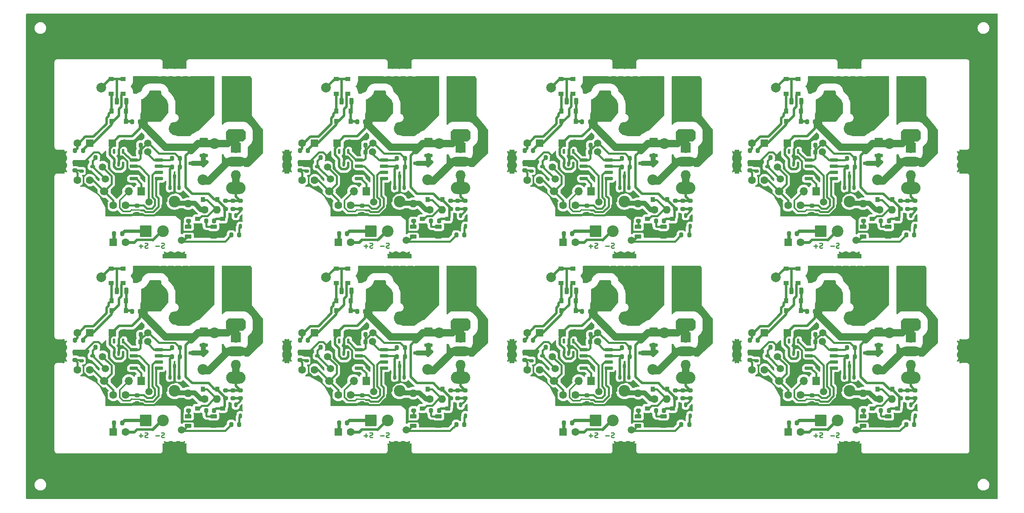
<source format=gbr>
%TF.GenerationSoftware,KiCad,Pcbnew,9.0.2-9.0.2-0~ubuntu24.04.1*%
%TF.CreationDate,2025-05-26T21:58:39+03:00*%
%TF.ProjectId,panelize,70616e65-6c69-47a6-952e-6b696361645f,V01*%
%TF.SameCoordinates,PX2e40d20PY1312d00*%
%TF.FileFunction,Copper,L2,Bot*%
%TF.FilePolarity,Positive*%
%FSLAX46Y46*%
G04 Gerber Fmt 4.6, Leading zero omitted, Abs format (unit mm)*
G04 Created by KiCad (PCBNEW 9.0.2-9.0.2-0~ubuntu24.04.1) date 2025-05-26 21:58:39*
%MOMM*%
%LPD*%
G01*
G04 APERTURE LIST*
G04 Aperture macros list*
%AMRoundRect*
0 Rectangle with rounded corners*
0 $1 Rounding radius*
0 $2 $3 $4 $5 $6 $7 $8 $9 X,Y pos of 4 corners*
0 Add a 4 corners polygon primitive as box body*
4,1,4,$2,$3,$4,$5,$6,$7,$8,$9,$2,$3,0*
0 Add four circle primitives for the rounded corners*
1,1,$1+$1,$2,$3*
1,1,$1+$1,$4,$5*
1,1,$1+$1,$6,$7*
1,1,$1+$1,$8,$9*
0 Add four rect primitives between the rounded corners*
20,1,$1+$1,$2,$3,$4,$5,0*
20,1,$1+$1,$4,$5,$6,$7,0*
20,1,$1+$1,$6,$7,$8,$9,0*
20,1,$1+$1,$8,$9,$2,$3,0*%
%AMOutline5P*
0 Free polygon, 5 corners , with rotation*
0 The origin of the aperture is its center*
0 number of corners: always 5*
0 $1 to $10 corner X, Y*
0 $11 Rotation angle, in degrees counterclockwise*
0 create outline with 5 corners*
4,1,5,$1,$2,$3,$4,$5,$6,$7,$8,$9,$10,$1,$2,$11*%
%AMOutline6P*
0 Free polygon, 6 corners , with rotation*
0 The origin of the aperture is its center*
0 number of corners: always 6*
0 $1 to $12 corner X, Y*
0 $13 Rotation angle, in degrees counterclockwise*
0 create outline with 6 corners*
4,1,6,$1,$2,$3,$4,$5,$6,$7,$8,$9,$10,$11,$12,$1,$2,$13*%
%AMOutline7P*
0 Free polygon, 7 corners , with rotation*
0 The origin of the aperture is its center*
0 number of corners: always 7*
0 $1 to $14 corner X, Y*
0 $15 Rotation angle, in degrees counterclockwise*
0 create outline with 7 corners*
4,1,7,$1,$2,$3,$4,$5,$6,$7,$8,$9,$10,$11,$12,$13,$14,$1,$2,$15*%
%AMOutline8P*
0 Free polygon, 8 corners , with rotation*
0 The origin of the aperture is its center*
0 number of corners: always 8*
0 $1 to $16 corner X, Y*
0 $17 Rotation angle, in degrees counterclockwise*
0 create outline with 8 corners*
4,1,8,$1,$2,$3,$4,$5,$6,$7,$8,$9,$10,$11,$12,$13,$14,$15,$16,$1,$2,$17*%
G04 Aperture macros list end*
%ADD10C,0.240000*%
%TA.AperFunction,NonConductor*%
%ADD11C,0.240000*%
%TD*%
%TA.AperFunction,ComponentPad*%
%ADD12RoundRect,0.250000X-1.000000X-1.000000X1.000000X-1.000000X1.000000X1.000000X-1.000000X1.000000X0*%
%TD*%
%TA.AperFunction,ComponentPad*%
%ADD13C,2.500000*%
%TD*%
%TA.AperFunction,ComponentPad*%
%ADD14RoundRect,0.250000X-0.550000X0.550000X-0.550000X-0.550000X0.550000X-0.550000X0.550000X0.550000X0*%
%TD*%
%TA.AperFunction,ComponentPad*%
%ADD15C,1.600000*%
%TD*%
%TA.AperFunction,ComponentPad*%
%ADD16Outline8P,-1.250000X1.500000X-0.750000X2.000000X0.750000X2.000000X1.250000X1.500000X1.250000X-1.500000X0.750000X-2.000000X-0.750000X-2.000000X-1.250000X-1.500000X270.000000*%
%TD*%
%TA.AperFunction,ComponentPad*%
%ADD17R,2.000000X2.100000*%
%TD*%
%TA.AperFunction,ComponentPad*%
%ADD18O,4.000000X2.000000*%
%TD*%
%TA.AperFunction,ComponentPad*%
%ADD19O,2.000000X2.100000*%
%TD*%
%TA.AperFunction,ComponentPad*%
%ADD20O,4.000000X2.500000*%
%TD*%
%TA.AperFunction,ComponentPad*%
%ADD21R,1.600000X1.600000*%
%TD*%
%TA.AperFunction,ComponentPad*%
%ADD22R,1.600000X1.700000*%
%TD*%
%TA.AperFunction,ComponentPad*%
%ADD23O,1.700000X1.700000*%
%TD*%
%TA.AperFunction,ComponentPad*%
%ADD24C,1.700000*%
%TD*%
%TA.AperFunction,ComponentPad*%
%ADD25C,2.200000*%
%TD*%
%TA.AperFunction,ComponentPad*%
%ADD26C,2.000000*%
%TD*%
%TA.AperFunction,ComponentPad*%
%ADD27O,1.600000X1.600000*%
%TD*%
%TA.AperFunction,ComponentPad*%
%ADD28RoundRect,0.250000X0.550000X-0.550000X0.550000X0.550000X-0.550000X0.550000X-0.550000X-0.550000X0*%
%TD*%
%TA.AperFunction,ComponentPad*%
%ADD29C,2.400000*%
%TD*%
%TA.AperFunction,ComponentPad*%
%ADD30RoundRect,0.250001X-0.949999X-0.949999X0.949999X-0.949999X0.949999X0.949999X-0.949999X0.949999X0*%
%TD*%
%TA.AperFunction,SMDPad,CuDef*%
%ADD31RoundRect,0.150000X0.350000X0.150000X-0.350000X0.150000X-0.350000X-0.150000X0.350000X-0.150000X0*%
%TD*%
%TA.AperFunction,SMDPad,CuDef*%
%ADD32RoundRect,0.200000X0.200000X0.275000X-0.200000X0.275000X-0.200000X-0.275000X0.200000X-0.275000X0*%
%TD*%
%TA.AperFunction,SMDPad,CuDef*%
%ADD33RoundRect,0.200000X0.500000X-0.200000X0.500000X0.200000X-0.500000X0.200000X-0.500000X-0.200000X0*%
%TD*%
%TA.AperFunction,SMDPad,CuDef*%
%ADD34RoundRect,0.204545X0.245455X0.345455X-0.245455X0.345455X-0.245455X-0.345455X0.245455X-0.345455X0*%
%TD*%
%TA.AperFunction,SMDPad,CuDef*%
%ADD35RoundRect,0.204545X-0.345455X0.245455X-0.345455X-0.245455X0.345455X-0.245455X0.345455X0.245455X0*%
%TD*%
%TA.AperFunction,SMDPad,CuDef*%
%ADD36RoundRect,0.204545X-0.245455X-0.345455X0.245455X-0.345455X0.245455X0.345455X-0.245455X0.345455X0*%
%TD*%
%TA.AperFunction,SMDPad,CuDef*%
%ADD37RoundRect,0.200000X-0.200000X-0.275000X0.200000X-0.275000X0.200000X0.275000X-0.200000X0.275000X0*%
%TD*%
%TA.AperFunction,SMDPad,CuDef*%
%ADD38RoundRect,0.166667X-0.708333X0.208333X-0.708333X-0.208333X0.708333X-0.208333X0.708333X0.208333X0*%
%TD*%
%TA.AperFunction,SMDPad,CuDef*%
%ADD39RoundRect,0.204545X0.345455X-0.245455X0.345455X0.245455X-0.345455X0.245455X-0.345455X-0.245455X0*%
%TD*%
%TA.AperFunction,SMDPad,CuDef*%
%ADD40RoundRect,0.137500X-0.137500X0.362500X-0.137500X-0.362500X0.137500X-0.362500X0.137500X0.362500X0*%
%TD*%
%TA.AperFunction,SMDPad,CuDef*%
%ADD41RoundRect,0.150000X-0.150000X0.350000X-0.150000X-0.350000X0.150000X-0.350000X0.150000X0.350000X0*%
%TD*%
%TA.AperFunction,SMDPad,CuDef*%
%ADD42RoundRect,0.200000X-0.500000X0.200000X-0.500000X-0.200000X0.500000X-0.200000X0.500000X0.200000X0*%
%TD*%
%TA.AperFunction,SMDPad,CuDef*%
%ADD43RoundRect,0.200000X0.275000X-0.200000X0.275000X0.200000X-0.275000X0.200000X-0.275000X-0.200000X0*%
%TD*%
%TA.AperFunction,SMDPad,CuDef*%
%ADD44RoundRect,0.200000X-0.275000X0.200000X-0.275000X-0.200000X0.275000X-0.200000X0.275000X0.200000X0*%
%TD*%
%TA.AperFunction,SMDPad,CuDef*%
%ADD45RoundRect,0.225000X0.225000X0.250000X-0.225000X0.250000X-0.225000X-0.250000X0.225000X-0.250000X0*%
%TD*%
%TA.AperFunction,SMDPad,CuDef*%
%ADD46RoundRect,0.150000X0.725000X0.150000X-0.725000X0.150000X-0.725000X-0.150000X0.725000X-0.150000X0*%
%TD*%
%TA.AperFunction,SMDPad,CuDef*%
%ADD47RoundRect,0.195122X0.204878X0.504878X-0.204878X0.504878X-0.204878X-0.504878X0.204878X-0.504878X0*%
%TD*%
%TA.AperFunction,SMDPad,CuDef*%
%ADD48RoundRect,0.166667X-0.648181X-0.353553X-0.353553X-0.648181X0.648181X0.353553X0.353553X0.648181X0*%
%TD*%
%TA.AperFunction,ViaPad*%
%ADD49C,1.500000*%
%TD*%
%TA.AperFunction,Conductor*%
%ADD50C,0.400000*%
%TD*%
%TA.AperFunction,Conductor*%
%ADD51C,0.500000*%
%TD*%
%TA.AperFunction,Conductor*%
%ADD52C,0.300000*%
%TD*%
%TA.AperFunction,Conductor*%
%ADD53C,0.260000*%
%TD*%
%TA.AperFunction,Conductor*%
%ADD54C,1.500000*%
%TD*%
%TA.AperFunction,Conductor*%
%ADD55C,0.350000*%
%TD*%
%TA.AperFunction,Conductor*%
%ADD56C,1.000000*%
%TD*%
%TA.AperFunction,Conductor*%
%ADD57C,0.700000*%
%TD*%
%TA.AperFunction,Conductor*%
%ADD58C,0.600000*%
%TD*%
G04 APERTURE END LIST*
D10*
D11*
X163863242Y-87217520D02*
X163720385Y-87265139D01*
X163720385Y-87265139D02*
X163482290Y-87265139D01*
X163482290Y-87265139D02*
X163387052Y-87217520D01*
X163387052Y-87217520D02*
X163339433Y-87169900D01*
X163339433Y-87169900D02*
X163291814Y-87074662D01*
X163291814Y-87074662D02*
X163291814Y-86979424D01*
X163291814Y-86979424D02*
X163339433Y-86884186D01*
X163339433Y-86884186D02*
X163387052Y-86836567D01*
X163387052Y-86836567D02*
X163482290Y-86788948D01*
X163482290Y-86788948D02*
X163672766Y-86741329D01*
X163672766Y-86741329D02*
X163768004Y-86693710D01*
X163768004Y-86693710D02*
X163815623Y-86646091D01*
X163815623Y-86646091D02*
X163863242Y-86550853D01*
X163863242Y-86550853D02*
X163863242Y-86455615D01*
X163863242Y-86455615D02*
X163815623Y-86360377D01*
X163815623Y-86360377D02*
X163768004Y-86312758D01*
X163768004Y-86312758D02*
X163672766Y-86265139D01*
X163672766Y-86265139D02*
X163434671Y-86265139D01*
X163434671Y-86265139D02*
X163291814Y-86312758D01*
X162863242Y-86884186D02*
X162101338Y-86884186D01*
X162482290Y-87265139D02*
X162482290Y-86503234D01*
D10*
D11*
X167263242Y-48217520D02*
X167120385Y-48265139D01*
X167120385Y-48265139D02*
X166882290Y-48265139D01*
X166882290Y-48265139D02*
X166787052Y-48217520D01*
X166787052Y-48217520D02*
X166739433Y-48169900D01*
X166739433Y-48169900D02*
X166691814Y-48074662D01*
X166691814Y-48074662D02*
X166691814Y-47979424D01*
X166691814Y-47979424D02*
X166739433Y-47884186D01*
X166739433Y-47884186D02*
X166787052Y-47836567D01*
X166787052Y-47836567D02*
X166882290Y-47788948D01*
X166882290Y-47788948D02*
X167072766Y-47741329D01*
X167072766Y-47741329D02*
X167168004Y-47693710D01*
X167168004Y-47693710D02*
X167215623Y-47646091D01*
X167215623Y-47646091D02*
X167263242Y-47550853D01*
X167263242Y-47550853D02*
X167263242Y-47455615D01*
X167263242Y-47455615D02*
X167215623Y-47360377D01*
X167215623Y-47360377D02*
X167168004Y-47312758D01*
X167168004Y-47312758D02*
X167072766Y-47265139D01*
X167072766Y-47265139D02*
X166834671Y-47265139D01*
X166834671Y-47265139D02*
X166691814Y-47312758D01*
X166263242Y-47884186D02*
X165501338Y-47884186D01*
D10*
D11*
X28440510Y-48217520D02*
X28297653Y-48265139D01*
X28297653Y-48265139D02*
X28059558Y-48265139D01*
X28059558Y-48265139D02*
X27964320Y-48217520D01*
X27964320Y-48217520D02*
X27916701Y-48169900D01*
X27916701Y-48169900D02*
X27869082Y-48074662D01*
X27869082Y-48074662D02*
X27869082Y-47979424D01*
X27869082Y-47979424D02*
X27916701Y-47884186D01*
X27916701Y-47884186D02*
X27964320Y-47836567D01*
X27964320Y-47836567D02*
X28059558Y-47788948D01*
X28059558Y-47788948D02*
X28250034Y-47741329D01*
X28250034Y-47741329D02*
X28345272Y-47693710D01*
X28345272Y-47693710D02*
X28392891Y-47646091D01*
X28392891Y-47646091D02*
X28440510Y-47550853D01*
X28440510Y-47550853D02*
X28440510Y-47455615D01*
X28440510Y-47455615D02*
X28392891Y-47360377D01*
X28392891Y-47360377D02*
X28345272Y-47312758D01*
X28345272Y-47312758D02*
X28250034Y-47265139D01*
X28250034Y-47265139D02*
X28011939Y-47265139D01*
X28011939Y-47265139D02*
X27869082Y-47312758D01*
X27440510Y-47884186D02*
X26678606Y-47884186D01*
D10*
D11*
X74714754Y-48217520D02*
X74571897Y-48265139D01*
X74571897Y-48265139D02*
X74333802Y-48265139D01*
X74333802Y-48265139D02*
X74238564Y-48217520D01*
X74238564Y-48217520D02*
X74190945Y-48169900D01*
X74190945Y-48169900D02*
X74143326Y-48074662D01*
X74143326Y-48074662D02*
X74143326Y-47979424D01*
X74143326Y-47979424D02*
X74190945Y-47884186D01*
X74190945Y-47884186D02*
X74238564Y-47836567D01*
X74238564Y-47836567D02*
X74333802Y-47788948D01*
X74333802Y-47788948D02*
X74524278Y-47741329D01*
X74524278Y-47741329D02*
X74619516Y-47693710D01*
X74619516Y-47693710D02*
X74667135Y-47646091D01*
X74667135Y-47646091D02*
X74714754Y-47550853D01*
X74714754Y-47550853D02*
X74714754Y-47455615D01*
X74714754Y-47455615D02*
X74667135Y-47360377D01*
X74667135Y-47360377D02*
X74619516Y-47312758D01*
X74619516Y-47312758D02*
X74524278Y-47265139D01*
X74524278Y-47265139D02*
X74286183Y-47265139D01*
X74286183Y-47265139D02*
X74143326Y-47312758D01*
X73714754Y-47884186D02*
X72952850Y-47884186D01*
D10*
D11*
X71314754Y-87217520D02*
X71171897Y-87265139D01*
X71171897Y-87265139D02*
X70933802Y-87265139D01*
X70933802Y-87265139D02*
X70838564Y-87217520D01*
X70838564Y-87217520D02*
X70790945Y-87169900D01*
X70790945Y-87169900D02*
X70743326Y-87074662D01*
X70743326Y-87074662D02*
X70743326Y-86979424D01*
X70743326Y-86979424D02*
X70790945Y-86884186D01*
X70790945Y-86884186D02*
X70838564Y-86836567D01*
X70838564Y-86836567D02*
X70933802Y-86788948D01*
X70933802Y-86788948D02*
X71124278Y-86741329D01*
X71124278Y-86741329D02*
X71219516Y-86693710D01*
X71219516Y-86693710D02*
X71267135Y-86646091D01*
X71267135Y-86646091D02*
X71314754Y-86550853D01*
X71314754Y-86550853D02*
X71314754Y-86455615D01*
X71314754Y-86455615D02*
X71267135Y-86360377D01*
X71267135Y-86360377D02*
X71219516Y-86312758D01*
X71219516Y-86312758D02*
X71124278Y-86265139D01*
X71124278Y-86265139D02*
X70886183Y-86265139D01*
X70886183Y-86265139D02*
X70743326Y-86312758D01*
X70314754Y-86884186D02*
X69552850Y-86884186D01*
X69933802Y-87265139D02*
X69933802Y-86503234D01*
D10*
D11*
X25040510Y-48217520D02*
X24897653Y-48265139D01*
X24897653Y-48265139D02*
X24659558Y-48265139D01*
X24659558Y-48265139D02*
X24564320Y-48217520D01*
X24564320Y-48217520D02*
X24516701Y-48169900D01*
X24516701Y-48169900D02*
X24469082Y-48074662D01*
X24469082Y-48074662D02*
X24469082Y-47979424D01*
X24469082Y-47979424D02*
X24516701Y-47884186D01*
X24516701Y-47884186D02*
X24564320Y-47836567D01*
X24564320Y-47836567D02*
X24659558Y-47788948D01*
X24659558Y-47788948D02*
X24850034Y-47741329D01*
X24850034Y-47741329D02*
X24945272Y-47693710D01*
X24945272Y-47693710D02*
X24992891Y-47646091D01*
X24992891Y-47646091D02*
X25040510Y-47550853D01*
X25040510Y-47550853D02*
X25040510Y-47455615D01*
X25040510Y-47455615D02*
X24992891Y-47360377D01*
X24992891Y-47360377D02*
X24945272Y-47312758D01*
X24945272Y-47312758D02*
X24850034Y-47265139D01*
X24850034Y-47265139D02*
X24611939Y-47265139D01*
X24611939Y-47265139D02*
X24469082Y-47312758D01*
X24040510Y-47884186D02*
X23278606Y-47884186D01*
X23659558Y-48265139D02*
X23659558Y-47503234D01*
D10*
D11*
X74714754Y-87217520D02*
X74571897Y-87265139D01*
X74571897Y-87265139D02*
X74333802Y-87265139D01*
X74333802Y-87265139D02*
X74238564Y-87217520D01*
X74238564Y-87217520D02*
X74190945Y-87169900D01*
X74190945Y-87169900D02*
X74143326Y-87074662D01*
X74143326Y-87074662D02*
X74143326Y-86979424D01*
X74143326Y-86979424D02*
X74190945Y-86884186D01*
X74190945Y-86884186D02*
X74238564Y-86836567D01*
X74238564Y-86836567D02*
X74333802Y-86788948D01*
X74333802Y-86788948D02*
X74524278Y-86741329D01*
X74524278Y-86741329D02*
X74619516Y-86693710D01*
X74619516Y-86693710D02*
X74667135Y-86646091D01*
X74667135Y-86646091D02*
X74714754Y-86550853D01*
X74714754Y-86550853D02*
X74714754Y-86455615D01*
X74714754Y-86455615D02*
X74667135Y-86360377D01*
X74667135Y-86360377D02*
X74619516Y-86312758D01*
X74619516Y-86312758D02*
X74524278Y-86265139D01*
X74524278Y-86265139D02*
X74286183Y-86265139D01*
X74286183Y-86265139D02*
X74143326Y-86312758D01*
X73714754Y-86884186D02*
X72952850Y-86884186D01*
D10*
D11*
X120988998Y-48217520D02*
X120846141Y-48265139D01*
X120846141Y-48265139D02*
X120608046Y-48265139D01*
X120608046Y-48265139D02*
X120512808Y-48217520D01*
X120512808Y-48217520D02*
X120465189Y-48169900D01*
X120465189Y-48169900D02*
X120417570Y-48074662D01*
X120417570Y-48074662D02*
X120417570Y-47979424D01*
X120417570Y-47979424D02*
X120465189Y-47884186D01*
X120465189Y-47884186D02*
X120512808Y-47836567D01*
X120512808Y-47836567D02*
X120608046Y-47788948D01*
X120608046Y-47788948D02*
X120798522Y-47741329D01*
X120798522Y-47741329D02*
X120893760Y-47693710D01*
X120893760Y-47693710D02*
X120941379Y-47646091D01*
X120941379Y-47646091D02*
X120988998Y-47550853D01*
X120988998Y-47550853D02*
X120988998Y-47455615D01*
X120988998Y-47455615D02*
X120941379Y-47360377D01*
X120941379Y-47360377D02*
X120893760Y-47312758D01*
X120893760Y-47312758D02*
X120798522Y-47265139D01*
X120798522Y-47265139D02*
X120560427Y-47265139D01*
X120560427Y-47265139D02*
X120417570Y-47312758D01*
X119988998Y-47884186D02*
X119227094Y-47884186D01*
D10*
D11*
X163863242Y-48217520D02*
X163720385Y-48265139D01*
X163720385Y-48265139D02*
X163482290Y-48265139D01*
X163482290Y-48265139D02*
X163387052Y-48217520D01*
X163387052Y-48217520D02*
X163339433Y-48169900D01*
X163339433Y-48169900D02*
X163291814Y-48074662D01*
X163291814Y-48074662D02*
X163291814Y-47979424D01*
X163291814Y-47979424D02*
X163339433Y-47884186D01*
X163339433Y-47884186D02*
X163387052Y-47836567D01*
X163387052Y-47836567D02*
X163482290Y-47788948D01*
X163482290Y-47788948D02*
X163672766Y-47741329D01*
X163672766Y-47741329D02*
X163768004Y-47693710D01*
X163768004Y-47693710D02*
X163815623Y-47646091D01*
X163815623Y-47646091D02*
X163863242Y-47550853D01*
X163863242Y-47550853D02*
X163863242Y-47455615D01*
X163863242Y-47455615D02*
X163815623Y-47360377D01*
X163815623Y-47360377D02*
X163768004Y-47312758D01*
X163768004Y-47312758D02*
X163672766Y-47265139D01*
X163672766Y-47265139D02*
X163434671Y-47265139D01*
X163434671Y-47265139D02*
X163291814Y-47312758D01*
X162863242Y-47884186D02*
X162101338Y-47884186D01*
X162482290Y-48265139D02*
X162482290Y-47503234D01*
D10*
D11*
X25040510Y-87217520D02*
X24897653Y-87265139D01*
X24897653Y-87265139D02*
X24659558Y-87265139D01*
X24659558Y-87265139D02*
X24564320Y-87217520D01*
X24564320Y-87217520D02*
X24516701Y-87169900D01*
X24516701Y-87169900D02*
X24469082Y-87074662D01*
X24469082Y-87074662D02*
X24469082Y-86979424D01*
X24469082Y-86979424D02*
X24516701Y-86884186D01*
X24516701Y-86884186D02*
X24564320Y-86836567D01*
X24564320Y-86836567D02*
X24659558Y-86788948D01*
X24659558Y-86788948D02*
X24850034Y-86741329D01*
X24850034Y-86741329D02*
X24945272Y-86693710D01*
X24945272Y-86693710D02*
X24992891Y-86646091D01*
X24992891Y-86646091D02*
X25040510Y-86550853D01*
X25040510Y-86550853D02*
X25040510Y-86455615D01*
X25040510Y-86455615D02*
X24992891Y-86360377D01*
X24992891Y-86360377D02*
X24945272Y-86312758D01*
X24945272Y-86312758D02*
X24850034Y-86265139D01*
X24850034Y-86265139D02*
X24611939Y-86265139D01*
X24611939Y-86265139D02*
X24469082Y-86312758D01*
X24040510Y-86884186D02*
X23278606Y-86884186D01*
X23659558Y-87265139D02*
X23659558Y-86503234D01*
D10*
D11*
X117588998Y-87217520D02*
X117446141Y-87265139D01*
X117446141Y-87265139D02*
X117208046Y-87265139D01*
X117208046Y-87265139D02*
X117112808Y-87217520D01*
X117112808Y-87217520D02*
X117065189Y-87169900D01*
X117065189Y-87169900D02*
X117017570Y-87074662D01*
X117017570Y-87074662D02*
X117017570Y-86979424D01*
X117017570Y-86979424D02*
X117065189Y-86884186D01*
X117065189Y-86884186D02*
X117112808Y-86836567D01*
X117112808Y-86836567D02*
X117208046Y-86788948D01*
X117208046Y-86788948D02*
X117398522Y-86741329D01*
X117398522Y-86741329D02*
X117493760Y-86693710D01*
X117493760Y-86693710D02*
X117541379Y-86646091D01*
X117541379Y-86646091D02*
X117588998Y-86550853D01*
X117588998Y-86550853D02*
X117588998Y-86455615D01*
X117588998Y-86455615D02*
X117541379Y-86360377D01*
X117541379Y-86360377D02*
X117493760Y-86312758D01*
X117493760Y-86312758D02*
X117398522Y-86265139D01*
X117398522Y-86265139D02*
X117160427Y-86265139D01*
X117160427Y-86265139D02*
X117017570Y-86312758D01*
X116588998Y-86884186D02*
X115827094Y-86884186D01*
X116208046Y-87265139D02*
X116208046Y-86503234D01*
D10*
D11*
X120988998Y-87217520D02*
X120846141Y-87265139D01*
X120846141Y-87265139D02*
X120608046Y-87265139D01*
X120608046Y-87265139D02*
X120512808Y-87217520D01*
X120512808Y-87217520D02*
X120465189Y-87169900D01*
X120465189Y-87169900D02*
X120417570Y-87074662D01*
X120417570Y-87074662D02*
X120417570Y-86979424D01*
X120417570Y-86979424D02*
X120465189Y-86884186D01*
X120465189Y-86884186D02*
X120512808Y-86836567D01*
X120512808Y-86836567D02*
X120608046Y-86788948D01*
X120608046Y-86788948D02*
X120798522Y-86741329D01*
X120798522Y-86741329D02*
X120893760Y-86693710D01*
X120893760Y-86693710D02*
X120941379Y-86646091D01*
X120941379Y-86646091D02*
X120988998Y-86550853D01*
X120988998Y-86550853D02*
X120988998Y-86455615D01*
X120988998Y-86455615D02*
X120941379Y-86360377D01*
X120941379Y-86360377D02*
X120893760Y-86312758D01*
X120893760Y-86312758D02*
X120798522Y-86265139D01*
X120798522Y-86265139D02*
X120560427Y-86265139D01*
X120560427Y-86265139D02*
X120417570Y-86312758D01*
X119988998Y-86884186D02*
X119227094Y-86884186D01*
D10*
D11*
X167263242Y-87217520D02*
X167120385Y-87265139D01*
X167120385Y-87265139D02*
X166882290Y-87265139D01*
X166882290Y-87265139D02*
X166787052Y-87217520D01*
X166787052Y-87217520D02*
X166739433Y-87169900D01*
X166739433Y-87169900D02*
X166691814Y-87074662D01*
X166691814Y-87074662D02*
X166691814Y-86979424D01*
X166691814Y-86979424D02*
X166739433Y-86884186D01*
X166739433Y-86884186D02*
X166787052Y-86836567D01*
X166787052Y-86836567D02*
X166882290Y-86788948D01*
X166882290Y-86788948D02*
X167072766Y-86741329D01*
X167072766Y-86741329D02*
X167168004Y-86693710D01*
X167168004Y-86693710D02*
X167215623Y-86646091D01*
X167215623Y-86646091D02*
X167263242Y-86550853D01*
X167263242Y-86550853D02*
X167263242Y-86455615D01*
X167263242Y-86455615D02*
X167215623Y-86360377D01*
X167215623Y-86360377D02*
X167168004Y-86312758D01*
X167168004Y-86312758D02*
X167072766Y-86265139D01*
X167072766Y-86265139D02*
X166834671Y-86265139D01*
X166834671Y-86265139D02*
X166691814Y-86312758D01*
X166263242Y-86884186D02*
X165501338Y-86884186D01*
D10*
D11*
X71314754Y-48217520D02*
X71171897Y-48265139D01*
X71171897Y-48265139D02*
X70933802Y-48265139D01*
X70933802Y-48265139D02*
X70838564Y-48217520D01*
X70838564Y-48217520D02*
X70790945Y-48169900D01*
X70790945Y-48169900D02*
X70743326Y-48074662D01*
X70743326Y-48074662D02*
X70743326Y-47979424D01*
X70743326Y-47979424D02*
X70790945Y-47884186D01*
X70790945Y-47884186D02*
X70838564Y-47836567D01*
X70838564Y-47836567D02*
X70933802Y-47788948D01*
X70933802Y-47788948D02*
X71124278Y-47741329D01*
X71124278Y-47741329D02*
X71219516Y-47693710D01*
X71219516Y-47693710D02*
X71267135Y-47646091D01*
X71267135Y-47646091D02*
X71314754Y-47550853D01*
X71314754Y-47550853D02*
X71314754Y-47455615D01*
X71314754Y-47455615D02*
X71267135Y-47360377D01*
X71267135Y-47360377D02*
X71219516Y-47312758D01*
X71219516Y-47312758D02*
X71124278Y-47265139D01*
X71124278Y-47265139D02*
X70886183Y-47265139D01*
X70886183Y-47265139D02*
X70743326Y-47312758D01*
X70314754Y-47884186D02*
X69552850Y-47884186D01*
X69933802Y-48265139D02*
X69933802Y-47503234D01*
D10*
D11*
X28440510Y-87217520D02*
X28297653Y-87265139D01*
X28297653Y-87265139D02*
X28059558Y-87265139D01*
X28059558Y-87265139D02*
X27964320Y-87217520D01*
X27964320Y-87217520D02*
X27916701Y-87169900D01*
X27916701Y-87169900D02*
X27869082Y-87074662D01*
X27869082Y-87074662D02*
X27869082Y-86979424D01*
X27869082Y-86979424D02*
X27916701Y-86884186D01*
X27916701Y-86884186D02*
X27964320Y-86836567D01*
X27964320Y-86836567D02*
X28059558Y-86788948D01*
X28059558Y-86788948D02*
X28250034Y-86741329D01*
X28250034Y-86741329D02*
X28345272Y-86693710D01*
X28345272Y-86693710D02*
X28392891Y-86646091D01*
X28392891Y-86646091D02*
X28440510Y-86550853D01*
X28440510Y-86550853D02*
X28440510Y-86455615D01*
X28440510Y-86455615D02*
X28392891Y-86360377D01*
X28392891Y-86360377D02*
X28345272Y-86312758D01*
X28345272Y-86312758D02*
X28250034Y-86265139D01*
X28250034Y-86265139D02*
X28011939Y-86265139D01*
X28011939Y-86265139D02*
X27869082Y-86312758D01*
X27440510Y-86884186D02*
X26678606Y-86884186D01*
D10*
D11*
X117588998Y-48217520D02*
X117446141Y-48265139D01*
X117446141Y-48265139D02*
X117208046Y-48265139D01*
X117208046Y-48265139D02*
X117112808Y-48217520D01*
X117112808Y-48217520D02*
X117065189Y-48169900D01*
X117065189Y-48169900D02*
X117017570Y-48074662D01*
X117017570Y-48074662D02*
X117017570Y-47979424D01*
X117017570Y-47979424D02*
X117065189Y-47884186D01*
X117065189Y-47884186D02*
X117112808Y-47836567D01*
X117112808Y-47836567D02*
X117208046Y-47788948D01*
X117208046Y-47788948D02*
X117398522Y-47741329D01*
X117398522Y-47741329D02*
X117493760Y-47693710D01*
X117493760Y-47693710D02*
X117541379Y-47646091D01*
X117541379Y-47646091D02*
X117588998Y-47550853D01*
X117588998Y-47550853D02*
X117588998Y-47455615D01*
X117588998Y-47455615D02*
X117541379Y-47360377D01*
X117541379Y-47360377D02*
X117493760Y-47312758D01*
X117493760Y-47312758D02*
X117398522Y-47265139D01*
X117398522Y-47265139D02*
X117160427Y-47265139D01*
X117160427Y-47265139D02*
X117017570Y-47312758D01*
X116588998Y-47884186D02*
X115827094Y-47884186D01*
X116208046Y-48265139D02*
X116208046Y-47503234D01*
D12*
%TO.P,J2,1,Pin_1*%
%TO.N,Board_0-/ntr*%
X36988881Y-17167500D03*
D13*
%TO.P,J2,2,Pin_2*%
%TO.N,Board_0-/load*%
X42068881Y-17167500D03*
%TD*%
D14*
%TO.P,U1,1*%
%TO.N,Board_2-Net-(D1-K)*%
X105677369Y-26700000D03*
D15*
%TO.P,U1,2*%
%TO.N,Board_2-Net-(D2-A)*%
X103137369Y-26700000D03*
%TO.P,U1,3*%
%TO.N,Board_2-Net-(Q3-G)*%
X103137369Y-34320000D03*
%TO.P,U1,4*%
%TO.N,Board_2-+3V3*%
X105677369Y-34320000D03*
%TD*%
D12*
%TO.P,J2,1,Pin_1*%
%TO.N,Board_3-/ntr*%
X175811613Y-17167500D03*
D13*
%TO.P,J2,2,Pin_2*%
%TO.N,Board_3-/load*%
X180891613Y-17167500D03*
%TD*%
D12*
%TO.P,J1,1,Pin_1*%
%TO.N,Board_1-/ac1*%
X72863125Y-17167500D03*
D13*
%TO.P,J1,2,Pin_2*%
%TO.N,Board_1-/ntr*%
X77943125Y-17167500D03*
%TD*%
D16*
%TO.P,Q1,1,A1*%
%TO.N,Board_0-/ac1*%
X43188881Y-25050000D03*
D17*
X43188881Y-27660000D03*
D18*
%TO.P,Q1,2,A2*%
%TO.N,Board_0-/load*%
X43188881Y-30500000D03*
D19*
%TO.P,Q1,3,G*%
%TO.N,Board_0-Net-(Q1-G)*%
X43188881Y-33340000D03*
D20*
X43188881Y-35950000D03*
%TD*%
D21*
%TO.P,C2,1*%
%TO.N,Board_1-/ac1*%
X64063125Y-26700000D03*
D15*
%TO.P,C2,2*%
%TO.N,Board_1-GND*%
X66563125Y-26700000D03*
%TD*%
D22*
%TO.P,J3,1,Pin_1*%
%TO.N,Board_3-/TX*%
X162551613Y-36600000D03*
D23*
%TO.P,J3,2,Pin_2*%
%TO.N,Board_3-/SWIO*%
X160011613Y-36600000D03*
D24*
%TO.P,J3,3,Pin_3*%
%TO.N,Board_3-GND*%
X157471613Y-36600000D03*
%TO.P,J3,4,Pin_4*%
%TO.N,Board_3-+3V3*%
X154931613Y-36600000D03*
%TD*%
D12*
%TO.P,J1,1,Pin_1*%
%TO.N,Board_6-/ac1*%
X119137369Y-56167500D03*
D13*
%TO.P,J1,2,Pin_2*%
%TO.N,Board_6-/ntr*%
X124217369Y-56167500D03*
%TD*%
D25*
%TO.P,RV1,1*%
%TO.N,Board_0-/load*%
X36388881Y-34250000D03*
%TO.P,RV1,2*%
%TO.N,Board_0-/ac1*%
X38788881Y-26750000D03*
%TD*%
D22*
%TO.P,J3,1,Pin_1*%
%TO.N,Board_7-/TX*%
X162551613Y-75600000D03*
D23*
%TO.P,J3,2,Pin_2*%
%TO.N,Board_7-/SWIO*%
X160011613Y-75600000D03*
D24*
%TO.P,J3,3,Pin_3*%
%TO.N,Board_7-GND*%
X157471613Y-75600000D03*
%TO.P,J3,4,Pin_4*%
%TO.N,Board_7-+3V3*%
X154931613Y-75600000D03*
%TD*%
D26*
%TO.P,C1,1*%
%TO.N,Board_3-/ntr*%
X161811613Y-15300000D03*
%TO.P,C1,2*%
%TO.N,Board_3-Net-(D1-A)*%
X154311613Y-15300000D03*
%TD*%
D21*
%TO.P,C2,1*%
%TO.N,Board_5-/ac1*%
X64063125Y-65700000D03*
D15*
%TO.P,C2,2*%
%TO.N,Board_5-GND*%
X66563125Y-65700000D03*
%TD*%
%TO.P,R1,1*%
%TO.N,Board_6-/ntr*%
X125937369Y-62900000D03*
D27*
%TO.P,R1,2*%
%TO.N,Board_6-Net-(C3-Pad2)*%
X125937369Y-78140000D03*
%TD*%
D12*
%TO.P,J1,1,Pin_1*%
%TO.N,Board_5-/ac1*%
X72863125Y-56167500D03*
D13*
%TO.P,J1,2,Pin_2*%
%TO.N,Board_5-/ntr*%
X77943125Y-56167500D03*
%TD*%
D28*
%TO.P,U2,1*%
%TO.N,Board_1-Net-(R16-Pad2)*%
X64263125Y-47100000D03*
D15*
%TO.P,U2,2*%
%TO.N,Board_1-Net-(J4-Pin_2)*%
X66803125Y-47100000D03*
%TO.P,U2,3*%
%TO.N,Board_1-/IC_PWM*%
X66803125Y-39480000D03*
%TO.P,U2,4*%
%TO.N,Board_1-+3V3*%
X64263125Y-39480000D03*
%TD*%
D25*
%TO.P,RV1,1*%
%TO.N,Board_6-/load*%
X128937369Y-73250000D03*
%TO.P,RV1,2*%
%TO.N,Board_6-/ac1*%
X131337369Y-65750000D03*
%TD*%
D21*
%TO.P,C2,1*%
%TO.N,Board_0-/ac1*%
X17788881Y-26700000D03*
D15*
%TO.P,C2,2*%
%TO.N,Board_0-GND*%
X20288881Y-26700000D03*
%TD*%
D12*
%TO.P,J1,1,Pin_1*%
%TO.N,Board_7-/ac1*%
X165411613Y-56167500D03*
D13*
%TO.P,J1,2,Pin_2*%
%TO.N,Board_7-/ntr*%
X170491613Y-56167500D03*
%TD*%
D15*
%TO.P,R2,1*%
%TO.N,Board_3-Net-(C3-Pad2)*%
X175611613Y-40400000D03*
D27*
%TO.P,R2,2*%
%TO.N,Board_3-Net-(D4-A)*%
X178151613Y-40400000D03*
%TD*%
D12*
%TO.P,J2,1,Pin_1*%
%TO.N,Board_5-/ntr*%
X83263125Y-56167500D03*
D13*
%TO.P,J2,2,Pin_2*%
%TO.N,Board_5-/load*%
X88343125Y-56167500D03*
%TD*%
D28*
%TO.P,U2,1*%
%TO.N,Board_0-Net-(R16-Pad2)*%
X17988881Y-47100000D03*
D15*
%TO.P,U2,2*%
%TO.N,Board_0-Net-(J4-Pin_2)*%
X20528881Y-47100000D03*
%TO.P,U2,3*%
%TO.N,Board_0-/IC_PWM*%
X20528881Y-39480000D03*
%TO.P,U2,4*%
%TO.N,Board_0-+3V3*%
X17988881Y-39480000D03*
%TD*%
D26*
%TO.P,C1,1*%
%TO.N,Board_4-/ntr*%
X22988881Y-54300000D03*
%TO.P,C1,2*%
%TO.N,Board_4-Net-(D1-A)*%
X15488881Y-54300000D03*
%TD*%
D15*
%TO.P,R2,1*%
%TO.N,Board_1-Net-(C3-Pad2)*%
X83063125Y-40400000D03*
D27*
%TO.P,R2,2*%
%TO.N,Board_1-Net-(D4-A)*%
X85603125Y-40400000D03*
%TD*%
D15*
%TO.P,R2,1*%
%TO.N,Board_5-Net-(C3-Pad2)*%
X83063125Y-79400000D03*
D27*
%TO.P,R2,2*%
%TO.N,Board_5-Net-(D4-A)*%
X85603125Y-79400000D03*
%TD*%
D28*
%TO.P,U2,1*%
%TO.N,Board_6-Net-(R16-Pad2)*%
X110537369Y-86100000D03*
D15*
%TO.P,U2,2*%
%TO.N,Board_6-Net-(J4-Pin_2)*%
X113077369Y-86100000D03*
%TO.P,U2,3*%
%TO.N,Board_6-/IC_PWM*%
X113077369Y-78480000D03*
%TO.P,U2,4*%
%TO.N,Board_6-+3V3*%
X110537369Y-78480000D03*
%TD*%
D25*
%TO.P,RV1,1*%
%TO.N,Board_3-/load*%
X175211613Y-34250000D03*
%TO.P,RV1,2*%
%TO.N,Board_3-/ac1*%
X177611613Y-26750000D03*
%TD*%
D22*
%TO.P,J3,1,Pin_1*%
%TO.N,Board_5-/TX*%
X70003125Y-75600000D03*
D23*
%TO.P,J3,2,Pin_2*%
%TO.N,Board_5-/SWIO*%
X67463125Y-75600000D03*
D24*
%TO.P,J3,3,Pin_3*%
%TO.N,Board_5-GND*%
X64923125Y-75600000D03*
%TO.P,J3,4,Pin_4*%
%TO.N,Board_5-+3V3*%
X62383125Y-75600000D03*
%TD*%
D28*
%TO.P,U2,1*%
%TO.N,Board_5-Net-(R16-Pad2)*%
X64263125Y-86100000D03*
D15*
%TO.P,U2,2*%
%TO.N,Board_5-Net-(J4-Pin_2)*%
X66803125Y-86100000D03*
%TO.P,U2,3*%
%TO.N,Board_5-/IC_PWM*%
X66803125Y-78480000D03*
%TO.P,U2,4*%
%TO.N,Board_5-+3V3*%
X64263125Y-78480000D03*
%TD*%
D14*
%TO.P,U1,1*%
%TO.N,Board_4-Net-(D1-K)*%
X13128881Y-65700000D03*
D15*
%TO.P,U1,2*%
%TO.N,Board_4-Net-(D2-A)*%
X10588881Y-65700000D03*
%TO.P,U1,3*%
%TO.N,Board_4-Net-(Q3-G)*%
X10588881Y-73320000D03*
%TO.P,U1,4*%
%TO.N,Board_4-+3V3*%
X13128881Y-73320000D03*
%TD*%
D26*
%TO.P,C1,1*%
%TO.N,Board_1-/ntr*%
X69263125Y-15300000D03*
%TO.P,C1,2*%
%TO.N,Board_1-Net-(D1-A)*%
X61763125Y-15300000D03*
%TD*%
D16*
%TO.P,Q1,1,A1*%
%TO.N,Board_3-/ac1*%
X182011613Y-25050000D03*
D17*
X182011613Y-27660000D03*
D18*
%TO.P,Q1,2,A2*%
%TO.N,Board_3-/load*%
X182011613Y-30500000D03*
D19*
%TO.P,Q1,3,G*%
%TO.N,Board_3-Net-(Q1-G)*%
X182011613Y-33340000D03*
D20*
X182011613Y-35950000D03*
%TD*%
D22*
%TO.P,J3,1,Pin_1*%
%TO.N,Board_4-/TX*%
X23728881Y-75600000D03*
D23*
%TO.P,J3,2,Pin_2*%
%TO.N,Board_4-/SWIO*%
X21188881Y-75600000D03*
D24*
%TO.P,J3,3,Pin_3*%
%TO.N,Board_4-GND*%
X18648881Y-75600000D03*
%TO.P,J3,4,Pin_4*%
%TO.N,Board_4-+3V3*%
X16108881Y-75600000D03*
%TD*%
D29*
%TO.P,C3,1*%
%TO.N,Board_0-/ntr*%
X30588881Y-23700000D03*
%TO.P,C3,2*%
%TO.N,Board_0-Net-(C3-Pad2)*%
X30588881Y-38700000D03*
%TD*%
D12*
%TO.P,J1,1,Pin_1*%
%TO.N,Board_4-/ac1*%
X26588881Y-56167500D03*
D13*
%TO.P,J1,2,Pin_2*%
%TO.N,Board_4-/ntr*%
X31668881Y-56167500D03*
%TD*%
D30*
%TO.P,J4,1,Pin_1*%
%TO.N,Board_0-Net-(J4-Pin_1)*%
X24688881Y-44800000D03*
D29*
%TO.P,J4,2,Pin_2*%
%TO.N,Board_0-Net-(J4-Pin_2)*%
X28188881Y-44800000D03*
%TD*%
D15*
%TO.P,R1,1*%
%TO.N,Board_5-/ntr*%
X79663125Y-62900000D03*
D27*
%TO.P,R1,2*%
%TO.N,Board_5-Net-(C3-Pad2)*%
X79663125Y-78140000D03*
%TD*%
D12*
%TO.P,J2,1,Pin_1*%
%TO.N,Board_1-/ntr*%
X83263125Y-17167500D03*
D13*
%TO.P,J2,2,Pin_2*%
%TO.N,Board_1-/load*%
X88343125Y-17167500D03*
%TD*%
D25*
%TO.P,RV1,1*%
%TO.N,Board_1-/load*%
X82663125Y-34250000D03*
%TO.P,RV1,2*%
%TO.N,Board_1-/ac1*%
X85063125Y-26750000D03*
%TD*%
D28*
%TO.P,U2,1*%
%TO.N,Board_4-Net-(R16-Pad2)*%
X17988881Y-86100000D03*
D15*
%TO.P,U2,2*%
%TO.N,Board_4-Net-(J4-Pin_2)*%
X20528881Y-86100000D03*
%TO.P,U2,3*%
%TO.N,Board_4-/IC_PWM*%
X20528881Y-78480000D03*
%TO.P,U2,4*%
%TO.N,Board_4-+3V3*%
X17988881Y-78480000D03*
%TD*%
%TO.P,R1,1*%
%TO.N,Board_0-/ntr*%
X33388881Y-23900000D03*
D27*
%TO.P,R1,2*%
%TO.N,Board_0-Net-(C3-Pad2)*%
X33388881Y-39140000D03*
%TD*%
D26*
%TO.P,C1,1*%
%TO.N,Board_2-/ntr*%
X115537369Y-15300000D03*
%TO.P,C1,2*%
%TO.N,Board_2-Net-(D1-A)*%
X108037369Y-15300000D03*
%TD*%
D22*
%TO.P,J3,1,Pin_1*%
%TO.N,Board_6-/TX*%
X116277369Y-75600000D03*
D23*
%TO.P,J3,2,Pin_2*%
%TO.N,Board_6-/SWIO*%
X113737369Y-75600000D03*
D24*
%TO.P,J3,3,Pin_3*%
%TO.N,Board_6-GND*%
X111197369Y-75600000D03*
%TO.P,J3,4,Pin_4*%
%TO.N,Board_6-+3V3*%
X108657369Y-75600000D03*
%TD*%
D21*
%TO.P,C2,1*%
%TO.N,Board_6-/ac1*%
X110337369Y-65700000D03*
D15*
%TO.P,C2,2*%
%TO.N,Board_6-GND*%
X112837369Y-65700000D03*
%TD*%
%TO.P,R1,1*%
%TO.N,Board_1-/ntr*%
X79663125Y-23900000D03*
D27*
%TO.P,R1,2*%
%TO.N,Board_1-Net-(C3-Pad2)*%
X79663125Y-39140000D03*
%TD*%
D21*
%TO.P,C2,1*%
%TO.N,Board_4-/ac1*%
X17788881Y-65700000D03*
D15*
%TO.P,C2,2*%
%TO.N,Board_4-GND*%
X20288881Y-65700000D03*
%TD*%
D29*
%TO.P,C3,1*%
%TO.N,Board_1-/ntr*%
X76863125Y-23700000D03*
%TO.P,C3,2*%
%TO.N,Board_1-Net-(C3-Pad2)*%
X76863125Y-38700000D03*
%TD*%
D15*
%TO.P,R2,1*%
%TO.N,Board_6-Net-(C3-Pad2)*%
X129337369Y-79400000D03*
D27*
%TO.P,R2,2*%
%TO.N,Board_6-Net-(D4-A)*%
X131877369Y-79400000D03*
%TD*%
D30*
%TO.P,J4,1,Pin_1*%
%TO.N,Board_3-Net-(J4-Pin_1)*%
X163511613Y-44800000D03*
D29*
%TO.P,J4,2,Pin_2*%
%TO.N,Board_3-Net-(J4-Pin_2)*%
X167011613Y-44800000D03*
%TD*%
D22*
%TO.P,J3,1,Pin_1*%
%TO.N,Board_0-/TX*%
X23728881Y-36600000D03*
D23*
%TO.P,J3,2,Pin_2*%
%TO.N,Board_0-/SWIO*%
X21188881Y-36600000D03*
D24*
%TO.P,J3,3,Pin_3*%
%TO.N,Board_0-GND*%
X18648881Y-36600000D03*
%TO.P,J3,4,Pin_4*%
%TO.N,Board_0-+3V3*%
X16108881Y-36600000D03*
%TD*%
D29*
%TO.P,C3,1*%
%TO.N,Board_6-/ntr*%
X123137369Y-62700000D03*
%TO.P,C3,2*%
%TO.N,Board_6-Net-(C3-Pad2)*%
X123137369Y-77700000D03*
%TD*%
D16*
%TO.P,Q1,1,A1*%
%TO.N,Board_5-/ac1*%
X89463125Y-64050000D03*
D17*
X89463125Y-66660000D03*
D18*
%TO.P,Q1,2,A2*%
%TO.N,Board_5-/load*%
X89463125Y-69500000D03*
D19*
%TO.P,Q1,3,G*%
%TO.N,Board_5-Net-(Q1-G)*%
X89463125Y-72340000D03*
D20*
X89463125Y-74950000D03*
%TD*%
D22*
%TO.P,J3,1,Pin_1*%
%TO.N,Board_1-/TX*%
X70003125Y-36600000D03*
D23*
%TO.P,J3,2,Pin_2*%
%TO.N,Board_1-/SWIO*%
X67463125Y-36600000D03*
D24*
%TO.P,J3,3,Pin_3*%
%TO.N,Board_1-GND*%
X64923125Y-36600000D03*
%TO.P,J3,4,Pin_4*%
%TO.N,Board_1-+3V3*%
X62383125Y-36600000D03*
%TD*%
D22*
%TO.P,J3,1,Pin_1*%
%TO.N,Board_2-/TX*%
X116277369Y-36600000D03*
D23*
%TO.P,J3,2,Pin_2*%
%TO.N,Board_2-/SWIO*%
X113737369Y-36600000D03*
D24*
%TO.P,J3,3,Pin_3*%
%TO.N,Board_2-GND*%
X111197369Y-36600000D03*
%TO.P,J3,4,Pin_4*%
%TO.N,Board_2-+3V3*%
X108657369Y-36600000D03*
%TD*%
D29*
%TO.P,C3,1*%
%TO.N,Board_2-/ntr*%
X123137369Y-23700000D03*
%TO.P,C3,2*%
%TO.N,Board_2-Net-(C3-Pad2)*%
X123137369Y-38700000D03*
%TD*%
D12*
%TO.P,J2,1,Pin_1*%
%TO.N,Board_6-/ntr*%
X129537369Y-56167500D03*
D13*
%TO.P,J2,2,Pin_2*%
%TO.N,Board_6-/load*%
X134617369Y-56167500D03*
%TD*%
D29*
%TO.P,C3,1*%
%TO.N,Board_3-/ntr*%
X169411613Y-23700000D03*
%TO.P,C3,2*%
%TO.N,Board_3-Net-(C3-Pad2)*%
X169411613Y-38700000D03*
%TD*%
D14*
%TO.P,U1,1*%
%TO.N,Board_3-Net-(D1-K)*%
X151951613Y-26700000D03*
D15*
%TO.P,U1,2*%
%TO.N,Board_3-Net-(D2-A)*%
X149411613Y-26700000D03*
%TO.P,U1,3*%
%TO.N,Board_3-Net-(Q3-G)*%
X149411613Y-34320000D03*
%TO.P,U1,4*%
%TO.N,Board_3-+3V3*%
X151951613Y-34320000D03*
%TD*%
D30*
%TO.P,J4,1,Pin_1*%
%TO.N,Board_7-Net-(J4-Pin_1)*%
X163511613Y-83800000D03*
D29*
%TO.P,J4,2,Pin_2*%
%TO.N,Board_7-Net-(J4-Pin_2)*%
X167011613Y-83800000D03*
%TD*%
D14*
%TO.P,U1,1*%
%TO.N,Board_1-Net-(D1-K)*%
X59403125Y-26700000D03*
D15*
%TO.P,U1,2*%
%TO.N,Board_1-Net-(D2-A)*%
X56863125Y-26700000D03*
%TO.P,U1,3*%
%TO.N,Board_1-Net-(Q3-G)*%
X56863125Y-34320000D03*
%TO.P,U1,4*%
%TO.N,Board_1-+3V3*%
X59403125Y-34320000D03*
%TD*%
D25*
%TO.P,RV1,1*%
%TO.N,Board_7-/load*%
X175211613Y-73250000D03*
%TO.P,RV1,2*%
%TO.N,Board_7-/ac1*%
X177611613Y-65750000D03*
%TD*%
D14*
%TO.P,U1,1*%
%TO.N,Board_7-Net-(D1-K)*%
X151951613Y-65700000D03*
D15*
%TO.P,U1,2*%
%TO.N,Board_7-Net-(D2-A)*%
X149411613Y-65700000D03*
%TO.P,U1,3*%
%TO.N,Board_7-Net-(Q3-G)*%
X149411613Y-73320000D03*
%TO.P,U1,4*%
%TO.N,Board_7-+3V3*%
X151951613Y-73320000D03*
%TD*%
D16*
%TO.P,Q1,1,A1*%
%TO.N,Board_6-/ac1*%
X135737369Y-64050000D03*
D17*
X135737369Y-66660000D03*
D18*
%TO.P,Q1,2,A2*%
%TO.N,Board_6-/load*%
X135737369Y-69500000D03*
D19*
%TO.P,Q1,3,G*%
%TO.N,Board_6-Net-(Q1-G)*%
X135737369Y-72340000D03*
D20*
X135737369Y-74950000D03*
%TD*%
D30*
%TO.P,J4,1,Pin_1*%
%TO.N,Board_2-Net-(J4-Pin_1)*%
X117237369Y-44800000D03*
D29*
%TO.P,J4,2,Pin_2*%
%TO.N,Board_2-Net-(J4-Pin_2)*%
X120737369Y-44800000D03*
%TD*%
D30*
%TO.P,J4,1,Pin_1*%
%TO.N,Board_5-Net-(J4-Pin_1)*%
X70963125Y-83800000D03*
D29*
%TO.P,J4,2,Pin_2*%
%TO.N,Board_5-Net-(J4-Pin_2)*%
X74463125Y-83800000D03*
%TD*%
D15*
%TO.P,R1,1*%
%TO.N,Board_3-/ntr*%
X172211613Y-23900000D03*
D27*
%TO.P,R1,2*%
%TO.N,Board_3-Net-(C3-Pad2)*%
X172211613Y-39140000D03*
%TD*%
D12*
%TO.P,J1,1,Pin_1*%
%TO.N,Board_0-/ac1*%
X26588881Y-17167500D03*
D13*
%TO.P,J1,2,Pin_2*%
%TO.N,Board_0-/ntr*%
X31668881Y-17167500D03*
%TD*%
D14*
%TO.P,U1,1*%
%TO.N,Board_6-Net-(D1-K)*%
X105677369Y-65700000D03*
D15*
%TO.P,U1,2*%
%TO.N,Board_6-Net-(D2-A)*%
X103137369Y-65700000D03*
%TO.P,U1,3*%
%TO.N,Board_6-Net-(Q3-G)*%
X103137369Y-73320000D03*
%TO.P,U1,4*%
%TO.N,Board_6-+3V3*%
X105677369Y-73320000D03*
%TD*%
D16*
%TO.P,Q1,1,A1*%
%TO.N,Board_4-/ac1*%
X43188881Y-64050000D03*
D17*
X43188881Y-66660000D03*
D18*
%TO.P,Q1,2,A2*%
%TO.N,Board_4-/load*%
X43188881Y-69500000D03*
D19*
%TO.P,Q1,3,G*%
%TO.N,Board_4-Net-(Q1-G)*%
X43188881Y-72340000D03*
D20*
X43188881Y-74950000D03*
%TD*%
D14*
%TO.P,U1,1*%
%TO.N,Board_5-Net-(D1-K)*%
X59403125Y-65700000D03*
D15*
%TO.P,U1,2*%
%TO.N,Board_5-Net-(D2-A)*%
X56863125Y-65700000D03*
%TO.P,U1,3*%
%TO.N,Board_5-Net-(Q3-G)*%
X56863125Y-73320000D03*
%TO.P,U1,4*%
%TO.N,Board_5-+3V3*%
X59403125Y-73320000D03*
%TD*%
D16*
%TO.P,Q1,1,A1*%
%TO.N,Board_1-/ac1*%
X89463125Y-25050000D03*
D17*
X89463125Y-27660000D03*
D18*
%TO.P,Q1,2,A2*%
%TO.N,Board_1-/load*%
X89463125Y-30500000D03*
D19*
%TO.P,Q1,3,G*%
%TO.N,Board_1-Net-(Q1-G)*%
X89463125Y-33340000D03*
D20*
X89463125Y-35950000D03*
%TD*%
D28*
%TO.P,U2,1*%
%TO.N,Board_3-Net-(R16-Pad2)*%
X156811613Y-47100000D03*
D15*
%TO.P,U2,2*%
%TO.N,Board_3-Net-(J4-Pin_2)*%
X159351613Y-47100000D03*
%TO.P,U2,3*%
%TO.N,Board_3-/IC_PWM*%
X159351613Y-39480000D03*
%TO.P,U2,4*%
%TO.N,Board_3-+3V3*%
X156811613Y-39480000D03*
%TD*%
D25*
%TO.P,RV1,1*%
%TO.N,Board_4-/load*%
X36388881Y-73250000D03*
%TO.P,RV1,2*%
%TO.N,Board_4-/ac1*%
X38788881Y-65750000D03*
%TD*%
D29*
%TO.P,C3,1*%
%TO.N,Board_4-/ntr*%
X30588881Y-62700000D03*
%TO.P,C3,2*%
%TO.N,Board_4-Net-(C3-Pad2)*%
X30588881Y-77700000D03*
%TD*%
D12*
%TO.P,J1,1,Pin_1*%
%TO.N,Board_2-/ac1*%
X119137369Y-17167500D03*
D13*
%TO.P,J1,2,Pin_2*%
%TO.N,Board_2-/ntr*%
X124217369Y-17167500D03*
%TD*%
D25*
%TO.P,RV1,1*%
%TO.N,Board_2-/load*%
X128937369Y-34250000D03*
%TO.P,RV1,2*%
%TO.N,Board_2-/ac1*%
X131337369Y-26750000D03*
%TD*%
D16*
%TO.P,Q1,1,A1*%
%TO.N,Board_7-/ac1*%
X182011613Y-64050000D03*
D17*
X182011613Y-66660000D03*
D18*
%TO.P,Q1,2,A2*%
%TO.N,Board_7-/load*%
X182011613Y-69500000D03*
D19*
%TO.P,Q1,3,G*%
%TO.N,Board_7-Net-(Q1-G)*%
X182011613Y-72340000D03*
D20*
X182011613Y-74950000D03*
%TD*%
D16*
%TO.P,Q1,1,A1*%
%TO.N,Board_2-/ac1*%
X135737369Y-25050000D03*
D17*
X135737369Y-27660000D03*
D18*
%TO.P,Q1,2,A2*%
%TO.N,Board_2-/load*%
X135737369Y-30500000D03*
D19*
%TO.P,Q1,3,G*%
%TO.N,Board_2-Net-(Q1-G)*%
X135737369Y-33340000D03*
D20*
X135737369Y-35950000D03*
%TD*%
D29*
%TO.P,C3,1*%
%TO.N,Board_7-/ntr*%
X169411613Y-62700000D03*
%TO.P,C3,2*%
%TO.N,Board_7-Net-(C3-Pad2)*%
X169411613Y-77700000D03*
%TD*%
D25*
%TO.P,RV1,1*%
%TO.N,Board_5-/load*%
X82663125Y-73250000D03*
%TO.P,RV1,2*%
%TO.N,Board_5-/ac1*%
X85063125Y-65750000D03*
%TD*%
D15*
%TO.P,R2,1*%
%TO.N,Board_7-Net-(C3-Pad2)*%
X175611613Y-79400000D03*
D27*
%TO.P,R2,2*%
%TO.N,Board_7-Net-(D4-A)*%
X178151613Y-79400000D03*
%TD*%
D30*
%TO.P,J4,1,Pin_1*%
%TO.N,Board_1-Net-(J4-Pin_1)*%
X70963125Y-44800000D03*
D29*
%TO.P,J4,2,Pin_2*%
%TO.N,Board_1-Net-(J4-Pin_2)*%
X74463125Y-44800000D03*
%TD*%
D26*
%TO.P,C1,1*%
%TO.N,Board_0-/ntr*%
X22988881Y-15300000D03*
%TO.P,C1,2*%
%TO.N,Board_0-Net-(D1-A)*%
X15488881Y-15300000D03*
%TD*%
D28*
%TO.P,U2,1*%
%TO.N,Board_2-Net-(R16-Pad2)*%
X110537369Y-47100000D03*
D15*
%TO.P,U2,2*%
%TO.N,Board_2-Net-(J4-Pin_2)*%
X113077369Y-47100000D03*
%TO.P,U2,3*%
%TO.N,Board_2-/IC_PWM*%
X113077369Y-39480000D03*
%TO.P,U2,4*%
%TO.N,Board_2-+3V3*%
X110537369Y-39480000D03*
%TD*%
D21*
%TO.P,C2,1*%
%TO.N,Board_7-/ac1*%
X156611613Y-65700000D03*
D15*
%TO.P,C2,2*%
%TO.N,Board_7-GND*%
X159111613Y-65700000D03*
%TD*%
D12*
%TO.P,J1,1,Pin_1*%
%TO.N,Board_3-/ac1*%
X165411613Y-17167500D03*
D13*
%TO.P,J1,2,Pin_2*%
%TO.N,Board_3-/ntr*%
X170491613Y-17167500D03*
%TD*%
D26*
%TO.P,C1,1*%
%TO.N,Board_7-/ntr*%
X161811613Y-54300000D03*
%TO.P,C1,2*%
%TO.N,Board_7-Net-(D1-A)*%
X154311613Y-54300000D03*
%TD*%
D12*
%TO.P,J2,1,Pin_1*%
%TO.N,Board_4-/ntr*%
X36988881Y-56167500D03*
D13*
%TO.P,J2,2,Pin_2*%
%TO.N,Board_4-/load*%
X42068881Y-56167500D03*
%TD*%
D28*
%TO.P,U2,1*%
%TO.N,Board_7-Net-(R16-Pad2)*%
X156811613Y-86100000D03*
D15*
%TO.P,U2,2*%
%TO.N,Board_7-Net-(J4-Pin_2)*%
X159351613Y-86100000D03*
%TO.P,U2,3*%
%TO.N,Board_7-/IC_PWM*%
X159351613Y-78480000D03*
%TO.P,U2,4*%
%TO.N,Board_7-+3V3*%
X156811613Y-78480000D03*
%TD*%
D21*
%TO.P,C2,1*%
%TO.N,Board_2-/ac1*%
X110337369Y-26700000D03*
D15*
%TO.P,C2,2*%
%TO.N,Board_2-GND*%
X112837369Y-26700000D03*
%TD*%
D29*
%TO.P,C3,1*%
%TO.N,Board_5-/ntr*%
X76863125Y-62700000D03*
%TO.P,C3,2*%
%TO.N,Board_5-Net-(C3-Pad2)*%
X76863125Y-77700000D03*
%TD*%
D26*
%TO.P,C1,1*%
%TO.N,Board_6-/ntr*%
X115537369Y-54300000D03*
%TO.P,C1,2*%
%TO.N,Board_6-Net-(D1-A)*%
X108037369Y-54300000D03*
%TD*%
D12*
%TO.P,J2,1,Pin_1*%
%TO.N,Board_7-/ntr*%
X175811613Y-56167500D03*
D13*
%TO.P,J2,2,Pin_2*%
%TO.N,Board_7-/load*%
X180891613Y-56167500D03*
%TD*%
D14*
%TO.P,U1,1*%
%TO.N,Board_0-Net-(D1-K)*%
X13128881Y-26700000D03*
D15*
%TO.P,U1,2*%
%TO.N,Board_0-Net-(D2-A)*%
X10588881Y-26700000D03*
%TO.P,U1,3*%
%TO.N,Board_0-Net-(Q3-G)*%
X10588881Y-34320000D03*
%TO.P,U1,4*%
%TO.N,Board_0-+3V3*%
X13128881Y-34320000D03*
%TD*%
D30*
%TO.P,J4,1,Pin_1*%
%TO.N,Board_6-Net-(J4-Pin_1)*%
X117237369Y-83800000D03*
D29*
%TO.P,J4,2,Pin_2*%
%TO.N,Board_6-Net-(J4-Pin_2)*%
X120737369Y-83800000D03*
%TD*%
D15*
%TO.P,R2,1*%
%TO.N,Board_2-Net-(C3-Pad2)*%
X129337369Y-40400000D03*
D27*
%TO.P,R2,2*%
%TO.N,Board_2-Net-(D4-A)*%
X131877369Y-40400000D03*
%TD*%
D15*
%TO.P,R2,1*%
%TO.N,Board_0-Net-(C3-Pad2)*%
X36788881Y-40400000D03*
D27*
%TO.P,R2,2*%
%TO.N,Board_0-Net-(D4-A)*%
X39328881Y-40400000D03*
%TD*%
D15*
%TO.P,R1,1*%
%TO.N,Board_2-/ntr*%
X125937369Y-23900000D03*
D27*
%TO.P,R1,2*%
%TO.N,Board_2-Net-(C3-Pad2)*%
X125937369Y-39140000D03*
%TD*%
D26*
%TO.P,C1,1*%
%TO.N,Board_5-/ntr*%
X69263125Y-54300000D03*
%TO.P,C1,2*%
%TO.N,Board_5-Net-(D1-A)*%
X61763125Y-54300000D03*
%TD*%
D15*
%TO.P,R2,1*%
%TO.N,Board_4-Net-(C3-Pad2)*%
X36788881Y-79400000D03*
D27*
%TO.P,R2,2*%
%TO.N,Board_4-Net-(D4-A)*%
X39328881Y-79400000D03*
%TD*%
D12*
%TO.P,J2,1,Pin_1*%
%TO.N,Board_2-/ntr*%
X129537369Y-17167500D03*
D13*
%TO.P,J2,2,Pin_2*%
%TO.N,Board_2-/load*%
X134617369Y-17167500D03*
%TD*%
D15*
%TO.P,R1,1*%
%TO.N,Board_4-/ntr*%
X33388881Y-62900000D03*
D27*
%TO.P,R1,2*%
%TO.N,Board_4-Net-(C3-Pad2)*%
X33388881Y-78140000D03*
%TD*%
D30*
%TO.P,J4,1,Pin_1*%
%TO.N,Board_4-Net-(J4-Pin_1)*%
X24688881Y-83800000D03*
D29*
%TO.P,J4,2,Pin_2*%
%TO.N,Board_4-Net-(J4-Pin_2)*%
X28188881Y-83800000D03*
%TD*%
D15*
%TO.P,R1,1*%
%TO.N,Board_7-/ntr*%
X172211613Y-62900000D03*
D27*
%TO.P,R1,2*%
%TO.N,Board_7-Net-(C3-Pad2)*%
X172211613Y-78140000D03*
%TD*%
D21*
%TO.P,C2,1*%
%TO.N,Board_3-/ac1*%
X156611613Y-26700000D03*
D15*
%TO.P,C2,2*%
%TO.N,Board_3-GND*%
X159111613Y-26700000D03*
%TD*%
D31*
%TO.P,Q3,1,G*%
%TO.N,Board_3-Net-(Q3-G)*%
X150274113Y-32450000D03*
%TO.P,Q3,2,S*%
%TO.N,Board_3-GND*%
X150274113Y-30550000D03*
%TO.P,Q3,3,D*%
%TO.N,Board_3-/EXTI_ZC*%
X152549113Y-31500000D03*
%TD*%
D32*
%TO.P,R12,1*%
%TO.N,Board_4-Net-(D9-A)*%
X37063881Y-81700000D03*
%TO.P,R12,2*%
%TO.N,Board_4-/ac1*%
X38713881Y-81700000D03*
%TD*%
D33*
%TO.P,D8,1,K*%
%TO.N,Board_6-Net-(D8-K)*%
X125937369Y-82900000D03*
%TO.P,D8,2,A*%
%TO.N,Board_6-/o_Triac1*%
X125937369Y-84900000D03*
%TD*%
D34*
%TO.P,D6,1,K*%
%TO.N,Board_6-Net-(D1-K)*%
X110137369Y-61200000D03*
%TO.P,D6,2,A*%
%TO.N,Board_6-Net-(D6-A)*%
X113137369Y-61200000D03*
%TD*%
D31*
%TO.P,Q3,1,G*%
%TO.N,Board_4-Net-(Q3-G)*%
X11451381Y-71450000D03*
%TO.P,Q3,2,S*%
%TO.N,Board_4-GND*%
X11451381Y-69550000D03*
%TO.P,Q3,3,D*%
%TO.N,Board_4-/EXTI_ZC*%
X13726381Y-70500000D03*
%TD*%
D35*
%TO.P,D1,1,K*%
%TO.N,Board_3-Net-(D1-K)*%
X158811613Y-16500000D03*
%TO.P,D1,2,A*%
%TO.N,Board_3-Net-(D1-A)*%
X158811613Y-13500000D03*
%TD*%
D32*
%TO.P,C5,1*%
%TO.N,Board_7-GND*%
X160786613Y-66100000D03*
%TO.P,C5,2*%
%TO.N,Board_7-+3V3*%
X162436613Y-66100000D03*
%TD*%
D36*
%TO.P,D4,1,K*%
%TO.N,Board_3-/ac1*%
X178211613Y-38300000D03*
%TO.P,D4,2,A*%
%TO.N,Board_3-Net-(D4-A)*%
X175211613Y-38300000D03*
%TD*%
D35*
%TO.P,D1,1,K*%
%TO.N,Board_2-Net-(D1-K)*%
X112537369Y-16500000D03*
%TO.P,D1,2,A*%
%TO.N,Board_2-Net-(D1-A)*%
X112537369Y-13500000D03*
%TD*%
D37*
%TO.P,R14,1*%
%TO.N,Board_3-Net-(D1-K)*%
X150586613Y-28250000D03*
%TO.P,R14,2*%
%TO.N,Board_3-Net-(D2-A)*%
X148936613Y-28250000D03*
%TD*%
D38*
%TO.P,R4,1*%
%TO.N,Board_0-Net-(C8-Pad2)*%
X36588881Y-29250000D03*
%TO.P,R4,2*%
%TO.N,Board_0-/ac1*%
X36588881Y-25950000D03*
%TD*%
%TO.P,R5,1*%
%TO.N,Board_2-Net-(C8-Pad2)*%
X126837369Y-30850000D03*
%TO.P,R5,2*%
%TO.N,Board_2-/ac1*%
X126837369Y-27550000D03*
%TD*%
D35*
%TO.P,D1,1,K*%
%TO.N,Board_0-Net-(D1-K)*%
X19988881Y-16500000D03*
%TO.P,D1,2,A*%
%TO.N,Board_0-Net-(D1-A)*%
X19988881Y-13500000D03*
%TD*%
D39*
%TO.P,D2,1,K*%
%TO.N,Board_5-Net-(D1-A)*%
X63816135Y-52500000D03*
%TO.P,D2,2,A*%
%TO.N,Board_5-Net-(D2-A)*%
X63816135Y-55500000D03*
%TD*%
D32*
%TO.P,C5,1*%
%TO.N,Board_3-GND*%
X160786613Y-27100000D03*
%TO.P,C5,2*%
%TO.N,Board_3-+3V3*%
X162436613Y-27100000D03*
%TD*%
D37*
%TO.P,R16,1*%
%TO.N,Board_3-Net-(J4-Pin_1)*%
X158636613Y-45300000D03*
%TO.P,R16,2*%
%TO.N,Board_3-Net-(R16-Pad2)*%
X156986613Y-45300000D03*
%TD*%
D38*
%TO.P,R4,1*%
%TO.N,Board_1-Net-(C8-Pad2)*%
X82863125Y-29250000D03*
%TO.P,R4,2*%
%TO.N,Board_1-/ac1*%
X82863125Y-25950000D03*
%TD*%
D40*
%TO.P,U5,1,VIN*%
%TO.N,Board_7-/ac1*%
X158861613Y-70000000D03*
%TO.P,U5,2,GND*%
%TO.N,Board_7-GND*%
X157911613Y-70000000D03*
%TO.P,U5,3,CE*%
%TO.N,Board_7-/ac1*%
X156961613Y-70000000D03*
%TO.P,U5,4,NC*%
%TO.N,Board_7-unconnected-(U5-NC-Pad4)*%
X156961613Y-67400000D03*
%TO.P,U5,5,VOUT*%
%TO.N,Board_7-+3V3*%
X158861613Y-67400000D03*
%TD*%
D41*
%TO.P,U4,1,VCC*%
%TO.N,Board_4-+3V3*%
X31538881Y-74837500D03*
%TO.P,U4,2,OUT*%
%TO.N,Board_4-/IC_ENCODER*%
X29638881Y-74837500D03*
%TO.P,U4,3,GND*%
%TO.N,Board_4-GND*%
X30588881Y-72562500D03*
%TD*%
D37*
%TO.P,R9,1*%
%TO.N,Board_6-/ac1*%
X116062369Y-61300000D03*
%TO.P,R9,2*%
%TO.N,Board_6-Net-(D6-A)*%
X114412369Y-61300000D03*
%TD*%
D41*
%TO.P,Q2,1,B*%
%TO.N,Board_1-Net-(Q2-B)*%
X90413125Y-43837500D03*
%TO.P,Q2,2,E*%
%TO.N,Board_1-GND*%
X88513125Y-43837500D03*
%TO.P,Q2,3,C*%
%TO.N,Board_1-Net-(Q2-C)*%
X89463125Y-41562500D03*
%TD*%
D42*
%TO.P,D9,1,K*%
%TO.N,Board_0-GND*%
X38588881Y-45900000D03*
%TO.P,D9,2,A*%
%TO.N,Board_0-Net-(D9-A)*%
X38588881Y-43900000D03*
%TD*%
D37*
%TO.P,R7,1*%
%TO.N,Board_1-+3V3*%
X77988125Y-29800000D03*
%TO.P,R7,2*%
%TO.N,Board_1-/EXTI_ZC*%
X76338125Y-29800000D03*
%TD*%
D36*
%TO.P,D7,1,K*%
%TO.N,Board_4-Net-(D6-A)*%
X20588881Y-59100000D03*
%TO.P,D7,2,A*%
%TO.N,Board_4-Net-(D2-A)*%
X17588881Y-59100000D03*
%TD*%
D40*
%TO.P,U5,1,VIN*%
%TO.N,Board_5-/ac1*%
X66313125Y-70000000D03*
%TO.P,U5,2,GND*%
%TO.N,Board_5-GND*%
X65363125Y-70000000D03*
%TO.P,U5,3,CE*%
%TO.N,Board_5-/ac1*%
X64413125Y-70000000D03*
%TO.P,U5,4,NC*%
%TO.N,Board_5-unconnected-(U5-NC-Pad4)*%
X64413125Y-67400000D03*
%TO.P,U5,5,VOUT*%
%TO.N,Board_5-+3V3*%
X66313125Y-67400000D03*
%TD*%
D33*
%TO.P,D8,1,K*%
%TO.N,Board_2-Net-(D8-K)*%
X125937369Y-43900000D03*
%TO.P,D8,2,A*%
%TO.N,Board_2-/o_Triac1*%
X125937369Y-45900000D03*
%TD*%
D39*
%TO.P,D3,1,K*%
%TO.N,Board_1-/ac1*%
X86763125Y-42300000D03*
%TO.P,D3,2,A*%
%TO.N,Board_1-GND*%
X86763125Y-45300000D03*
%TD*%
D32*
%TO.P,C9,1*%
%TO.N,Board_1-/EXTI_ZC*%
X60638125Y-29700000D03*
%TO.P,C9,2*%
%TO.N,Board_1-GND*%
X62288125Y-29700000D03*
%TD*%
D33*
%TO.P,D8,1,K*%
%TO.N,Board_7-Net-(D8-K)*%
X172211613Y-82900000D03*
%TO.P,D8,2,A*%
%TO.N,Board_7-/o_Triac1*%
X172211613Y-84900000D03*
%TD*%
D43*
%TO.P,R11,1*%
%TO.N,Board_1-GND*%
X79763125Y-41075000D03*
%TO.P,R11,2*%
%TO.N,Board_1-Net-(D8-K)*%
X79763125Y-42725000D03*
%TD*%
D37*
%TO.P,R14,1*%
%TO.N,Board_7-Net-(D1-K)*%
X150586613Y-67250000D03*
%TO.P,R14,2*%
%TO.N,Board_7-Net-(D2-A)*%
X148936613Y-67250000D03*
%TD*%
D32*
%TO.P,R8,1*%
%TO.N,Board_1-/IC_ENCODER*%
X76338125Y-31600000D03*
%TO.P,R8,2*%
%TO.N,Board_1-+3V3*%
X77988125Y-31600000D03*
%TD*%
D40*
%TO.P,U5,1,VIN*%
%TO.N,Board_3-/ac1*%
X158861613Y-31000000D03*
%TO.P,U5,2,GND*%
%TO.N,Board_3-GND*%
X157911613Y-31000000D03*
%TO.P,U5,3,CE*%
%TO.N,Board_3-/ac1*%
X156961613Y-31000000D03*
%TO.P,U5,4,NC*%
%TO.N,Board_3-unconnected-(U5-NC-Pad4)*%
X156961613Y-28400000D03*
%TO.P,U5,5,VOUT*%
%TO.N,Board_3-+3V3*%
X158861613Y-28400000D03*
%TD*%
D32*
%TO.P,C9,1*%
%TO.N,Board_3-/EXTI_ZC*%
X153186613Y-29700000D03*
%TO.P,C9,2*%
%TO.N,Board_3-GND*%
X154836613Y-29700000D03*
%TD*%
D41*
%TO.P,Q2,1,B*%
%TO.N,Board_7-Net-(Q2-B)*%
X182961613Y-82837500D03*
%TO.P,Q2,2,E*%
%TO.N,Board_7-GND*%
X181061613Y-82837500D03*
%TO.P,Q2,3,C*%
%TO.N,Board_7-Net-(Q2-C)*%
X182011613Y-80562500D03*
%TD*%
D33*
%TO.P,D8,1,K*%
%TO.N,Board_0-Net-(D8-K)*%
X33388881Y-43900000D03*
%TO.P,D8,2,A*%
%TO.N,Board_0-/o_Triac1*%
X33388881Y-45900000D03*
%TD*%
D32*
%TO.P,R12,1*%
%TO.N,Board_7-Net-(D9-A)*%
X175886613Y-81700000D03*
%TO.P,R12,2*%
%TO.N,Board_7-/ac1*%
X177536613Y-81700000D03*
%TD*%
D37*
%TO.P,R9,1*%
%TO.N,Board_5-/ac1*%
X69788125Y-61300000D03*
%TO.P,R9,2*%
%TO.N,Board_5-Net-(D6-A)*%
X68138125Y-61300000D03*
%TD*%
D44*
%TO.P,R13,1*%
%TO.N,Board_3-Net-(Q3-G)*%
X148949113Y-32325000D03*
%TO.P,R13,2*%
%TO.N,Board_3-GND*%
X148949113Y-30675000D03*
%TD*%
D38*
%TO.P,R4,1*%
%TO.N,Board_5-Net-(C8-Pad2)*%
X82863125Y-68250000D03*
%TO.P,R4,2*%
%TO.N,Board_5-/ac1*%
X82863125Y-64950000D03*
%TD*%
D45*
%TO.P,C6,1*%
%TO.N,Board_3-GND*%
X160836613Y-28600000D03*
%TO.P,C6,2*%
%TO.N,Board_3-+3V3*%
X162386613Y-28600000D03*
%TD*%
D32*
%TO.P,R12,1*%
%TO.N,Board_1-Net-(D9-A)*%
X83338125Y-42700000D03*
%TO.P,R12,2*%
%TO.N,Board_1-/ac1*%
X84988125Y-42700000D03*
%TD*%
D44*
%TO.P,R10,1*%
%TO.N,Board_6-Net-(Q2-C)*%
X136637369Y-79225000D03*
%TO.P,R10,2*%
%TO.N,Board_6-Net-(Q1-G)*%
X136637369Y-77575000D03*
%TD*%
D40*
%TO.P,U5,1,VIN*%
%TO.N,Board_6-/ac1*%
X112587369Y-70000000D03*
%TO.P,U5,2,GND*%
%TO.N,Board_6-GND*%
X111637369Y-70000000D03*
%TO.P,U5,3,CE*%
%TO.N,Board_6-/ac1*%
X110687369Y-70000000D03*
%TO.P,U5,4,NC*%
%TO.N,Board_6-unconnected-(U5-NC-Pad4)*%
X110687369Y-67400000D03*
%TO.P,U5,5,VOUT*%
%TO.N,Board_6-+3V3*%
X112587369Y-67400000D03*
%TD*%
D43*
%TO.P,C7,1*%
%TO.N,Board_1-Net-(Q1-G)*%
X87363125Y-38575000D03*
%TO.P,C7,2*%
%TO.N,Board_1-/ac1*%
X87363125Y-40225000D03*
%TD*%
%TO.P,C7,1*%
%TO.N,Board_7-Net-(Q1-G)*%
X179911613Y-77575000D03*
%TO.P,C7,2*%
%TO.N,Board_7-/ac1*%
X179911613Y-79225000D03*
%TD*%
D32*
%TO.P,C9,1*%
%TO.N,Board_6-/EXTI_ZC*%
X106912369Y-68700000D03*
%TO.P,C9,2*%
%TO.N,Board_6-GND*%
X108562369Y-68700000D03*
%TD*%
D40*
%TO.P,U5,1,VIN*%
%TO.N,Board_4-/ac1*%
X20038881Y-70000000D03*
%TO.P,U5,2,GND*%
%TO.N,Board_4-GND*%
X19088881Y-70000000D03*
%TO.P,U5,3,CE*%
%TO.N,Board_4-/ac1*%
X18138881Y-70000000D03*
%TO.P,U5,4,NC*%
%TO.N,Board_4-unconnected-(U5-NC-Pad4)*%
X18138881Y-67400000D03*
%TO.P,U5,5,VOUT*%
%TO.N,Board_4-+3V3*%
X20038881Y-67400000D03*
%TD*%
D37*
%TO.P,R9,1*%
%TO.N,Board_1-/ac1*%
X69788125Y-22300000D03*
%TO.P,R9,2*%
%TO.N,Board_1-Net-(D6-A)*%
X68138125Y-22300000D03*
%TD*%
%TO.P,R7,1*%
%TO.N,Board_5-+3V3*%
X77988125Y-68800000D03*
%TO.P,R7,2*%
%TO.N,Board_5-/EXTI_ZC*%
X76338125Y-68800000D03*
%TD*%
D40*
%TO.P,U5,1,VIN*%
%TO.N,Board_2-/ac1*%
X112587369Y-31000000D03*
%TO.P,U5,2,GND*%
%TO.N,Board_2-GND*%
X111637369Y-31000000D03*
%TO.P,U5,3,CE*%
%TO.N,Board_2-/ac1*%
X110687369Y-31000000D03*
%TO.P,U5,4,NC*%
%TO.N,Board_2-unconnected-(U5-NC-Pad4)*%
X110687369Y-28400000D03*
%TO.P,U5,5,VOUT*%
%TO.N,Board_2-+3V3*%
X112587369Y-28400000D03*
%TD*%
D39*
%TO.P,D5,1,K*%
%TO.N,Board_7-Net-(D4-A)*%
X174111613Y-81300000D03*
%TO.P,D5,2,A*%
%TO.N,Board_7-GND*%
X174111613Y-84300000D03*
%TD*%
D43*
%TO.P,R11,1*%
%TO.N,Board_5-GND*%
X79763125Y-80075000D03*
%TO.P,R11,2*%
%TO.N,Board_5-Net-(D8-K)*%
X79763125Y-81725000D03*
%TD*%
D32*
%TO.P,C9,1*%
%TO.N,Board_2-/EXTI_ZC*%
X106912369Y-29700000D03*
%TO.P,C9,2*%
%TO.N,Board_2-GND*%
X108562369Y-29700000D03*
%TD*%
D46*
%TO.P,U3,1,PD6/A6/URX/T2CH3_/UTX_*%
%TO.N,Board_4-/TX*%
X22213881Y-73005000D03*
%TO.P,U3,2,VSS*%
%TO.N,Board_4-GND*%
X22213881Y-71735000D03*
%TO.P,U3,3,PA2/OSCO/A0/T1CH2N/OPP0/AETR2_*%
%TO.N,Board_4-/o_Triac1*%
X22213881Y-70465000D03*
%TO.P,U3,4,VDD*%
%TO.N,Board_4-+3V3*%
X22213881Y-69195000D03*
%TO.P,U3,5,PC1/SDA/NSS/T2CH4_/T2CH1ETR_/T1BKIN_/URX_*%
%TO.N,Board_4-/EXTI_ZC*%
X27363881Y-69195000D03*
%TO.P,U3,6,PC2/SCL/URTS/T1BKIN*%
%TO.N,Board_4-/IC_ENCODER*%
X27363881Y-70465000D03*
%TO.P,U3,7,PC4/A2/T1CH4/MCO/T1CH1CH2N_*%
%TO.N,Board_4-/IC_PWM*%
X27363881Y-71735000D03*
%TO.P,U3,8,PD4/A7/UCK/T2CH1ETR/OPO/T1CH4ETR_*%
%TO.N,Board_4-/SWIO*%
X27363881Y-73005000D03*
%TD*%
D40*
%TO.P,U5,1,VIN*%
%TO.N,Board_0-/ac1*%
X20038881Y-31000000D03*
%TO.P,U5,2,GND*%
%TO.N,Board_0-GND*%
X19088881Y-31000000D03*
%TO.P,U5,3,CE*%
%TO.N,Board_0-/ac1*%
X18138881Y-31000000D03*
%TO.P,U5,4,NC*%
%TO.N,Board_0-unconnected-(U5-NC-Pad4)*%
X18138881Y-28400000D03*
%TO.P,U5,5,VOUT*%
%TO.N,Board_0-+3V3*%
X20038881Y-28400000D03*
%TD*%
D43*
%TO.P,R6,1*%
%TO.N,Board_2-/IC_PWM*%
X115437369Y-39575000D03*
%TO.P,R6,2*%
%TO.N,Board_2-GND*%
X115437369Y-41225000D03*
%TD*%
D37*
%TO.P,R16,1*%
%TO.N,Board_1-Net-(J4-Pin_1)*%
X66088125Y-45300000D03*
%TO.P,R16,2*%
%TO.N,Board_1-Net-(R16-Pad2)*%
X64438125Y-45300000D03*
%TD*%
D32*
%TO.P,R15,1*%
%TO.N,Board_2-/o_Triac1*%
X134812369Y-45600000D03*
%TO.P,R15,2*%
%TO.N,Board_2-Net-(Q2-B)*%
X136462369Y-45600000D03*
%TD*%
D37*
%TO.P,R16,1*%
%TO.N,Board_7-Net-(J4-Pin_1)*%
X158636613Y-84300000D03*
%TO.P,R16,2*%
%TO.N,Board_7-Net-(R16-Pad2)*%
X156986613Y-84300000D03*
%TD*%
%TO.P,R14,1*%
%TO.N,Board_1-Net-(D1-K)*%
X58038125Y-28250000D03*
%TO.P,R14,2*%
%TO.N,Board_1-Net-(D2-A)*%
X56388125Y-28250000D03*
%TD*%
D41*
%TO.P,Q2,1,B*%
%TO.N,Board_3-Net-(Q2-B)*%
X182961613Y-43837500D03*
%TO.P,Q2,2,E*%
%TO.N,Board_3-GND*%
X181061613Y-43837500D03*
%TO.P,Q2,3,C*%
%TO.N,Board_3-Net-(Q2-C)*%
X182011613Y-41562500D03*
%TD*%
D38*
%TO.P,R5,1*%
%TO.N,Board_0-Net-(C8-Pad2)*%
X34288881Y-30850000D03*
%TO.P,R5,2*%
%TO.N,Board_0-/ac1*%
X34288881Y-27550000D03*
%TD*%
D44*
%TO.P,R3,1*%
%TO.N,Board_7-Net-(Q2-C)*%
X181411613Y-79225000D03*
%TO.P,R3,2*%
%TO.N,Board_7-Net-(Q1-G)*%
X181411613Y-77575000D03*
%TD*%
D45*
%TO.P,C6,1*%
%TO.N,Board_5-GND*%
X68288125Y-67600000D03*
%TO.P,C6,2*%
%TO.N,Board_5-+3V3*%
X69838125Y-67600000D03*
%TD*%
D31*
%TO.P,Q3,1,G*%
%TO.N,Board_0-Net-(Q3-G)*%
X11451381Y-32450000D03*
%TO.P,Q3,2,S*%
%TO.N,Board_0-GND*%
X11451381Y-30550000D03*
%TO.P,Q3,3,D*%
%TO.N,Board_0-/EXTI_ZC*%
X13726381Y-31500000D03*
%TD*%
D44*
%TO.P,R13,1*%
%TO.N,Board_5-Net-(Q3-G)*%
X56400625Y-71325000D03*
%TO.P,R13,2*%
%TO.N,Board_5-GND*%
X56400625Y-69675000D03*
%TD*%
D32*
%TO.P,R8,1*%
%TO.N,Board_6-/IC_ENCODER*%
X122612369Y-70600000D03*
%TO.P,R8,2*%
%TO.N,Board_6-+3V3*%
X124262369Y-70600000D03*
%TD*%
D37*
%TO.P,R16,1*%
%TO.N,Board_6-Net-(J4-Pin_1)*%
X112362369Y-84300000D03*
%TO.P,R16,2*%
%TO.N,Board_6-Net-(R16-Pad2)*%
X110712369Y-84300000D03*
%TD*%
D31*
%TO.P,Q3,1,G*%
%TO.N,Board_6-Net-(Q3-G)*%
X103999869Y-71450000D03*
%TO.P,Q3,2,S*%
%TO.N,Board_6-GND*%
X103999869Y-69550000D03*
%TO.P,Q3,3,D*%
%TO.N,Board_6-/EXTI_ZC*%
X106274869Y-70500000D03*
%TD*%
D38*
%TO.P,R5,1*%
%TO.N,Board_7-Net-(C8-Pad2)*%
X173111613Y-69850000D03*
%TO.P,R5,2*%
%TO.N,Board_7-/ac1*%
X173111613Y-66550000D03*
%TD*%
D44*
%TO.P,R3,1*%
%TO.N,Board_5-Net-(Q2-C)*%
X88863125Y-79225000D03*
%TO.P,R3,2*%
%TO.N,Board_5-Net-(Q1-G)*%
X88863125Y-77575000D03*
%TD*%
%TO.P,R13,1*%
%TO.N,Board_1-Net-(Q3-G)*%
X56400625Y-32325000D03*
%TO.P,R13,2*%
%TO.N,Board_1-GND*%
X56400625Y-30675000D03*
%TD*%
D34*
%TO.P,D6,1,K*%
%TO.N,Board_4-Net-(D1-K)*%
X17588881Y-61200000D03*
%TO.P,D6,2,A*%
%TO.N,Board_4-Net-(D6-A)*%
X20588881Y-61200000D03*
%TD*%
D44*
%TO.P,R10,1*%
%TO.N,Board_3-Net-(Q2-C)*%
X182911613Y-40225000D03*
%TO.P,R10,2*%
%TO.N,Board_3-Net-(Q1-G)*%
X182911613Y-38575000D03*
%TD*%
D37*
%TO.P,R16,1*%
%TO.N,Board_2-Net-(J4-Pin_1)*%
X112362369Y-45300000D03*
%TO.P,R16,2*%
%TO.N,Board_2-Net-(R16-Pad2)*%
X110712369Y-45300000D03*
%TD*%
D41*
%TO.P,Q2,1,B*%
%TO.N,Board_5-Net-(Q2-B)*%
X90413125Y-82837500D03*
%TO.P,Q2,2,E*%
%TO.N,Board_5-GND*%
X88513125Y-82837500D03*
%TO.P,Q2,3,C*%
%TO.N,Board_5-Net-(Q2-C)*%
X89463125Y-80562500D03*
%TD*%
D32*
%TO.P,R15,1*%
%TO.N,Board_4-/o_Triac1*%
X42263881Y-84600000D03*
%TO.P,R15,2*%
%TO.N,Board_4-Net-(Q2-B)*%
X43913881Y-84600000D03*
%TD*%
D44*
%TO.P,R3,1*%
%TO.N,Board_1-Net-(Q2-C)*%
X88863125Y-40225000D03*
%TO.P,R3,2*%
%TO.N,Board_1-Net-(Q1-G)*%
X88863125Y-38575000D03*
%TD*%
D42*
%TO.P,D9,1,K*%
%TO.N,Board_7-GND*%
X177411613Y-84900000D03*
%TO.P,D9,2,A*%
%TO.N,Board_7-Net-(D9-A)*%
X177411613Y-82900000D03*
%TD*%
D44*
%TO.P,R3,1*%
%TO.N,Board_2-Net-(Q2-C)*%
X135137369Y-40225000D03*
%TO.P,R3,2*%
%TO.N,Board_2-Net-(Q1-G)*%
X135137369Y-38575000D03*
%TD*%
D37*
%TO.P,R16,1*%
%TO.N,Board_0-Net-(J4-Pin_1)*%
X19813881Y-45300000D03*
%TO.P,R16,2*%
%TO.N,Board_0-Net-(R16-Pad2)*%
X18163881Y-45300000D03*
%TD*%
%TO.P,R9,1*%
%TO.N,Board_3-/ac1*%
X162336613Y-22300000D03*
%TO.P,R9,2*%
%TO.N,Board_3-Net-(D6-A)*%
X160686613Y-22300000D03*
%TD*%
%TO.P,R14,1*%
%TO.N,Board_6-Net-(D1-K)*%
X104312369Y-67250000D03*
%TO.P,R14,2*%
%TO.N,Board_6-Net-(D2-A)*%
X102662369Y-67250000D03*
%TD*%
%TO.P,R14,1*%
%TO.N,Board_5-Net-(D1-K)*%
X58038125Y-67250000D03*
%TO.P,R14,2*%
%TO.N,Board_5-Net-(D2-A)*%
X56388125Y-67250000D03*
%TD*%
D33*
%TO.P,D8,1,K*%
%TO.N,Board_3-Net-(D8-K)*%
X172211613Y-43900000D03*
%TO.P,D8,2,A*%
%TO.N,Board_3-/o_Triac1*%
X172211613Y-45900000D03*
%TD*%
D38*
%TO.P,R4,1*%
%TO.N,Board_3-Net-(C8-Pad2)*%
X175411613Y-29250000D03*
%TO.P,R4,2*%
%TO.N,Board_3-/ac1*%
X175411613Y-25950000D03*
%TD*%
D31*
%TO.P,Q3,1,G*%
%TO.N,Board_5-Net-(Q3-G)*%
X57725625Y-71450000D03*
%TO.P,Q3,2,S*%
%TO.N,Board_5-GND*%
X57725625Y-69550000D03*
%TO.P,Q3,3,D*%
%TO.N,Board_5-/EXTI_ZC*%
X60000625Y-70500000D03*
%TD*%
D42*
%TO.P,D9,1,K*%
%TO.N,Board_3-GND*%
X177411613Y-45900000D03*
%TO.P,D9,2,A*%
%TO.N,Board_3-Net-(D9-A)*%
X177411613Y-43900000D03*
%TD*%
D43*
%TO.P,R6,1*%
%TO.N,Board_5-/IC_PWM*%
X69163125Y-78575000D03*
%TO.P,R6,2*%
%TO.N,Board_5-GND*%
X69163125Y-80225000D03*
%TD*%
D47*
%TO.P,C4,1*%
%TO.N,Board_7-Net-(D1-A)*%
X157511613Y-57100000D03*
%TO.P,C4,2*%
%TO.N,Board_7-Net-(D6-A)*%
X159511613Y-57100000D03*
%TD*%
D34*
%TO.P,D6,1,K*%
%TO.N,Board_1-Net-(D1-K)*%
X63863125Y-22200000D03*
%TO.P,D6,2,A*%
%TO.N,Board_1-Net-(D6-A)*%
X66863125Y-22200000D03*
%TD*%
D32*
%TO.P,R12,1*%
%TO.N,Board_3-Net-(D9-A)*%
X175886613Y-42700000D03*
%TO.P,R12,2*%
%TO.N,Board_3-/ac1*%
X177536613Y-42700000D03*
%TD*%
D31*
%TO.P,Q3,1,G*%
%TO.N,Board_1-Net-(Q3-G)*%
X57725625Y-32450000D03*
%TO.P,Q3,2,S*%
%TO.N,Board_1-GND*%
X57725625Y-30550000D03*
%TO.P,Q3,3,D*%
%TO.N,Board_1-/EXTI_ZC*%
X60000625Y-31500000D03*
%TD*%
D37*
%TO.P,R9,1*%
%TO.N,Board_4-/ac1*%
X23513881Y-61300000D03*
%TO.P,R9,2*%
%TO.N,Board_4-Net-(D6-A)*%
X21863881Y-61300000D03*
%TD*%
D48*
%TO.P,C8,1*%
%TO.N,Board_2-/load*%
X131704095Y-33266726D03*
%TO.P,C8,2*%
%TO.N,Board_2-Net-(C8-Pad2)*%
X129370643Y-30933274D03*
%TD*%
D36*
%TO.P,D4,1,K*%
%TO.N,Board_2-/ac1*%
X131937369Y-38300000D03*
%TO.P,D4,2,A*%
%TO.N,Board_2-Net-(D4-A)*%
X128937369Y-38300000D03*
%TD*%
D32*
%TO.P,R12,1*%
%TO.N,Board_2-Net-(D9-A)*%
X129612369Y-42700000D03*
%TO.P,R12,2*%
%TO.N,Board_2-/ac1*%
X131262369Y-42700000D03*
%TD*%
D34*
%TO.P,D6,1,K*%
%TO.N,Board_7-Net-(D1-K)*%
X156411613Y-61200000D03*
%TO.P,D6,2,A*%
%TO.N,Board_7-Net-(D6-A)*%
X159411613Y-61200000D03*
%TD*%
D39*
%TO.P,D3,1,K*%
%TO.N,Board_5-/ac1*%
X86763125Y-81300000D03*
%TO.P,D3,2,A*%
%TO.N,Board_5-GND*%
X86763125Y-84300000D03*
%TD*%
D32*
%TO.P,C9,1*%
%TO.N,Board_5-/EXTI_ZC*%
X60638125Y-68700000D03*
%TO.P,C9,2*%
%TO.N,Board_5-GND*%
X62288125Y-68700000D03*
%TD*%
D33*
%TO.P,D8,1,K*%
%TO.N,Board_5-Net-(D8-K)*%
X79663125Y-82900000D03*
%TO.P,D8,2,A*%
%TO.N,Board_5-/o_Triac1*%
X79663125Y-84900000D03*
%TD*%
D44*
%TO.P,R3,1*%
%TO.N,Board_4-Net-(Q2-C)*%
X42588881Y-79225000D03*
%TO.P,R3,2*%
%TO.N,Board_4-Net-(Q1-G)*%
X42588881Y-77575000D03*
%TD*%
D39*
%TO.P,D2,1,K*%
%TO.N,Board_7-Net-(D1-A)*%
X156364623Y-52500000D03*
%TO.P,D2,2,A*%
%TO.N,Board_7-Net-(D2-A)*%
X156364623Y-55500000D03*
%TD*%
%TO.P,D2,1,K*%
%TO.N,Board_0-Net-(D1-A)*%
X17541891Y-13500000D03*
%TO.P,D2,2,A*%
%TO.N,Board_0-Net-(D2-A)*%
X17541891Y-16500000D03*
%TD*%
D32*
%TO.P,C9,1*%
%TO.N,Board_7-/EXTI_ZC*%
X153186613Y-68700000D03*
%TO.P,C9,2*%
%TO.N,Board_7-GND*%
X154836613Y-68700000D03*
%TD*%
D41*
%TO.P,U4,1,VCC*%
%TO.N,Board_7-+3V3*%
X170361613Y-74837500D03*
%TO.P,U4,2,OUT*%
%TO.N,Board_7-/IC_ENCODER*%
X168461613Y-74837500D03*
%TO.P,U4,3,GND*%
%TO.N,Board_7-GND*%
X169411613Y-72562500D03*
%TD*%
D35*
%TO.P,D1,1,K*%
%TO.N,Board_4-Net-(D1-K)*%
X19988881Y-55500000D03*
%TO.P,D1,2,A*%
%TO.N,Board_4-Net-(D1-A)*%
X19988881Y-52500000D03*
%TD*%
D48*
%TO.P,C8,1*%
%TO.N,Board_5-/load*%
X85429851Y-72266726D03*
%TO.P,C8,2*%
%TO.N,Board_5-Net-(C8-Pad2)*%
X83096399Y-69933274D03*
%TD*%
D44*
%TO.P,R10,1*%
%TO.N,Board_2-Net-(Q2-C)*%
X136637369Y-40225000D03*
%TO.P,R10,2*%
%TO.N,Board_2-Net-(Q1-G)*%
X136637369Y-38575000D03*
%TD*%
D39*
%TO.P,D5,1,K*%
%TO.N,Board_1-Net-(D4-A)*%
X81563125Y-42300000D03*
%TO.P,D5,2,A*%
%TO.N,Board_1-GND*%
X81563125Y-45300000D03*
%TD*%
D43*
%TO.P,R6,1*%
%TO.N,Board_0-/IC_PWM*%
X22888881Y-39575000D03*
%TO.P,R6,2*%
%TO.N,Board_0-GND*%
X22888881Y-41225000D03*
%TD*%
D46*
%TO.P,U3,1,PD6/A6/URX/T2CH3_/UTX_*%
%TO.N,Board_1-/TX*%
X68488125Y-34005000D03*
%TO.P,U3,2,VSS*%
%TO.N,Board_1-GND*%
X68488125Y-32735000D03*
%TO.P,U3,3,PA2/OSCO/A0/T1CH2N/OPP0/AETR2_*%
%TO.N,Board_1-/o_Triac1*%
X68488125Y-31465000D03*
%TO.P,U3,4,VDD*%
%TO.N,Board_1-+3V3*%
X68488125Y-30195000D03*
%TO.P,U3,5,PC1/SDA/NSS/T2CH4_/T2CH1ETR_/T1BKIN_/URX_*%
%TO.N,Board_1-/EXTI_ZC*%
X73638125Y-30195000D03*
%TO.P,U3,6,PC2/SCL/URTS/T1BKIN*%
%TO.N,Board_1-/IC_ENCODER*%
X73638125Y-31465000D03*
%TO.P,U3,7,PC4/A2/T1CH4/MCO/T1CH1CH2N_*%
%TO.N,Board_1-/IC_PWM*%
X73638125Y-32735000D03*
%TO.P,U3,8,PD4/A7/UCK/T2CH1ETR/OPO/T1CH4ETR_*%
%TO.N,Board_1-/SWIO*%
X73638125Y-34005000D03*
%TD*%
D34*
%TO.P,D6,1,K*%
%TO.N,Board_3-Net-(D1-K)*%
X156411613Y-22200000D03*
%TO.P,D6,2,A*%
%TO.N,Board_3-Net-(D6-A)*%
X159411613Y-22200000D03*
%TD*%
D48*
%TO.P,C8,1*%
%TO.N,Board_4-/load*%
X39155607Y-72266726D03*
%TO.P,C8,2*%
%TO.N,Board_4-Net-(C8-Pad2)*%
X36822155Y-69933274D03*
%TD*%
D41*
%TO.P,U4,1,VCC*%
%TO.N,Board_1-+3V3*%
X77813125Y-35837500D03*
%TO.P,U4,2,OUT*%
%TO.N,Board_1-/IC_ENCODER*%
X75913125Y-35837500D03*
%TO.P,U4,3,GND*%
%TO.N,Board_1-GND*%
X76863125Y-33562500D03*
%TD*%
D39*
%TO.P,D3,1,K*%
%TO.N,Board_7-/ac1*%
X179311613Y-81300000D03*
%TO.P,D3,2,A*%
%TO.N,Board_7-GND*%
X179311613Y-84300000D03*
%TD*%
%TO.P,D5,1,K*%
%TO.N,Board_5-Net-(D4-A)*%
X81563125Y-81300000D03*
%TO.P,D5,2,A*%
%TO.N,Board_5-GND*%
X81563125Y-84300000D03*
%TD*%
D47*
%TO.P,C4,1*%
%TO.N,Board_1-Net-(D1-A)*%
X64963125Y-18100000D03*
%TO.P,C4,2*%
%TO.N,Board_1-Net-(D6-A)*%
X66963125Y-18100000D03*
%TD*%
D32*
%TO.P,C5,1*%
%TO.N,Board_5-GND*%
X68238125Y-66100000D03*
%TO.P,C5,2*%
%TO.N,Board_5-+3V3*%
X69888125Y-66100000D03*
%TD*%
D37*
%TO.P,R16,1*%
%TO.N,Board_5-Net-(J4-Pin_1)*%
X66088125Y-84300000D03*
%TO.P,R16,2*%
%TO.N,Board_5-Net-(R16-Pad2)*%
X64438125Y-84300000D03*
%TD*%
D44*
%TO.P,R10,1*%
%TO.N,Board_0-Net-(Q2-C)*%
X44088881Y-40225000D03*
%TO.P,R10,2*%
%TO.N,Board_0-Net-(Q1-G)*%
X44088881Y-38575000D03*
%TD*%
D48*
%TO.P,C8,1*%
%TO.N,Board_3-/load*%
X177978339Y-33266726D03*
%TO.P,C8,2*%
%TO.N,Board_3-Net-(C8-Pad2)*%
X175644887Y-30933274D03*
%TD*%
D37*
%TO.P,R9,1*%
%TO.N,Board_0-/ac1*%
X23513881Y-22300000D03*
%TO.P,R9,2*%
%TO.N,Board_0-Net-(D6-A)*%
X21863881Y-22300000D03*
%TD*%
D39*
%TO.P,D2,1,K*%
%TO.N,Board_3-Net-(D1-A)*%
X156364623Y-13500000D03*
%TO.P,D2,2,A*%
%TO.N,Board_3-Net-(D2-A)*%
X156364623Y-16500000D03*
%TD*%
D36*
%TO.P,D4,1,K*%
%TO.N,Board_5-/ac1*%
X85663125Y-77300000D03*
%TO.P,D4,2,A*%
%TO.N,Board_5-Net-(D4-A)*%
X82663125Y-77300000D03*
%TD*%
D48*
%TO.P,C8,1*%
%TO.N,Board_0-/load*%
X39155607Y-33266726D03*
%TO.P,C8,2*%
%TO.N,Board_0-Net-(C8-Pad2)*%
X36822155Y-30933274D03*
%TD*%
D40*
%TO.P,U5,1,VIN*%
%TO.N,Board_1-/ac1*%
X66313125Y-31000000D03*
%TO.P,U5,2,GND*%
%TO.N,Board_1-GND*%
X65363125Y-31000000D03*
%TO.P,U5,3,CE*%
%TO.N,Board_1-/ac1*%
X64413125Y-31000000D03*
%TO.P,U5,4,NC*%
%TO.N,Board_1-unconnected-(U5-NC-Pad4)*%
X64413125Y-28400000D03*
%TO.P,U5,5,VOUT*%
%TO.N,Board_1-+3V3*%
X66313125Y-28400000D03*
%TD*%
D36*
%TO.P,D7,1,K*%
%TO.N,Board_1-Net-(D6-A)*%
X66863125Y-20100000D03*
%TO.P,D7,2,A*%
%TO.N,Board_1-Net-(D2-A)*%
X63863125Y-20100000D03*
%TD*%
D44*
%TO.P,R10,1*%
%TO.N,Board_7-Net-(Q2-C)*%
X182911613Y-79225000D03*
%TO.P,R10,2*%
%TO.N,Board_7-Net-(Q1-G)*%
X182911613Y-77575000D03*
%TD*%
D39*
%TO.P,D3,1,K*%
%TO.N,Board_6-/ac1*%
X133037369Y-81300000D03*
%TO.P,D3,2,A*%
%TO.N,Board_6-GND*%
X133037369Y-84300000D03*
%TD*%
D36*
%TO.P,D4,1,K*%
%TO.N,Board_0-/ac1*%
X39388881Y-38300000D03*
%TO.P,D4,2,A*%
%TO.N,Board_0-Net-(D4-A)*%
X36388881Y-38300000D03*
%TD*%
D41*
%TO.P,Q2,1,B*%
%TO.N,Board_0-Net-(Q2-B)*%
X44138881Y-43837500D03*
%TO.P,Q2,2,E*%
%TO.N,Board_0-GND*%
X42238881Y-43837500D03*
%TO.P,Q2,3,C*%
%TO.N,Board_0-Net-(Q2-C)*%
X43188881Y-41562500D03*
%TD*%
D43*
%TO.P,R6,1*%
%TO.N,Board_6-/IC_PWM*%
X115437369Y-78575000D03*
%TO.P,R6,2*%
%TO.N,Board_6-GND*%
X115437369Y-80225000D03*
%TD*%
D44*
%TO.P,R10,1*%
%TO.N,Board_4-Net-(Q2-C)*%
X44088881Y-79225000D03*
%TO.P,R10,2*%
%TO.N,Board_4-Net-(Q1-G)*%
X44088881Y-77575000D03*
%TD*%
D37*
%TO.P,R7,1*%
%TO.N,Board_3-+3V3*%
X170536613Y-29800000D03*
%TO.P,R7,2*%
%TO.N,Board_3-/EXTI_ZC*%
X168886613Y-29800000D03*
%TD*%
D41*
%TO.P,Q2,1,B*%
%TO.N,Board_4-Net-(Q2-B)*%
X44138881Y-82837500D03*
%TO.P,Q2,2,E*%
%TO.N,Board_4-GND*%
X42238881Y-82837500D03*
%TO.P,Q2,3,C*%
%TO.N,Board_4-Net-(Q2-C)*%
X43188881Y-80562500D03*
%TD*%
D36*
%TO.P,D4,1,K*%
%TO.N,Board_4-/ac1*%
X39388881Y-77300000D03*
%TO.P,D4,2,A*%
%TO.N,Board_4-Net-(D4-A)*%
X36388881Y-77300000D03*
%TD*%
D32*
%TO.P,C5,1*%
%TO.N,Board_6-GND*%
X114512369Y-66100000D03*
%TO.P,C5,2*%
%TO.N,Board_6-+3V3*%
X116162369Y-66100000D03*
%TD*%
%TO.P,R15,1*%
%TO.N,Board_1-/o_Triac1*%
X88538125Y-45600000D03*
%TO.P,R15,2*%
%TO.N,Board_1-Net-(Q2-B)*%
X90188125Y-45600000D03*
%TD*%
%TO.P,R15,1*%
%TO.N,Board_6-/o_Triac1*%
X134812369Y-84600000D03*
%TO.P,R15,2*%
%TO.N,Board_6-Net-(Q2-B)*%
X136462369Y-84600000D03*
%TD*%
D45*
%TO.P,C6,1*%
%TO.N,Board_0-GND*%
X22013881Y-28600000D03*
%TO.P,C6,2*%
%TO.N,Board_0-+3V3*%
X23563881Y-28600000D03*
%TD*%
D41*
%TO.P,U4,1,VCC*%
%TO.N,Board_3-+3V3*%
X170361613Y-35837500D03*
%TO.P,U4,2,OUT*%
%TO.N,Board_3-/IC_ENCODER*%
X168461613Y-35837500D03*
%TO.P,U4,3,GND*%
%TO.N,Board_3-GND*%
X169411613Y-33562500D03*
%TD*%
D44*
%TO.P,R3,1*%
%TO.N,Board_6-Net-(Q2-C)*%
X135137369Y-79225000D03*
%TO.P,R3,2*%
%TO.N,Board_6-Net-(Q1-G)*%
X135137369Y-77575000D03*
%TD*%
D45*
%TO.P,C6,1*%
%TO.N,Board_7-GND*%
X160836613Y-67600000D03*
%TO.P,C6,2*%
%TO.N,Board_7-+3V3*%
X162386613Y-67600000D03*
%TD*%
D47*
%TO.P,C4,1*%
%TO.N,Board_0-Net-(D1-A)*%
X18688881Y-18100000D03*
%TO.P,C4,2*%
%TO.N,Board_0-Net-(D6-A)*%
X20688881Y-18100000D03*
%TD*%
D36*
%TO.P,D7,1,K*%
%TO.N,Board_5-Net-(D6-A)*%
X66863125Y-59100000D03*
%TO.P,D7,2,A*%
%TO.N,Board_5-Net-(D2-A)*%
X63863125Y-59100000D03*
%TD*%
D44*
%TO.P,R13,1*%
%TO.N,Board_6-Net-(Q3-G)*%
X102674869Y-71325000D03*
%TO.P,R13,2*%
%TO.N,Board_6-GND*%
X102674869Y-69675000D03*
%TD*%
D48*
%TO.P,C8,1*%
%TO.N,Board_7-/load*%
X177978339Y-72266726D03*
%TO.P,C8,2*%
%TO.N,Board_7-Net-(C8-Pad2)*%
X175644887Y-69933274D03*
%TD*%
D38*
%TO.P,R4,1*%
%TO.N,Board_6-Net-(C8-Pad2)*%
X129137369Y-68250000D03*
%TO.P,R4,2*%
%TO.N,Board_6-/ac1*%
X129137369Y-64950000D03*
%TD*%
D43*
%TO.P,C7,1*%
%TO.N,Board_5-Net-(Q1-G)*%
X87363125Y-77575000D03*
%TO.P,C7,2*%
%TO.N,Board_5-/ac1*%
X87363125Y-79225000D03*
%TD*%
D42*
%TO.P,D9,1,K*%
%TO.N,Board_1-GND*%
X84863125Y-45900000D03*
%TO.P,D9,2,A*%
%TO.N,Board_1-Net-(D9-A)*%
X84863125Y-43900000D03*
%TD*%
D44*
%TO.P,R3,1*%
%TO.N,Board_3-Net-(Q2-C)*%
X181411613Y-40225000D03*
%TO.P,R3,2*%
%TO.N,Board_3-Net-(Q1-G)*%
X181411613Y-38575000D03*
%TD*%
D32*
%TO.P,C9,1*%
%TO.N,Board_4-/EXTI_ZC*%
X14363881Y-68700000D03*
%TO.P,C9,2*%
%TO.N,Board_4-GND*%
X16013881Y-68700000D03*
%TD*%
D38*
%TO.P,R4,1*%
%TO.N,Board_2-Net-(C8-Pad2)*%
X129137369Y-29250000D03*
%TO.P,R4,2*%
%TO.N,Board_2-/ac1*%
X129137369Y-25950000D03*
%TD*%
D36*
%TO.P,D4,1,K*%
%TO.N,Board_7-/ac1*%
X178211613Y-77300000D03*
%TO.P,D4,2,A*%
%TO.N,Board_7-Net-(D4-A)*%
X175211613Y-77300000D03*
%TD*%
D46*
%TO.P,U3,1,PD6/A6/URX/T2CH3_/UTX_*%
%TO.N,Board_7-/TX*%
X161036613Y-73005000D03*
%TO.P,U3,2,VSS*%
%TO.N,Board_7-GND*%
X161036613Y-71735000D03*
%TO.P,U3,3,PA2/OSCO/A0/T1CH2N/OPP0/AETR2_*%
%TO.N,Board_7-/o_Triac1*%
X161036613Y-70465000D03*
%TO.P,U3,4,VDD*%
%TO.N,Board_7-+3V3*%
X161036613Y-69195000D03*
%TO.P,U3,5,PC1/SDA/NSS/T2CH4_/T2CH1ETR_/T1BKIN_/URX_*%
%TO.N,Board_7-/EXTI_ZC*%
X166186613Y-69195000D03*
%TO.P,U3,6,PC2/SCL/URTS/T1BKIN*%
%TO.N,Board_7-/IC_ENCODER*%
X166186613Y-70465000D03*
%TO.P,U3,7,PC4/A2/T1CH4/MCO/T1CH1CH2N_*%
%TO.N,Board_7-/IC_PWM*%
X166186613Y-71735000D03*
%TO.P,U3,8,PD4/A7/UCK/T2CH1ETR/OPO/T1CH4ETR_*%
%TO.N,Board_7-/SWIO*%
X166186613Y-73005000D03*
%TD*%
D41*
%TO.P,U4,1,VCC*%
%TO.N,Board_2-+3V3*%
X124087369Y-35837500D03*
%TO.P,U4,2,OUT*%
%TO.N,Board_2-/IC_ENCODER*%
X122187369Y-35837500D03*
%TO.P,U4,3,GND*%
%TO.N,Board_2-GND*%
X123137369Y-33562500D03*
%TD*%
D37*
%TO.P,R7,1*%
%TO.N,Board_7-+3V3*%
X170536613Y-68800000D03*
%TO.P,R7,2*%
%TO.N,Board_7-/EXTI_ZC*%
X168886613Y-68800000D03*
%TD*%
D43*
%TO.P,C7,1*%
%TO.N,Board_3-Net-(Q1-G)*%
X179911613Y-38575000D03*
%TO.P,C7,2*%
%TO.N,Board_3-/ac1*%
X179911613Y-40225000D03*
%TD*%
D32*
%TO.P,R15,1*%
%TO.N,Board_5-/o_Triac1*%
X88538125Y-84600000D03*
%TO.P,R15,2*%
%TO.N,Board_5-Net-(Q2-B)*%
X90188125Y-84600000D03*
%TD*%
D37*
%TO.P,R14,1*%
%TO.N,Board_2-Net-(D1-K)*%
X104312369Y-28250000D03*
%TO.P,R14,2*%
%TO.N,Board_2-Net-(D2-A)*%
X102662369Y-28250000D03*
%TD*%
D41*
%TO.P,U4,1,VCC*%
%TO.N,Board_0-+3V3*%
X31538881Y-35837500D03*
%TO.P,U4,2,OUT*%
%TO.N,Board_0-/IC_ENCODER*%
X29638881Y-35837500D03*
%TO.P,U4,3,GND*%
%TO.N,Board_0-GND*%
X30588881Y-33562500D03*
%TD*%
D32*
%TO.P,R8,1*%
%TO.N,Board_7-/IC_ENCODER*%
X168886613Y-70600000D03*
%TO.P,R8,2*%
%TO.N,Board_7-+3V3*%
X170536613Y-70600000D03*
%TD*%
D46*
%TO.P,U3,1,PD6/A6/URX/T2CH3_/UTX_*%
%TO.N,Board_0-/TX*%
X22213881Y-34005000D03*
%TO.P,U3,2,VSS*%
%TO.N,Board_0-GND*%
X22213881Y-32735000D03*
%TO.P,U3,3,PA2/OSCO/A0/T1CH2N/OPP0/AETR2_*%
%TO.N,Board_0-/o_Triac1*%
X22213881Y-31465000D03*
%TO.P,U3,4,VDD*%
%TO.N,Board_0-+3V3*%
X22213881Y-30195000D03*
%TO.P,U3,5,PC1/SDA/NSS/T2CH4_/T2CH1ETR_/T1BKIN_/URX_*%
%TO.N,Board_0-/EXTI_ZC*%
X27363881Y-30195000D03*
%TO.P,U3,6,PC2/SCL/URTS/T1BKIN*%
%TO.N,Board_0-/IC_ENCODER*%
X27363881Y-31465000D03*
%TO.P,U3,7,PC4/A2/T1CH4/MCO/T1CH1CH2N_*%
%TO.N,Board_0-/IC_PWM*%
X27363881Y-32735000D03*
%TO.P,U3,8,PD4/A7/UCK/T2CH1ETR/OPO/T1CH4ETR_*%
%TO.N,Board_0-/SWIO*%
X27363881Y-34005000D03*
%TD*%
%TO.P,U3,1,PD6/A6/URX/T2CH3_/UTX_*%
%TO.N,Board_2-/TX*%
X114762369Y-34005000D03*
%TO.P,U3,2,VSS*%
%TO.N,Board_2-GND*%
X114762369Y-32735000D03*
%TO.P,U3,3,PA2/OSCO/A0/T1CH2N/OPP0/AETR2_*%
%TO.N,Board_2-/o_Triac1*%
X114762369Y-31465000D03*
%TO.P,U3,4,VDD*%
%TO.N,Board_2-+3V3*%
X114762369Y-30195000D03*
%TO.P,U3,5,PC1/SDA/NSS/T2CH4_/T2CH1ETR_/T1BKIN_/URX_*%
%TO.N,Board_2-/EXTI_ZC*%
X119912369Y-30195000D03*
%TO.P,U3,6,PC2/SCL/URTS/T1BKIN*%
%TO.N,Board_2-/IC_ENCODER*%
X119912369Y-31465000D03*
%TO.P,U3,7,PC4/A2/T1CH4/MCO/T1CH1CH2N_*%
%TO.N,Board_2-/IC_PWM*%
X119912369Y-32735000D03*
%TO.P,U3,8,PD4/A7/UCK/T2CH1ETR/OPO/T1CH4ETR_*%
%TO.N,Board_2-/SWIO*%
X119912369Y-34005000D03*
%TD*%
D37*
%TO.P,R7,1*%
%TO.N,Board_4-+3V3*%
X31713881Y-68800000D03*
%TO.P,R7,2*%
%TO.N,Board_4-/EXTI_ZC*%
X30063881Y-68800000D03*
%TD*%
D43*
%TO.P,R11,1*%
%TO.N,Board_3-GND*%
X172311613Y-41075000D03*
%TO.P,R11,2*%
%TO.N,Board_3-Net-(D8-K)*%
X172311613Y-42725000D03*
%TD*%
D31*
%TO.P,Q3,1,G*%
%TO.N,Board_7-Net-(Q3-G)*%
X150274113Y-71450000D03*
%TO.P,Q3,2,S*%
%TO.N,Board_7-GND*%
X150274113Y-69550000D03*
%TO.P,Q3,3,D*%
%TO.N,Board_7-/EXTI_ZC*%
X152549113Y-70500000D03*
%TD*%
D32*
%TO.P,C5,1*%
%TO.N,Board_2-GND*%
X114512369Y-27100000D03*
%TO.P,C5,2*%
%TO.N,Board_2-+3V3*%
X116162369Y-27100000D03*
%TD*%
D41*
%TO.P,U4,1,VCC*%
%TO.N,Board_6-+3V3*%
X124087369Y-74837500D03*
%TO.P,U4,2,OUT*%
%TO.N,Board_6-/IC_ENCODER*%
X122187369Y-74837500D03*
%TO.P,U4,3,GND*%
%TO.N,Board_6-GND*%
X123137369Y-72562500D03*
%TD*%
D39*
%TO.P,D5,1,K*%
%TO.N,Board_6-Net-(D4-A)*%
X127837369Y-81300000D03*
%TO.P,D5,2,A*%
%TO.N,Board_6-GND*%
X127837369Y-84300000D03*
%TD*%
D33*
%TO.P,D8,1,K*%
%TO.N,Board_1-Net-(D8-K)*%
X79663125Y-43900000D03*
%TO.P,D8,2,A*%
%TO.N,Board_1-/o_Triac1*%
X79663125Y-45900000D03*
%TD*%
D32*
%TO.P,R12,1*%
%TO.N,Board_5-Net-(D9-A)*%
X83338125Y-81700000D03*
%TO.P,R12,2*%
%TO.N,Board_5-/ac1*%
X84988125Y-81700000D03*
%TD*%
D48*
%TO.P,C8,1*%
%TO.N,Board_6-/load*%
X131704095Y-72266726D03*
%TO.P,C8,2*%
%TO.N,Board_6-Net-(C8-Pad2)*%
X129370643Y-69933274D03*
%TD*%
D37*
%TO.P,R7,1*%
%TO.N,Board_2-+3V3*%
X124262369Y-29800000D03*
%TO.P,R7,2*%
%TO.N,Board_2-/EXTI_ZC*%
X122612369Y-29800000D03*
%TD*%
D36*
%TO.P,D7,1,K*%
%TO.N,Board_2-Net-(D6-A)*%
X113137369Y-20100000D03*
%TO.P,D7,2,A*%
%TO.N,Board_2-Net-(D2-A)*%
X110137369Y-20100000D03*
%TD*%
D33*
%TO.P,D8,1,K*%
%TO.N,Board_4-Net-(D8-K)*%
X33388881Y-82900000D03*
%TO.P,D8,2,A*%
%TO.N,Board_4-/o_Triac1*%
X33388881Y-84900000D03*
%TD*%
D36*
%TO.P,D7,1,K*%
%TO.N,Board_0-Net-(D6-A)*%
X20588881Y-20100000D03*
%TO.P,D7,2,A*%
%TO.N,Board_0-Net-(D2-A)*%
X17588881Y-20100000D03*
%TD*%
D32*
%TO.P,R8,1*%
%TO.N,Board_2-/IC_ENCODER*%
X122612369Y-31600000D03*
%TO.P,R8,2*%
%TO.N,Board_2-+3V3*%
X124262369Y-31600000D03*
%TD*%
D43*
%TO.P,R11,1*%
%TO.N,Board_4-GND*%
X33488881Y-80075000D03*
%TO.P,R11,2*%
%TO.N,Board_4-Net-(D8-K)*%
X33488881Y-81725000D03*
%TD*%
D36*
%TO.P,D7,1,K*%
%TO.N,Board_6-Net-(D6-A)*%
X113137369Y-59100000D03*
%TO.P,D7,2,A*%
%TO.N,Board_6-Net-(D2-A)*%
X110137369Y-59100000D03*
%TD*%
D37*
%TO.P,R7,1*%
%TO.N,Board_6-+3V3*%
X124262369Y-68800000D03*
%TO.P,R7,2*%
%TO.N,Board_6-/EXTI_ZC*%
X122612369Y-68800000D03*
%TD*%
%TO.P,R9,1*%
%TO.N,Board_2-/ac1*%
X116062369Y-22300000D03*
%TO.P,R9,2*%
%TO.N,Board_2-Net-(D6-A)*%
X114412369Y-22300000D03*
%TD*%
D41*
%TO.P,Q2,1,B*%
%TO.N,Board_6-Net-(Q2-B)*%
X136687369Y-82837500D03*
%TO.P,Q2,2,E*%
%TO.N,Board_6-GND*%
X134787369Y-82837500D03*
%TO.P,Q2,3,C*%
%TO.N,Board_6-Net-(Q2-C)*%
X135737369Y-80562500D03*
%TD*%
D46*
%TO.P,U3,1,PD6/A6/URX/T2CH3_/UTX_*%
%TO.N,Board_6-/TX*%
X114762369Y-73005000D03*
%TO.P,U3,2,VSS*%
%TO.N,Board_6-GND*%
X114762369Y-71735000D03*
%TO.P,U3,3,PA2/OSCO/A0/T1CH2N/OPP0/AETR2_*%
%TO.N,Board_6-/o_Triac1*%
X114762369Y-70465000D03*
%TO.P,U3,4,VDD*%
%TO.N,Board_6-+3V3*%
X114762369Y-69195000D03*
%TO.P,U3,5,PC1/SDA/NSS/T2CH4_/T2CH1ETR_/T1BKIN_/URX_*%
%TO.N,Board_6-/EXTI_ZC*%
X119912369Y-69195000D03*
%TO.P,U3,6,PC2/SCL/URTS/T1BKIN*%
%TO.N,Board_6-/IC_ENCODER*%
X119912369Y-70465000D03*
%TO.P,U3,7,PC4/A2/T1CH4/MCO/T1CH1CH2N_*%
%TO.N,Board_6-/IC_PWM*%
X119912369Y-71735000D03*
%TO.P,U3,8,PD4/A7/UCK/T2CH1ETR/OPO/T1CH4ETR_*%
%TO.N,Board_6-/SWIO*%
X119912369Y-73005000D03*
%TD*%
D45*
%TO.P,C6,1*%
%TO.N,Board_2-GND*%
X114562369Y-28600000D03*
%TO.P,C6,2*%
%TO.N,Board_2-+3V3*%
X116112369Y-28600000D03*
%TD*%
D39*
%TO.P,D2,1,K*%
%TO.N,Board_2-Net-(D1-A)*%
X110090379Y-13500000D03*
%TO.P,D2,2,A*%
%TO.N,Board_2-Net-(D2-A)*%
X110090379Y-16500000D03*
%TD*%
D43*
%TO.P,R6,1*%
%TO.N,Board_7-/IC_PWM*%
X161711613Y-78575000D03*
%TO.P,R6,2*%
%TO.N,Board_7-GND*%
X161711613Y-80225000D03*
%TD*%
D47*
%TO.P,C4,1*%
%TO.N,Board_4-Net-(D1-A)*%
X18688881Y-57100000D03*
%TO.P,C4,2*%
%TO.N,Board_4-Net-(D6-A)*%
X20688881Y-57100000D03*
%TD*%
D38*
%TO.P,R5,1*%
%TO.N,Board_5-Net-(C8-Pad2)*%
X80563125Y-69850000D03*
%TO.P,R5,2*%
%TO.N,Board_5-/ac1*%
X80563125Y-66550000D03*
%TD*%
%TO.P,R4,1*%
%TO.N,Board_7-Net-(C8-Pad2)*%
X175411613Y-68250000D03*
%TO.P,R4,2*%
%TO.N,Board_7-/ac1*%
X175411613Y-64950000D03*
%TD*%
D35*
%TO.P,D1,1,K*%
%TO.N,Board_7-Net-(D1-K)*%
X158811613Y-55500000D03*
%TO.P,D1,2,A*%
%TO.N,Board_7-Net-(D1-A)*%
X158811613Y-52500000D03*
%TD*%
D32*
%TO.P,C5,1*%
%TO.N,Board_4-GND*%
X21963881Y-66100000D03*
%TO.P,C5,2*%
%TO.N,Board_4-+3V3*%
X23613881Y-66100000D03*
%TD*%
%TO.P,C9,1*%
%TO.N,Board_0-/EXTI_ZC*%
X14363881Y-29700000D03*
%TO.P,C9,2*%
%TO.N,Board_0-GND*%
X16013881Y-29700000D03*
%TD*%
D44*
%TO.P,R3,1*%
%TO.N,Board_0-Net-(Q2-C)*%
X42588881Y-40225000D03*
%TO.P,R3,2*%
%TO.N,Board_0-Net-(Q1-G)*%
X42588881Y-38575000D03*
%TD*%
D43*
%TO.P,R6,1*%
%TO.N,Board_1-/IC_PWM*%
X69163125Y-39575000D03*
%TO.P,R6,2*%
%TO.N,Board_1-GND*%
X69163125Y-41225000D03*
%TD*%
D32*
%TO.P,R15,1*%
%TO.N,Board_7-/o_Triac1*%
X181086613Y-84600000D03*
%TO.P,R15,2*%
%TO.N,Board_7-Net-(Q2-B)*%
X182736613Y-84600000D03*
%TD*%
D47*
%TO.P,C4,1*%
%TO.N,Board_3-Net-(D1-A)*%
X157511613Y-18100000D03*
%TO.P,C4,2*%
%TO.N,Board_3-Net-(D6-A)*%
X159511613Y-18100000D03*
%TD*%
D31*
%TO.P,Q3,1,G*%
%TO.N,Board_2-Net-(Q3-G)*%
X103999869Y-32450000D03*
%TO.P,Q3,2,S*%
%TO.N,Board_2-GND*%
X103999869Y-30550000D03*
%TO.P,Q3,3,D*%
%TO.N,Board_2-/EXTI_ZC*%
X106274869Y-31500000D03*
%TD*%
D32*
%TO.P,R8,1*%
%TO.N,Board_4-/IC_ENCODER*%
X30063881Y-70600000D03*
%TO.P,R8,2*%
%TO.N,Board_4-+3V3*%
X31713881Y-70600000D03*
%TD*%
D42*
%TO.P,D9,1,K*%
%TO.N,Board_2-GND*%
X131137369Y-45900000D03*
%TO.P,D9,2,A*%
%TO.N,Board_2-Net-(D9-A)*%
X131137369Y-43900000D03*
%TD*%
%TO.P,D9,1,K*%
%TO.N,Board_6-GND*%
X131137369Y-84900000D03*
%TO.P,D9,2,A*%
%TO.N,Board_6-Net-(D9-A)*%
X131137369Y-82900000D03*
%TD*%
D41*
%TO.P,U4,1,VCC*%
%TO.N,Board_5-+3V3*%
X77813125Y-74837500D03*
%TO.P,U4,2,OUT*%
%TO.N,Board_5-/IC_ENCODER*%
X75913125Y-74837500D03*
%TO.P,U4,3,GND*%
%TO.N,Board_5-GND*%
X76863125Y-72562500D03*
%TD*%
D47*
%TO.P,C4,1*%
%TO.N,Board_5-Net-(D1-A)*%
X64963125Y-57100000D03*
%TO.P,C4,2*%
%TO.N,Board_5-Net-(D6-A)*%
X66963125Y-57100000D03*
%TD*%
D32*
%TO.P,C5,1*%
%TO.N,Board_1-GND*%
X68238125Y-27100000D03*
%TO.P,C5,2*%
%TO.N,Board_1-+3V3*%
X69888125Y-27100000D03*
%TD*%
D39*
%TO.P,D3,1,K*%
%TO.N,Board_3-/ac1*%
X179311613Y-42300000D03*
%TO.P,D3,2,A*%
%TO.N,Board_3-GND*%
X179311613Y-45300000D03*
%TD*%
D37*
%TO.P,R14,1*%
%TO.N,Board_4-Net-(D1-K)*%
X11763881Y-67250000D03*
%TO.P,R14,2*%
%TO.N,Board_4-Net-(D2-A)*%
X10113881Y-67250000D03*
%TD*%
D43*
%TO.P,C7,1*%
%TO.N,Board_0-Net-(Q1-G)*%
X41088881Y-38575000D03*
%TO.P,C7,2*%
%TO.N,Board_0-/ac1*%
X41088881Y-40225000D03*
%TD*%
D36*
%TO.P,D7,1,K*%
%TO.N,Board_3-Net-(D6-A)*%
X159411613Y-20100000D03*
%TO.P,D7,2,A*%
%TO.N,Board_3-Net-(D2-A)*%
X156411613Y-20100000D03*
%TD*%
D44*
%TO.P,R10,1*%
%TO.N,Board_1-Net-(Q2-C)*%
X90363125Y-40225000D03*
%TO.P,R10,2*%
%TO.N,Board_1-Net-(Q1-G)*%
X90363125Y-38575000D03*
%TD*%
D46*
%TO.P,U3,1,PD6/A6/URX/T2CH3_/UTX_*%
%TO.N,Board_5-/TX*%
X68488125Y-73005000D03*
%TO.P,U3,2,VSS*%
%TO.N,Board_5-GND*%
X68488125Y-71735000D03*
%TO.P,U3,3,PA2/OSCO/A0/T1CH2N/OPP0/AETR2_*%
%TO.N,Board_5-/o_Triac1*%
X68488125Y-70465000D03*
%TO.P,U3,4,VDD*%
%TO.N,Board_5-+3V3*%
X68488125Y-69195000D03*
%TO.P,U3,5,PC1/SDA/NSS/T2CH4_/T2CH1ETR_/T1BKIN_/URX_*%
%TO.N,Board_5-/EXTI_ZC*%
X73638125Y-69195000D03*
%TO.P,U3,6,PC2/SCL/URTS/T1BKIN*%
%TO.N,Board_5-/IC_ENCODER*%
X73638125Y-70465000D03*
%TO.P,U3,7,PC4/A2/T1CH4/MCO/T1CH1CH2N_*%
%TO.N,Board_5-/IC_PWM*%
X73638125Y-71735000D03*
%TO.P,U3,8,PD4/A7/UCK/T2CH1ETR/OPO/T1CH4ETR_*%
%TO.N,Board_5-/SWIO*%
X73638125Y-73005000D03*
%TD*%
D35*
%TO.P,D1,1,K*%
%TO.N,Board_1-Net-(D1-K)*%
X66263125Y-16500000D03*
%TO.P,D1,2,A*%
%TO.N,Board_1-Net-(D1-A)*%
X66263125Y-13500000D03*
%TD*%
D38*
%TO.P,R5,1*%
%TO.N,Board_4-Net-(C8-Pad2)*%
X34288881Y-69850000D03*
%TO.P,R5,2*%
%TO.N,Board_4-/ac1*%
X34288881Y-66550000D03*
%TD*%
D43*
%TO.P,R11,1*%
%TO.N,Board_7-GND*%
X172311613Y-80075000D03*
%TO.P,R11,2*%
%TO.N,Board_7-Net-(D8-K)*%
X172311613Y-81725000D03*
%TD*%
D39*
%TO.P,D5,1,K*%
%TO.N,Board_4-Net-(D4-A)*%
X35288881Y-81300000D03*
%TO.P,D5,2,A*%
%TO.N,Board_4-GND*%
X35288881Y-84300000D03*
%TD*%
D37*
%TO.P,R9,1*%
%TO.N,Board_7-/ac1*%
X162336613Y-61300000D03*
%TO.P,R9,2*%
%TO.N,Board_7-Net-(D6-A)*%
X160686613Y-61300000D03*
%TD*%
D45*
%TO.P,C6,1*%
%TO.N,Board_6-GND*%
X114562369Y-67600000D03*
%TO.P,C6,2*%
%TO.N,Board_6-+3V3*%
X116112369Y-67600000D03*
%TD*%
D32*
%TO.P,R15,1*%
%TO.N,Board_3-/o_Triac1*%
X181086613Y-45600000D03*
%TO.P,R15,2*%
%TO.N,Board_3-Net-(Q2-B)*%
X182736613Y-45600000D03*
%TD*%
D43*
%TO.P,C7,1*%
%TO.N,Board_4-Net-(Q1-G)*%
X41088881Y-77575000D03*
%TO.P,C7,2*%
%TO.N,Board_4-/ac1*%
X41088881Y-79225000D03*
%TD*%
%TO.P,C7,1*%
%TO.N,Board_6-Net-(Q1-G)*%
X133637369Y-77575000D03*
%TO.P,C7,2*%
%TO.N,Board_6-/ac1*%
X133637369Y-79225000D03*
%TD*%
D34*
%TO.P,D6,1,K*%
%TO.N,Board_5-Net-(D1-K)*%
X63863125Y-61200000D03*
%TO.P,D6,2,A*%
%TO.N,Board_5-Net-(D6-A)*%
X66863125Y-61200000D03*
%TD*%
D43*
%TO.P,R11,1*%
%TO.N,Board_6-GND*%
X126037369Y-80075000D03*
%TO.P,R11,2*%
%TO.N,Board_6-Net-(D8-K)*%
X126037369Y-81725000D03*
%TD*%
D42*
%TO.P,D9,1,K*%
%TO.N,Board_5-GND*%
X84863125Y-84900000D03*
%TO.P,D9,2,A*%
%TO.N,Board_5-Net-(D9-A)*%
X84863125Y-82900000D03*
%TD*%
D39*
%TO.P,D5,1,K*%
%TO.N,Board_0-Net-(D4-A)*%
X35288881Y-42300000D03*
%TO.P,D5,2,A*%
%TO.N,Board_0-GND*%
X35288881Y-45300000D03*
%TD*%
D32*
%TO.P,R12,1*%
%TO.N,Board_6-Net-(D9-A)*%
X129612369Y-81700000D03*
%TO.P,R12,2*%
%TO.N,Board_6-/ac1*%
X131262369Y-81700000D03*
%TD*%
D47*
%TO.P,C4,1*%
%TO.N,Board_2-Net-(D1-A)*%
X111237369Y-18100000D03*
%TO.P,C4,2*%
%TO.N,Board_2-Net-(D6-A)*%
X113237369Y-18100000D03*
%TD*%
D39*
%TO.P,D5,1,K*%
%TO.N,Board_2-Net-(D4-A)*%
X127837369Y-42300000D03*
%TO.P,D5,2,A*%
%TO.N,Board_2-GND*%
X127837369Y-45300000D03*
%TD*%
%TO.P,D3,1,K*%
%TO.N,Board_2-/ac1*%
X133037369Y-42300000D03*
%TO.P,D3,2,A*%
%TO.N,Board_2-GND*%
X133037369Y-45300000D03*
%TD*%
%TO.P,D3,1,K*%
%TO.N,Board_0-/ac1*%
X40488881Y-42300000D03*
%TO.P,D3,2,A*%
%TO.N,Board_0-GND*%
X40488881Y-45300000D03*
%TD*%
D35*
%TO.P,D1,1,K*%
%TO.N,Board_5-Net-(D1-K)*%
X66263125Y-55500000D03*
%TO.P,D1,2,A*%
%TO.N,Board_5-Net-(D1-A)*%
X66263125Y-52500000D03*
%TD*%
D39*
%TO.P,D2,1,K*%
%TO.N,Board_4-Net-(D1-A)*%
X17541891Y-52500000D03*
%TO.P,D2,2,A*%
%TO.N,Board_4-Net-(D2-A)*%
X17541891Y-55500000D03*
%TD*%
D34*
%TO.P,D6,1,K*%
%TO.N,Board_0-Net-(D1-K)*%
X17588881Y-22200000D03*
%TO.P,D6,2,A*%
%TO.N,Board_0-Net-(D6-A)*%
X20588881Y-22200000D03*
%TD*%
D32*
%TO.P,R8,1*%
%TO.N,Board_0-/IC_ENCODER*%
X30063881Y-31600000D03*
%TO.P,R8,2*%
%TO.N,Board_0-+3V3*%
X31713881Y-31600000D03*
%TD*%
%TO.P,R8,1*%
%TO.N,Board_3-/IC_ENCODER*%
X168886613Y-31600000D03*
%TO.P,R8,2*%
%TO.N,Board_3-+3V3*%
X170536613Y-31600000D03*
%TD*%
%TO.P,C5,1*%
%TO.N,Board_0-GND*%
X21963881Y-27100000D03*
%TO.P,C5,2*%
%TO.N,Board_0-+3V3*%
X23613881Y-27100000D03*
%TD*%
D48*
%TO.P,C8,1*%
%TO.N,Board_1-/load*%
X85429851Y-33266726D03*
%TO.P,C8,2*%
%TO.N,Board_1-Net-(C8-Pad2)*%
X83096399Y-30933274D03*
%TD*%
D43*
%TO.P,R11,1*%
%TO.N,Board_2-GND*%
X126037369Y-41075000D03*
%TO.P,R11,2*%
%TO.N,Board_2-Net-(D8-K)*%
X126037369Y-42725000D03*
%TD*%
D32*
%TO.P,R12,1*%
%TO.N,Board_0-Net-(D9-A)*%
X37063881Y-42700000D03*
%TO.P,R12,2*%
%TO.N,Board_0-/ac1*%
X38713881Y-42700000D03*
%TD*%
D44*
%TO.P,R10,1*%
%TO.N,Board_5-Net-(Q2-C)*%
X90363125Y-79225000D03*
%TO.P,R10,2*%
%TO.N,Board_5-Net-(Q1-G)*%
X90363125Y-77575000D03*
%TD*%
D41*
%TO.P,Q2,1,B*%
%TO.N,Board_2-Net-(Q2-B)*%
X136687369Y-43837500D03*
%TO.P,Q2,2,E*%
%TO.N,Board_2-GND*%
X134787369Y-43837500D03*
%TO.P,Q2,3,C*%
%TO.N,Board_2-Net-(Q2-C)*%
X135737369Y-41562500D03*
%TD*%
D43*
%TO.P,C7,1*%
%TO.N,Board_2-Net-(Q1-G)*%
X133637369Y-38575000D03*
%TO.P,C7,2*%
%TO.N,Board_2-/ac1*%
X133637369Y-40225000D03*
%TD*%
D36*
%TO.P,D4,1,K*%
%TO.N,Board_1-/ac1*%
X85663125Y-38300000D03*
%TO.P,D4,2,A*%
%TO.N,Board_1-Net-(D4-A)*%
X82663125Y-38300000D03*
%TD*%
%TO.P,D7,1,K*%
%TO.N,Board_7-Net-(D6-A)*%
X159411613Y-59100000D03*
%TO.P,D7,2,A*%
%TO.N,Board_7-Net-(D2-A)*%
X156411613Y-59100000D03*
%TD*%
D37*
%TO.P,R16,1*%
%TO.N,Board_4-Net-(J4-Pin_1)*%
X19813881Y-84300000D03*
%TO.P,R16,2*%
%TO.N,Board_4-Net-(R16-Pad2)*%
X18163881Y-84300000D03*
%TD*%
D32*
%TO.P,R8,1*%
%TO.N,Board_5-/IC_ENCODER*%
X76338125Y-70600000D03*
%TO.P,R8,2*%
%TO.N,Board_5-+3V3*%
X77988125Y-70600000D03*
%TD*%
D39*
%TO.P,D2,1,K*%
%TO.N,Board_6-Net-(D1-A)*%
X110090379Y-52500000D03*
%TO.P,D2,2,A*%
%TO.N,Board_6-Net-(D2-A)*%
X110090379Y-55500000D03*
%TD*%
D42*
%TO.P,D9,1,K*%
%TO.N,Board_4-GND*%
X38588881Y-84900000D03*
%TO.P,D9,2,A*%
%TO.N,Board_4-Net-(D9-A)*%
X38588881Y-82900000D03*
%TD*%
D44*
%TO.P,R13,1*%
%TO.N,Board_0-Net-(Q3-G)*%
X10126381Y-32325000D03*
%TO.P,R13,2*%
%TO.N,Board_0-GND*%
X10126381Y-30675000D03*
%TD*%
D36*
%TO.P,D4,1,K*%
%TO.N,Board_6-/ac1*%
X131937369Y-77300000D03*
%TO.P,D4,2,A*%
%TO.N,Board_6-Net-(D4-A)*%
X128937369Y-77300000D03*
%TD*%
D38*
%TO.P,R4,1*%
%TO.N,Board_4-Net-(C8-Pad2)*%
X36588881Y-68250000D03*
%TO.P,R4,2*%
%TO.N,Board_4-/ac1*%
X36588881Y-64950000D03*
%TD*%
%TO.P,R5,1*%
%TO.N,Board_1-Net-(C8-Pad2)*%
X80563125Y-30850000D03*
%TO.P,R5,2*%
%TO.N,Board_1-/ac1*%
X80563125Y-27550000D03*
%TD*%
D46*
%TO.P,U3,1,PD6/A6/URX/T2CH3_/UTX_*%
%TO.N,Board_3-/TX*%
X161036613Y-34005000D03*
%TO.P,U3,2,VSS*%
%TO.N,Board_3-GND*%
X161036613Y-32735000D03*
%TO.P,U3,3,PA2/OSCO/A0/T1CH2N/OPP0/AETR2_*%
%TO.N,Board_3-/o_Triac1*%
X161036613Y-31465000D03*
%TO.P,U3,4,VDD*%
%TO.N,Board_3-+3V3*%
X161036613Y-30195000D03*
%TO.P,U3,5,PC1/SDA/NSS/T2CH4_/T2CH1ETR_/T1BKIN_/URX_*%
%TO.N,Board_3-/EXTI_ZC*%
X166186613Y-30195000D03*
%TO.P,U3,6,PC2/SCL/URTS/T1BKIN*%
%TO.N,Board_3-/IC_ENCODER*%
X166186613Y-31465000D03*
%TO.P,U3,7,PC4/A2/T1CH4/MCO/T1CH1CH2N_*%
%TO.N,Board_3-/IC_PWM*%
X166186613Y-32735000D03*
%TO.P,U3,8,PD4/A7/UCK/T2CH1ETR/OPO/T1CH4ETR_*%
%TO.N,Board_3-/SWIO*%
X166186613Y-34005000D03*
%TD*%
D43*
%TO.P,R11,1*%
%TO.N,Board_0-GND*%
X33488881Y-41075000D03*
%TO.P,R11,2*%
%TO.N,Board_0-Net-(D8-K)*%
X33488881Y-42725000D03*
%TD*%
%TO.P,R6,1*%
%TO.N,Board_3-/IC_PWM*%
X161711613Y-39575000D03*
%TO.P,R6,2*%
%TO.N,Board_3-GND*%
X161711613Y-41225000D03*
%TD*%
D44*
%TO.P,R13,1*%
%TO.N,Board_7-Net-(Q3-G)*%
X148949113Y-71325000D03*
%TO.P,R13,2*%
%TO.N,Board_7-GND*%
X148949113Y-69675000D03*
%TD*%
D45*
%TO.P,C6,1*%
%TO.N,Board_4-GND*%
X22013881Y-67600000D03*
%TO.P,C6,2*%
%TO.N,Board_4-+3V3*%
X23563881Y-67600000D03*
%TD*%
D47*
%TO.P,C4,1*%
%TO.N,Board_6-Net-(D1-A)*%
X111237369Y-57100000D03*
%TO.P,C4,2*%
%TO.N,Board_6-Net-(D6-A)*%
X113237369Y-57100000D03*
%TD*%
D43*
%TO.P,R6,1*%
%TO.N,Board_4-/IC_PWM*%
X22888881Y-78575000D03*
%TO.P,R6,2*%
%TO.N,Board_4-GND*%
X22888881Y-80225000D03*
%TD*%
D39*
%TO.P,D2,1,K*%
%TO.N,Board_1-Net-(D1-A)*%
X63816135Y-13500000D03*
%TO.P,D2,2,A*%
%TO.N,Board_1-Net-(D2-A)*%
X63816135Y-16500000D03*
%TD*%
D37*
%TO.P,R14,1*%
%TO.N,Board_0-Net-(D1-K)*%
X11763881Y-28250000D03*
%TO.P,R14,2*%
%TO.N,Board_0-Net-(D2-A)*%
X10113881Y-28250000D03*
%TD*%
D38*
%TO.P,R5,1*%
%TO.N,Board_3-Net-(C8-Pad2)*%
X173111613Y-30850000D03*
%TO.P,R5,2*%
%TO.N,Board_3-/ac1*%
X173111613Y-27550000D03*
%TD*%
D44*
%TO.P,R13,1*%
%TO.N,Board_2-Net-(Q3-G)*%
X102674869Y-32325000D03*
%TO.P,R13,2*%
%TO.N,Board_2-GND*%
X102674869Y-30675000D03*
%TD*%
D39*
%TO.P,D3,1,K*%
%TO.N,Board_4-/ac1*%
X40488881Y-81300000D03*
%TO.P,D3,2,A*%
%TO.N,Board_4-GND*%
X40488881Y-84300000D03*
%TD*%
D37*
%TO.P,R7,1*%
%TO.N,Board_0-+3V3*%
X31713881Y-29800000D03*
%TO.P,R7,2*%
%TO.N,Board_0-/EXTI_ZC*%
X30063881Y-29800000D03*
%TD*%
D45*
%TO.P,C6,1*%
%TO.N,Board_1-GND*%
X68288125Y-28600000D03*
%TO.P,C6,2*%
%TO.N,Board_1-+3V3*%
X69838125Y-28600000D03*
%TD*%
D34*
%TO.P,D6,1,K*%
%TO.N,Board_2-Net-(D1-K)*%
X110137369Y-22200000D03*
%TO.P,D6,2,A*%
%TO.N,Board_2-Net-(D6-A)*%
X113137369Y-22200000D03*
%TD*%
D32*
%TO.P,R15,1*%
%TO.N,Board_0-/o_Triac1*%
X42263881Y-45600000D03*
%TO.P,R15,2*%
%TO.N,Board_0-Net-(Q2-B)*%
X43913881Y-45600000D03*
%TD*%
D44*
%TO.P,R13,1*%
%TO.N,Board_4-Net-(Q3-G)*%
X10126381Y-71325000D03*
%TO.P,R13,2*%
%TO.N,Board_4-GND*%
X10126381Y-69675000D03*
%TD*%
D38*
%TO.P,R5,1*%
%TO.N,Board_6-Net-(C8-Pad2)*%
X126837369Y-69850000D03*
%TO.P,R5,2*%
%TO.N,Board_6-/ac1*%
X126837369Y-66550000D03*
%TD*%
D35*
%TO.P,D1,1,K*%
%TO.N,Board_6-Net-(D1-K)*%
X112537369Y-55500000D03*
%TO.P,D1,2,A*%
%TO.N,Board_6-Net-(D1-A)*%
X112537369Y-52500000D03*
%TD*%
D39*
%TO.P,D5,1,K*%
%TO.N,Board_3-Net-(D4-A)*%
X174111613Y-42300000D03*
%TO.P,D5,2,A*%
%TO.N,Board_3-GND*%
X174111613Y-45300000D03*
%TD*%
D49*
%TO.N,Board_0-+3V3*%
X15788881Y-31600000D03*
X25088881Y-26700000D03*
%TO.N,Board_0-/EXTI_ZC*%
X16388881Y-34100000D03*
X25053881Y-28510151D03*
%TO.N,Board_0-/o_Triac1*%
X31988881Y-46700000D03*
X25294335Y-38805453D03*
%TO.N,Board_1-+3V3*%
X71363125Y-26700000D03*
X62063125Y-31600000D03*
%TO.N,Board_1-/EXTI_ZC*%
X71328125Y-28510151D03*
X62663125Y-34100000D03*
%TO.N,Board_1-/o_Triac1*%
X71568579Y-38805453D03*
X78263125Y-46700000D03*
%TO.N,Board_2-+3V3*%
X108337369Y-31600000D03*
X117637369Y-26700000D03*
%TO.N,Board_2-/EXTI_ZC*%
X117602369Y-28510151D03*
X108937369Y-34100000D03*
%TO.N,Board_2-/o_Triac1*%
X117842823Y-38805453D03*
X124537369Y-46700000D03*
%TO.N,Board_3-+3V3*%
X163911613Y-26700000D03*
X154611613Y-31600000D03*
%TO.N,Board_3-/EXTI_ZC*%
X163876613Y-28510151D03*
X155211613Y-34100000D03*
%TO.N,Board_3-/o_Triac1*%
X170811613Y-46700000D03*
X164117067Y-38805453D03*
%TO.N,Board_4-+3V3*%
X15788881Y-70600000D03*
X25088881Y-65700000D03*
%TO.N,Board_4-/EXTI_ZC*%
X25053881Y-67510151D03*
X16388881Y-73100000D03*
%TO.N,Board_4-/o_Triac1*%
X31988881Y-85700000D03*
X25294335Y-77805453D03*
%TO.N,Board_5-+3V3*%
X62063125Y-70600000D03*
X71363125Y-65700000D03*
%TO.N,Board_5-/EXTI_ZC*%
X71328125Y-67510151D03*
X62663125Y-73100000D03*
%TO.N,Board_5-/o_Triac1*%
X71568579Y-77805453D03*
X78263125Y-85700000D03*
%TO.N,Board_6-+3V3*%
X117637369Y-65700000D03*
X108337369Y-70600000D03*
%TO.N,Board_6-/EXTI_ZC*%
X117602369Y-67510151D03*
X108937369Y-73100000D03*
%TO.N,Board_6-/o_Triac1*%
X124537369Y-85700000D03*
X117842823Y-77805453D03*
%TO.N,Board_7-+3V3*%
X163911613Y-65700000D03*
X154611613Y-70600000D03*
%TO.N,Board_7-/EXTI_ZC*%
X163876613Y-67510151D03*
X155211613Y-73100000D03*
%TO.N,Board_7-/o_Triac1*%
X164117067Y-77805453D03*
X170811613Y-85700000D03*
%TD*%
D50*
%TO.N,Board_0-+3V3*%
X13128881Y-34320000D02*
X13828881Y-34320000D01*
X17628881Y-35080000D02*
X17628881Y-33440000D01*
X24988881Y-26700000D02*
X25088881Y-26700000D01*
X13128881Y-34320000D02*
X13128881Y-33984192D01*
X21934549Y-30200000D02*
X22208881Y-30200000D01*
X31713881Y-29800000D02*
X30704881Y-28791000D01*
X23563881Y-29825000D02*
X23193881Y-30195000D01*
X23563881Y-28125000D02*
X24988881Y-26700000D01*
X20038881Y-28400000D02*
X20038881Y-28550000D01*
X17988881Y-38480000D02*
X17988881Y-39480000D01*
X27369884Y-28791000D02*
X25278884Y-26700000D01*
X16108881Y-36600000D02*
X17628881Y-35080000D01*
X22208881Y-30200000D02*
X22213881Y-30195000D01*
X31588881Y-29900000D02*
X31713881Y-30025000D01*
X31713881Y-30025000D02*
X31713881Y-31600000D01*
D51*
X31538881Y-35837500D02*
X31538881Y-31775000D01*
D50*
X13828881Y-34320000D02*
X17988881Y-38480000D01*
X23563881Y-28600000D02*
X23563881Y-28125000D01*
X17628881Y-33440000D02*
X15788881Y-31600000D01*
X25278884Y-26700000D02*
X25088881Y-26700000D01*
X20038881Y-28550000D02*
X21683881Y-30195000D01*
D52*
X23588881Y-28575000D02*
X23563881Y-28600000D01*
D51*
X31538881Y-31775000D02*
X31713881Y-31600000D01*
D50*
X21683881Y-30195000D02*
X22213881Y-30195000D01*
X23193881Y-30195000D02*
X22213881Y-30195000D01*
X30704881Y-28791000D02*
X27369884Y-28791000D01*
X23563881Y-28600000D02*
X23563881Y-29825000D01*
D52*
X23588881Y-27100000D02*
X23588881Y-28575000D01*
D50*
%TO.N,Board_0-/EXTI_ZC*%
X13726381Y-31500000D02*
X13726381Y-30362500D01*
X29668881Y-30195000D02*
X30063881Y-29800000D01*
X13726381Y-31500000D02*
X16326381Y-34100000D01*
X25053881Y-28865000D02*
X25053881Y-28510151D01*
X16326381Y-34100000D02*
X16388881Y-34100000D01*
X26383881Y-30195000D02*
X25053881Y-28865000D01*
X27363881Y-30195000D02*
X26383881Y-30195000D01*
X13726381Y-30362500D02*
X14388881Y-29700000D01*
X27363881Y-30195000D02*
X29668881Y-30195000D01*
D51*
%TO.N,Board_0-/IC_ENCODER*%
X29638881Y-32025000D02*
X30063881Y-31600000D01*
D50*
X29928881Y-31465000D02*
X30063881Y-31600000D01*
D51*
X29638881Y-35837500D02*
X29638881Y-32025000D01*
D50*
X27363881Y-31465000D02*
X29928881Y-31465000D01*
%TO.N,Board_0-/IC_PWM*%
X26488882Y-32735000D02*
X25997881Y-33226001D01*
X25902506Y-40140000D02*
X24875256Y-40140000D01*
X26534335Y-38291828D02*
X26534335Y-39508171D01*
X24215256Y-39480000D02*
X20528881Y-39480000D01*
X27363881Y-32735000D02*
X26488882Y-32735000D01*
X25997881Y-37755374D02*
X26534335Y-38291828D01*
X25997881Y-33226001D02*
X25997881Y-37755374D01*
X26534335Y-39508171D02*
X25902506Y-40140000D01*
X24875256Y-40140000D02*
X24215256Y-39480000D01*
D52*
%TO.N,Board_0-/SWIO*%
X20014841Y-40721000D02*
X21467881Y-40721000D01*
D50*
X23688881Y-40500000D02*
X24259449Y-40500000D01*
X24259449Y-40500000D02*
X24589448Y-40830000D01*
D52*
X19287881Y-39994040D02*
X20014841Y-40721000D01*
D50*
X27318881Y-38030000D02*
X26788881Y-37500000D01*
X27073881Y-34005000D02*
X27363881Y-34005000D01*
D53*
X21788882Y-40399999D02*
X23027068Y-40399999D01*
D50*
X27318881Y-39699433D02*
X27318881Y-38030000D01*
D53*
X23522649Y-40500000D02*
X23688881Y-40500000D01*
D52*
X21188881Y-36600000D02*
X19287881Y-38501000D01*
D53*
X23031069Y-40404000D02*
X23426649Y-40404000D01*
X23426649Y-40404000D02*
X23522649Y-40500000D01*
D52*
X19287881Y-38501000D02*
X19287881Y-39994040D01*
X21467881Y-40721000D02*
X21788882Y-40399999D01*
D50*
X26788881Y-34290000D02*
X27073881Y-34005000D01*
X26188313Y-40830000D02*
X27318881Y-39699433D01*
X26788881Y-37500000D02*
X26788881Y-34290000D01*
D53*
X23027068Y-40399999D02*
X23031069Y-40404000D01*
D50*
X24589448Y-40830000D02*
X26188313Y-40830000D01*
%TO.N,Board_0-/TX*%
X22693881Y-34005000D02*
X22213881Y-34005000D01*
X23728881Y-35040000D02*
X22693881Y-34005000D01*
X23728881Y-36600000D02*
X23728881Y-35040000D01*
D51*
%TO.N,Board_0-/ac1*%
X33938881Y-28200000D02*
X32872881Y-29266000D01*
X18138881Y-31000000D02*
X18138881Y-31513354D01*
X17716527Y-26772354D02*
X19188881Y-25300000D01*
D54*
X24288881Y-20800000D02*
X26588881Y-18500000D01*
X33938881Y-28200000D02*
X35388881Y-26750000D01*
D51*
X18666527Y-32041000D02*
X19597881Y-32041000D01*
X39388881Y-38403474D02*
X41101407Y-40116000D01*
X40888881Y-40425000D02*
X40888881Y-41900000D01*
D54*
X41488881Y-26750000D02*
X43188881Y-25050000D01*
D51*
X34188881Y-37100000D02*
X37588881Y-37100000D01*
D54*
X34288881Y-27550000D02*
X28738881Y-27550000D01*
D51*
X18138881Y-31513354D02*
X18666527Y-32041000D01*
X23513881Y-23675000D02*
X23513881Y-22300000D01*
X17288881Y-29093417D02*
X17288881Y-27786646D01*
X40488881Y-42300000D02*
X39113881Y-42300000D01*
X19188881Y-25300000D02*
X21888881Y-25300000D01*
X40888881Y-41900000D02*
X40488881Y-42300000D01*
X18183588Y-29988124D02*
X17288881Y-29093417D01*
X32872881Y-29266000D02*
X32872881Y-35784000D01*
X17288881Y-27786646D02*
X17716527Y-27359000D01*
X20038881Y-31600000D02*
X20038881Y-31000000D01*
X18183588Y-30955293D02*
X18183588Y-29988124D01*
X19597881Y-32041000D02*
X20038881Y-31600000D01*
X17716527Y-27359000D02*
X17716527Y-26772354D01*
X41101407Y-40116000D02*
X41101407Y-40212474D01*
D54*
X43188881Y-27960000D02*
X43188881Y-25050000D01*
D51*
X39388881Y-38300000D02*
X39388881Y-38403474D01*
X21888881Y-25300000D02*
X23513881Y-23675000D01*
D54*
X26588881Y-18500000D02*
X26588881Y-17167500D01*
D51*
X39113881Y-42300000D02*
X38713881Y-42700000D01*
D54*
X35388881Y-26750000D02*
X41488881Y-26750000D01*
D51*
X38788881Y-38300000D02*
X39388881Y-38300000D01*
D54*
X24288881Y-23100000D02*
X24288881Y-20800000D01*
D51*
X41101407Y-40212474D02*
X41088881Y-40225000D01*
D54*
X28738881Y-27550000D02*
X24288881Y-23100000D01*
D51*
X41088881Y-40225000D02*
X40888881Y-40425000D01*
X32872881Y-35784000D02*
X34188881Y-37100000D01*
X37588881Y-37100000D02*
X38788881Y-38300000D01*
D54*
%TO.N,Board_0-/load*%
X45688881Y-30500000D02*
X46588881Y-29600000D01*
X41588881Y-30500000D02*
X43188881Y-30500000D01*
D52*
X41523881Y-17167500D02*
X42068881Y-17167500D01*
D54*
X43188881Y-30500000D02*
X45688881Y-30500000D01*
X37588881Y-34500000D02*
X41588881Y-30500000D01*
X36388881Y-34500000D02*
X37588881Y-34500000D01*
D50*
%TO.N,Board_0-/o_Triac1*%
X32188881Y-46900000D02*
X31988881Y-46700000D01*
X42263881Y-45600000D02*
X40963881Y-46900000D01*
X40963881Y-46900000D02*
X32188881Y-46900000D01*
X33288881Y-45900000D02*
X32488881Y-46700000D01*
X25277881Y-33389000D02*
X25277881Y-38789000D01*
X32488881Y-46700000D02*
X31988881Y-46700000D01*
X25277881Y-38789000D02*
X25294335Y-38805453D01*
X22213881Y-31465000D02*
X23353881Y-31465000D01*
X33388881Y-45900000D02*
X33288881Y-45900000D01*
X23353881Y-31465000D02*
X25277881Y-33389000D01*
D51*
%TO.N,Board_0-GND*%
X40982503Y-43837500D02*
X40488881Y-44331122D01*
X30429881Y-36959000D02*
X29867735Y-36959000D01*
D52*
X22788881Y-41125000D02*
X22388881Y-41125000D01*
D50*
X29688881Y-40900000D02*
X32269109Y-40900000D01*
X28010881Y-39480586D02*
X28010881Y-39986069D01*
X40488881Y-44617236D02*
X40488881Y-45300000D01*
X27590121Y-40404000D02*
X29192881Y-40404000D01*
X12038881Y-30550000D02*
X11451381Y-30550000D01*
X29747049Y-37040000D02*
X28898881Y-37888168D01*
X19664688Y-34500000D02*
X17028881Y-31864193D01*
D55*
X16688881Y-39100000D02*
X13388881Y-35800000D01*
D50*
X39406117Y-45700000D02*
X40488881Y-44617236D01*
X21698213Y-32735000D02*
X20829882Y-31866669D01*
X19831525Y-29400000D02*
X19188881Y-29400000D01*
X35288881Y-45300000D02*
X35688881Y-45700000D01*
D51*
X30588881Y-33562500D02*
X30588881Y-36800000D01*
D50*
X32297881Y-44909000D02*
X34897881Y-44909000D01*
D51*
X42238881Y-43837500D02*
X40982503Y-43837500D01*
D50*
X21453881Y-32735000D02*
X19688881Y-34500000D01*
X17028881Y-30740000D02*
X14888881Y-28600000D01*
D52*
X12442381Y-31541000D02*
X11451381Y-30550000D01*
X13388881Y-35800000D02*
X12795841Y-35800000D01*
X17471361Y-41400000D02*
X16688881Y-40617520D01*
D50*
X29895399Y-37040000D02*
X29747049Y-37040000D01*
X35688881Y-45700000D02*
X39406117Y-45700000D01*
X19088881Y-30900001D02*
X19088881Y-31000000D01*
X22213881Y-32735000D02*
X21698213Y-32735000D01*
D52*
X12795841Y-35800000D02*
X11887881Y-34892040D01*
D51*
X21288881Y-26700000D02*
X20288881Y-26700000D01*
X40488881Y-44331122D02*
X40488881Y-45300000D01*
D50*
X34897881Y-44909000D02*
X35288881Y-45300000D01*
X38813881Y-45500000D02*
X40288881Y-45500000D01*
D51*
X18648881Y-36600000D02*
X19688881Y-35560000D01*
D50*
X28010881Y-39986069D02*
X27340208Y-40656741D01*
X20829882Y-30398357D02*
X19831525Y-29400000D01*
X13988881Y-28600000D02*
X12038881Y-30550000D01*
D51*
X30588881Y-36800000D02*
X30429881Y-36959000D01*
X19688881Y-35560000D02*
X19688881Y-34500000D01*
D52*
X11887881Y-34892040D02*
X11887881Y-33601000D01*
X22388881Y-41125000D02*
X22113881Y-41400000D01*
D50*
X32197881Y-40971228D02*
X32197881Y-44809000D01*
D52*
X16688881Y-40617520D02*
X16688881Y-39100000D01*
D50*
X20463881Y-26600000D02*
X20407693Y-26600000D01*
X24008641Y-41225000D02*
X24303640Y-41519999D01*
X29192881Y-40404000D02*
X29688881Y-40900000D01*
D51*
X21388881Y-26600000D02*
X21288881Y-26700000D01*
D50*
X40288881Y-45500000D02*
X40488881Y-45300000D01*
X20829882Y-31866669D02*
X20829882Y-30398357D01*
X10126381Y-30675000D02*
X11526381Y-30675000D01*
X24303640Y-41519999D02*
X26474120Y-41520000D01*
X14888881Y-28600000D02*
X13988881Y-28600000D01*
D51*
X29867735Y-36959000D02*
X29841067Y-36985668D01*
D52*
X12442381Y-33046500D02*
X12442381Y-31541000D01*
D50*
X19188881Y-30900000D02*
X19088881Y-31000000D01*
X20407693Y-26600000D02*
X19188881Y-27818812D01*
X17028881Y-31864193D02*
X17028881Y-30740000D01*
X19188881Y-27818812D02*
X19188881Y-30900000D01*
D52*
X22113881Y-41400000D02*
X17471361Y-41400000D01*
D51*
X22013881Y-27225000D02*
X21388881Y-26600000D01*
X22013881Y-28600000D02*
X22013881Y-27225000D01*
D50*
X32197881Y-44809000D02*
X32297881Y-44909000D01*
X22213881Y-32735000D02*
X21453881Y-32735000D01*
X26474120Y-41520000D02*
X27590121Y-40404000D01*
X28898881Y-37888168D02*
X28898881Y-38592586D01*
X28898881Y-38592586D02*
X28010881Y-39480586D01*
D52*
X11887881Y-33601000D02*
X12442381Y-33046500D01*
D50*
X19688881Y-34500000D02*
X19664688Y-34500000D01*
X32269109Y-40900000D02*
X32197881Y-40971228D01*
X22888881Y-41225000D02*
X24008641Y-41225000D01*
D56*
%TO.N,Board_0-Net-(C3-Pad2)*%
X36018099Y-40400000D02*
X36788881Y-40400000D01*
X34718099Y-39100000D02*
X36018099Y-40400000D01*
X30788881Y-39100000D02*
X34718099Y-39100000D01*
%TO.N,Board_0-Net-(C8-Pad2)*%
X36388881Y-30850000D02*
X36538881Y-31000000D01*
X36538881Y-29300000D02*
X36588881Y-29250000D01*
X34288881Y-30850000D02*
X36388881Y-30850000D01*
X36538881Y-31000000D02*
X36538881Y-29300000D01*
D51*
%TO.N,Board_0-Net-(D1-A)*%
X18688881Y-18100000D02*
X18688881Y-13600000D01*
X15488881Y-15300000D02*
X17288881Y-13500000D01*
X18688881Y-13600000D02*
X18788881Y-13500000D01*
X17288881Y-13500000D02*
X19988881Y-13500000D01*
%TO.N,Board_0-Net-(D1-K)*%
X19688881Y-16800000D02*
X19688881Y-19200000D01*
X13128881Y-26700000D02*
X13788881Y-26700000D01*
X19188881Y-19700000D02*
X19188881Y-21000000D01*
X17988881Y-22200000D02*
X17588881Y-22200000D01*
X13788881Y-26700000D02*
X17588881Y-22900000D01*
X19188881Y-21000000D02*
X17988881Y-22200000D01*
X11763881Y-28065000D02*
X13128881Y-26700000D01*
X11763881Y-28250000D02*
X11763881Y-28065000D01*
X17588881Y-22900000D02*
X17588881Y-22200000D01*
X19988881Y-16500000D02*
X19688881Y-16800000D01*
X19688881Y-19200000D02*
X19188881Y-19700000D01*
%TO.N,Board_0-Net-(D2-A)*%
X17588881Y-16885299D02*
X17588881Y-20100000D01*
X13929881Y-25359000D02*
X12244311Y-25359000D01*
X12244311Y-25359000D02*
X10903311Y-26700000D01*
X17541891Y-16838309D02*
X17588881Y-16885299D01*
X16597881Y-22691000D02*
X13929881Y-25359000D01*
X10588881Y-27775000D02*
X10588881Y-26700000D01*
X10113881Y-28250000D02*
X10588881Y-27775000D01*
X17028943Y-21109000D02*
X16597881Y-21540062D01*
X10903311Y-26700000D02*
X10588881Y-26700000D01*
X16597881Y-21540062D02*
X16597881Y-22691000D01*
X17541891Y-16500000D02*
X17541891Y-16838309D01*
X17028943Y-20659938D02*
X17028943Y-21109000D01*
X17588881Y-20100000D02*
X17028943Y-20659938D01*
D50*
%TO.N,Board_0-Net-(D4-A)*%
X37314631Y-41700000D02*
X38614631Y-40400000D01*
X36448881Y-38360000D02*
X37288881Y-38360000D01*
X38614631Y-40400000D02*
X39328881Y-40400000D01*
X35588881Y-42300000D02*
X36188881Y-41700000D01*
X36388881Y-38300000D02*
X36448881Y-38360000D01*
X35288881Y-42300000D02*
X35588881Y-42300000D01*
X36188881Y-41700000D02*
X37314631Y-41700000D01*
X37288881Y-38360000D02*
X39328881Y-40400000D01*
D51*
%TO.N,Board_0-Net-(D6-A)*%
X20688881Y-17800000D02*
X20649419Y-17760538D01*
X21838881Y-22325000D02*
X21863881Y-22300000D01*
X20588881Y-22200000D02*
X21638881Y-22200000D01*
X20588881Y-20100000D02*
X20588881Y-22200000D01*
X21763881Y-22325000D02*
X21838881Y-22325000D01*
X20688881Y-20000000D02*
X20688881Y-17800000D01*
X20588881Y-20100000D02*
X20688881Y-20000000D01*
X21638881Y-22200000D02*
X21763881Y-22325000D01*
D50*
%TO.N,Board_0-Net-(D8-K)*%
X33488881Y-43700000D02*
X33388881Y-43800000D01*
X33488881Y-42725000D02*
X33488881Y-43700000D01*
X33388881Y-43800000D02*
X33388881Y-43900000D01*
%TO.N,Board_0-Net-(D9-A)*%
X37063881Y-43775000D02*
X37188881Y-43900000D01*
X37063881Y-42700000D02*
X37063881Y-43775000D01*
X37188881Y-43900000D02*
X38588881Y-43900000D01*
D57*
%TO.N,Board_0-Net-(J4-Pin_1)*%
X20313881Y-44800000D02*
X24688881Y-44800000D01*
X19813881Y-45300000D02*
X20313881Y-44800000D01*
D51*
%TO.N,Board_0-Net-(J4-Pin_2)*%
X22788881Y-46600000D02*
X26088881Y-46600000D01*
D58*
X22288881Y-47100000D02*
X22788881Y-46600000D01*
X27888881Y-44800000D02*
X28188881Y-44800000D01*
X20528881Y-47100000D02*
X22288881Y-47100000D01*
X26088881Y-46600000D02*
X27888881Y-44800000D01*
D51*
%TO.N,Board_0-Net-(Q1-G)*%
X44088881Y-38575000D02*
X42588881Y-38575000D01*
X42588881Y-38575000D02*
X42588880Y-38574999D01*
X43188881Y-35950000D02*
X43188881Y-37675000D01*
D50*
X41088881Y-38575000D02*
X42588880Y-38574999D01*
D51*
X43188881Y-37675000D02*
X44088881Y-38575000D01*
D54*
X43188881Y-33040000D02*
X43188881Y-35950000D01*
D50*
X43188881Y-35950000D02*
X43863881Y-36625000D01*
%TO.N,Board_0-Net-(Q2-B)*%
X43913881Y-44062500D02*
X44138881Y-43837500D01*
X43913881Y-45600000D02*
X43913881Y-44062500D01*
D51*
%TO.N,Board_0-Net-(Q2-C)*%
X42588881Y-40225000D02*
X44088880Y-40224999D01*
D50*
X44088880Y-40662501D02*
X44088880Y-40224999D01*
X43188881Y-41562500D02*
X44088880Y-40662501D01*
%TO.N,Board_0-Net-(Q3-G)*%
X10588881Y-32787500D02*
X10126381Y-32325000D01*
X10126381Y-32325000D02*
X11326381Y-32325000D01*
X10588881Y-34320000D02*
X10588881Y-32787500D01*
X11326381Y-32325000D02*
X11451381Y-32450000D01*
D57*
%TO.N,Board_0-Net-(R16-Pad2)*%
X18163881Y-46925000D02*
X17988881Y-47100000D01*
X18163881Y-45300000D02*
X18163881Y-46925000D01*
D50*
%TO.N,Board_1-+3V3*%
X59403125Y-34320000D02*
X60103125Y-34320000D01*
X69468125Y-30195000D02*
X68488125Y-30195000D01*
X64263125Y-38480000D02*
X64263125Y-39480000D01*
X76979125Y-28791000D02*
X73644128Y-28791000D01*
X77863125Y-29900000D02*
X77988125Y-30025000D01*
X69838125Y-28125000D02*
X71263125Y-26700000D01*
X69838125Y-29825000D02*
X69468125Y-30195000D01*
X63903125Y-35080000D02*
X63903125Y-33440000D01*
X60103125Y-34320000D02*
X64263125Y-38480000D01*
X69838125Y-28600000D02*
X69838125Y-28125000D01*
X73644128Y-28791000D02*
X71553128Y-26700000D01*
X59403125Y-34320000D02*
X59403125Y-33984192D01*
X77988125Y-30025000D02*
X77988125Y-31600000D01*
D52*
X69863125Y-27100000D02*
X69863125Y-28575000D01*
D50*
X66313125Y-28550000D02*
X67958125Y-30195000D01*
X69838125Y-28600000D02*
X69838125Y-29825000D01*
X68483125Y-30200000D02*
X68488125Y-30195000D01*
X71263125Y-26700000D02*
X71363125Y-26700000D01*
X63903125Y-33440000D02*
X62063125Y-31600000D01*
X62383125Y-36600000D02*
X63903125Y-35080000D01*
X66313125Y-28400000D02*
X66313125Y-28550000D01*
X67958125Y-30195000D02*
X68488125Y-30195000D01*
D51*
X77813125Y-35837500D02*
X77813125Y-31775000D01*
D50*
X77988125Y-29800000D02*
X76979125Y-28791000D01*
D52*
X69863125Y-28575000D02*
X69838125Y-28600000D01*
D50*
X68208793Y-30200000D02*
X68483125Y-30200000D01*
D51*
X77813125Y-31775000D02*
X77988125Y-31600000D01*
D50*
X71553128Y-26700000D02*
X71363125Y-26700000D01*
%TO.N,Board_1-/EXTI_ZC*%
X71328125Y-28865000D02*
X71328125Y-28510151D01*
X60000625Y-30362500D02*
X60663125Y-29700000D01*
X75943125Y-30195000D02*
X76338125Y-29800000D01*
X72658125Y-30195000D02*
X71328125Y-28865000D01*
X73638125Y-30195000D02*
X75943125Y-30195000D01*
X62600625Y-34100000D02*
X62663125Y-34100000D01*
X60000625Y-31500000D02*
X60000625Y-30362500D01*
X60000625Y-31500000D02*
X62600625Y-34100000D01*
X73638125Y-30195000D02*
X72658125Y-30195000D01*
D51*
%TO.N,Board_1-/IC_ENCODER*%
X75913125Y-32025000D02*
X76338125Y-31600000D01*
D50*
X76203125Y-31465000D02*
X76338125Y-31600000D01*
D51*
X75913125Y-35837500D02*
X75913125Y-32025000D01*
D50*
X73638125Y-31465000D02*
X76203125Y-31465000D01*
%TO.N,Board_1-/IC_PWM*%
X72272125Y-37755374D02*
X72808579Y-38291828D01*
X72763126Y-32735000D02*
X72272125Y-33226001D01*
X72176750Y-40140000D02*
X71149500Y-40140000D01*
X73638125Y-32735000D02*
X72763126Y-32735000D01*
X70489500Y-39480000D02*
X66803125Y-39480000D01*
X72808579Y-38291828D02*
X72808579Y-39508171D01*
X71149500Y-40140000D02*
X70489500Y-39480000D01*
X72272125Y-33226001D02*
X72272125Y-37755374D01*
X72808579Y-39508171D02*
X72176750Y-40140000D01*
%TO.N,Board_1-/SWIO*%
X70533693Y-40500000D02*
X70863692Y-40830000D01*
D53*
X69700893Y-40404000D02*
X69796893Y-40500000D01*
D50*
X73593125Y-38030000D02*
X73063125Y-37500000D01*
X69963125Y-40500000D02*
X70533693Y-40500000D01*
X73348125Y-34005000D02*
X73638125Y-34005000D01*
X72462557Y-40830000D02*
X73593125Y-39699433D01*
D53*
X68063126Y-40399999D02*
X69301312Y-40399999D01*
D52*
X67742125Y-40721000D02*
X68063126Y-40399999D01*
X67463125Y-36600000D02*
X65562125Y-38501000D01*
X65562125Y-39994040D02*
X66289085Y-40721000D01*
D53*
X69796893Y-40500000D02*
X69963125Y-40500000D01*
X69305313Y-40404000D02*
X69700893Y-40404000D01*
D50*
X73063125Y-37500000D02*
X73063125Y-34290000D01*
D53*
X69301312Y-40399999D02*
X69305313Y-40404000D01*
D52*
X65562125Y-38501000D02*
X65562125Y-39994040D01*
D50*
X73063125Y-34290000D02*
X73348125Y-34005000D01*
D52*
X66289085Y-40721000D02*
X67742125Y-40721000D01*
D50*
X73593125Y-39699433D02*
X73593125Y-38030000D01*
X70863692Y-40830000D02*
X72462557Y-40830000D01*
%TO.N,Board_1-/TX*%
X70003125Y-36600000D02*
X70003125Y-35040000D01*
X70003125Y-35040000D02*
X68968125Y-34005000D01*
X68968125Y-34005000D02*
X68488125Y-34005000D01*
D51*
%TO.N,Board_1-/ac1*%
X64413125Y-31000000D02*
X64413125Y-31513354D01*
X63563125Y-29093417D02*
X63563125Y-27786646D01*
D54*
X70563125Y-23100000D02*
X70563125Y-20800000D01*
D51*
X64457832Y-30955293D02*
X64457832Y-29988124D01*
X64940771Y-32041000D02*
X65872125Y-32041000D01*
X63990771Y-27359000D02*
X63990771Y-26772354D01*
X66313125Y-31600000D02*
X66313125Y-31000000D01*
D54*
X80213125Y-28200000D02*
X81663125Y-26750000D01*
D51*
X80463125Y-37100000D02*
X83863125Y-37100000D01*
X85663125Y-38403474D02*
X87375651Y-40116000D01*
X79147125Y-29266000D02*
X79147125Y-35784000D01*
X64413125Y-31513354D02*
X64940771Y-32041000D01*
X85063125Y-38300000D02*
X85663125Y-38300000D01*
X69788125Y-23675000D02*
X69788125Y-22300000D01*
X87375651Y-40212474D02*
X87363125Y-40225000D01*
D54*
X80563125Y-27550000D02*
X75013125Y-27550000D01*
D51*
X79147125Y-35784000D02*
X80463125Y-37100000D01*
D54*
X70563125Y-20800000D02*
X72863125Y-18500000D01*
X72863125Y-18500000D02*
X72863125Y-17167500D01*
D51*
X87375651Y-40116000D02*
X87375651Y-40212474D01*
X65463125Y-25300000D02*
X68163125Y-25300000D01*
D54*
X81663125Y-26750000D02*
X87763125Y-26750000D01*
D51*
X86763125Y-42300000D02*
X85388125Y-42300000D01*
X63990771Y-26772354D02*
X65463125Y-25300000D01*
X85388125Y-42300000D02*
X84988125Y-42700000D01*
D54*
X87763125Y-26750000D02*
X89463125Y-25050000D01*
X89463125Y-27960000D02*
X89463125Y-25050000D01*
D51*
X87163125Y-40425000D02*
X87163125Y-41900000D01*
X87363125Y-40225000D02*
X87163125Y-40425000D01*
X80213125Y-28200000D02*
X79147125Y-29266000D01*
X68163125Y-25300000D02*
X69788125Y-23675000D01*
X87163125Y-41900000D02*
X86763125Y-42300000D01*
X83863125Y-37100000D02*
X85063125Y-38300000D01*
X64457832Y-29988124D02*
X63563125Y-29093417D01*
X85663125Y-38300000D02*
X85663125Y-38403474D01*
X63563125Y-27786646D02*
X63990771Y-27359000D01*
D54*
X75013125Y-27550000D02*
X70563125Y-23100000D01*
D51*
X65872125Y-32041000D02*
X66313125Y-31600000D01*
D52*
%TO.N,Board_1-/load*%
X87798125Y-17167500D02*
X88343125Y-17167500D01*
D54*
X83863125Y-34500000D02*
X87863125Y-30500000D01*
X87863125Y-30500000D02*
X89463125Y-30500000D01*
X89463125Y-30500000D02*
X91963125Y-30500000D01*
X91963125Y-30500000D02*
X92863125Y-29600000D01*
X82663125Y-34500000D02*
X83863125Y-34500000D01*
D50*
%TO.N,Board_1-/o_Triac1*%
X69628125Y-31465000D02*
X71552125Y-33389000D01*
X78763125Y-46700000D02*
X78263125Y-46700000D01*
X79663125Y-45900000D02*
X79563125Y-45900000D01*
X71552125Y-38789000D02*
X71568579Y-38805453D01*
X87238125Y-46900000D02*
X78463125Y-46900000D01*
X78463125Y-46900000D02*
X78263125Y-46700000D01*
X88538125Y-45600000D02*
X87238125Y-46900000D01*
X79563125Y-45900000D02*
X78763125Y-46700000D01*
X71552125Y-33389000D02*
X71552125Y-38789000D01*
X68488125Y-31465000D02*
X69628125Y-31465000D01*
D51*
%TO.N,Board_1-GND*%
X68288125Y-28600000D02*
X68288125Y-27225000D01*
D50*
X70577884Y-41519999D02*
X72748364Y-41520000D01*
D52*
X68388125Y-41400000D02*
X63745605Y-41400000D01*
D50*
X65938932Y-34500000D02*
X63303125Y-31864193D01*
D51*
X76704125Y-36959000D02*
X76141979Y-36959000D01*
D52*
X63745605Y-41400000D02*
X62963125Y-40617520D01*
X69063125Y-41125000D02*
X68663125Y-41125000D01*
D50*
X63303125Y-30740000D02*
X61163125Y-28600000D01*
X70282885Y-41225000D02*
X70577884Y-41519999D01*
D52*
X68663125Y-41125000D02*
X68388125Y-41400000D01*
D50*
X58313125Y-30550000D02*
X57725625Y-30550000D01*
X78572125Y-44909000D02*
X81172125Y-44909000D01*
D51*
X65963125Y-35560000D02*
X65963125Y-34500000D01*
D50*
X67104126Y-30398357D02*
X66105769Y-29400000D01*
D51*
X76863125Y-33562500D02*
X76863125Y-36800000D01*
D50*
X72748364Y-41520000D02*
X73864365Y-40404000D01*
X75173125Y-38592586D02*
X74285125Y-39480586D01*
D51*
X68288125Y-27225000D02*
X67663125Y-26600000D01*
D50*
X65363125Y-30900001D02*
X65363125Y-31000000D01*
X75173125Y-37888168D02*
X75173125Y-38592586D01*
X65963125Y-34500000D02*
X65938932Y-34500000D01*
X81172125Y-44909000D02*
X81563125Y-45300000D01*
D52*
X58716625Y-31541000D02*
X57725625Y-30550000D01*
D50*
X66738125Y-26600000D02*
X66681937Y-26600000D01*
X61163125Y-28600000D02*
X60263125Y-28600000D01*
D52*
X62963125Y-40617520D02*
X62963125Y-39100000D01*
D51*
X76141979Y-36959000D02*
X76115311Y-36985668D01*
D50*
X76169643Y-37040000D02*
X76021293Y-37040000D01*
X81563125Y-45300000D02*
X81963125Y-45700000D01*
X74285125Y-39986069D02*
X73614452Y-40656741D01*
D52*
X59070085Y-35800000D02*
X58162125Y-34892040D01*
D50*
X68488125Y-32735000D02*
X67728125Y-32735000D01*
X74285125Y-39480586D02*
X74285125Y-39986069D01*
X73864365Y-40404000D02*
X75467125Y-40404000D01*
X78472125Y-40971228D02*
X78472125Y-44809000D01*
X66105769Y-29400000D02*
X65463125Y-29400000D01*
D51*
X87256747Y-43837500D02*
X86763125Y-44331122D01*
D50*
X56400625Y-30675000D02*
X57800625Y-30675000D01*
X63303125Y-31864193D02*
X63303125Y-30740000D01*
X65463125Y-30900000D02*
X65363125Y-31000000D01*
X81963125Y-45700000D02*
X85680361Y-45700000D01*
X75963125Y-40900000D02*
X78543353Y-40900000D01*
X65463125Y-27818812D02*
X65463125Y-30900000D01*
X68488125Y-32735000D02*
X67972457Y-32735000D01*
X60263125Y-28600000D02*
X58313125Y-30550000D01*
X67972457Y-32735000D02*
X67104126Y-31866669D01*
D51*
X67563125Y-26700000D02*
X66563125Y-26700000D01*
X64923125Y-36600000D02*
X65963125Y-35560000D01*
D50*
X75467125Y-40404000D02*
X75963125Y-40900000D01*
X78543353Y-40900000D02*
X78472125Y-40971228D01*
D55*
X62963125Y-39100000D02*
X59663125Y-35800000D01*
D50*
X85680361Y-45700000D02*
X86763125Y-44617236D01*
D51*
X76863125Y-36800000D02*
X76704125Y-36959000D01*
D50*
X86563125Y-45500000D02*
X86763125Y-45300000D01*
X85088125Y-45500000D02*
X86563125Y-45500000D01*
D51*
X67663125Y-26600000D02*
X67563125Y-26700000D01*
D50*
X78472125Y-44809000D02*
X78572125Y-44909000D01*
X76021293Y-37040000D02*
X75173125Y-37888168D01*
X69163125Y-41225000D02*
X70282885Y-41225000D01*
X67728125Y-32735000D02*
X65963125Y-34500000D01*
X66681937Y-26600000D02*
X65463125Y-27818812D01*
D52*
X58162125Y-33601000D02*
X58716625Y-33046500D01*
D51*
X88513125Y-43837500D02*
X87256747Y-43837500D01*
D52*
X59663125Y-35800000D02*
X59070085Y-35800000D01*
D50*
X86763125Y-44617236D02*
X86763125Y-45300000D01*
X67104126Y-31866669D02*
X67104126Y-30398357D01*
D51*
X86763125Y-44331122D02*
X86763125Y-45300000D01*
D52*
X58162125Y-34892040D02*
X58162125Y-33601000D01*
X58716625Y-33046500D02*
X58716625Y-31541000D01*
D56*
%TO.N,Board_1-Net-(C3-Pad2)*%
X80992343Y-39100000D02*
X82292343Y-40400000D01*
X77063125Y-39100000D02*
X80992343Y-39100000D01*
X82292343Y-40400000D02*
X83063125Y-40400000D01*
%TO.N,Board_1-Net-(C8-Pad2)*%
X82663125Y-30850000D02*
X82813125Y-31000000D01*
X82813125Y-29300000D02*
X82863125Y-29250000D01*
X82813125Y-31000000D02*
X82813125Y-29300000D01*
X80563125Y-30850000D02*
X82663125Y-30850000D01*
D51*
%TO.N,Board_1-Net-(D1-A)*%
X61763125Y-15300000D02*
X63563125Y-13500000D01*
X63563125Y-13500000D02*
X66263125Y-13500000D01*
X64963125Y-13600000D02*
X65063125Y-13500000D01*
X64963125Y-18100000D02*
X64963125Y-13600000D01*
%TO.N,Board_1-Net-(D1-K)*%
X60063125Y-26700000D02*
X63863125Y-22900000D01*
X63863125Y-22900000D02*
X63863125Y-22200000D01*
X65463125Y-21000000D02*
X64263125Y-22200000D01*
X66263125Y-16500000D02*
X65963125Y-16800000D01*
X65963125Y-19200000D02*
X65463125Y-19700000D01*
X64263125Y-22200000D02*
X63863125Y-22200000D01*
X58038125Y-28065000D02*
X59403125Y-26700000D01*
X59403125Y-26700000D02*
X60063125Y-26700000D01*
X65963125Y-16800000D02*
X65963125Y-19200000D01*
X58038125Y-28250000D02*
X58038125Y-28065000D01*
X65463125Y-19700000D02*
X65463125Y-21000000D01*
%TO.N,Board_1-Net-(D2-A)*%
X63816135Y-16838309D02*
X63863125Y-16885299D01*
X62872125Y-21540062D02*
X62872125Y-22691000D01*
X58518555Y-25359000D02*
X57177555Y-26700000D01*
X57177555Y-26700000D02*
X56863125Y-26700000D01*
X63303187Y-20659938D02*
X63303187Y-21109000D01*
X63303187Y-21109000D02*
X62872125Y-21540062D01*
X63863125Y-16885299D02*
X63863125Y-20100000D01*
X56863125Y-27775000D02*
X56863125Y-26700000D01*
X62872125Y-22691000D02*
X60204125Y-25359000D01*
X60204125Y-25359000D02*
X58518555Y-25359000D01*
X56388125Y-28250000D02*
X56863125Y-27775000D01*
X63816135Y-16500000D02*
X63816135Y-16838309D01*
X63863125Y-20100000D02*
X63303187Y-20659938D01*
D50*
%TO.N,Board_1-Net-(D4-A)*%
X83588875Y-41700000D02*
X84888875Y-40400000D01*
X81863125Y-42300000D02*
X82463125Y-41700000D01*
X84888875Y-40400000D02*
X85603125Y-40400000D01*
X83563125Y-38360000D02*
X85603125Y-40400000D01*
X82663125Y-38300000D02*
X82723125Y-38360000D01*
X82723125Y-38360000D02*
X83563125Y-38360000D01*
X81563125Y-42300000D02*
X81863125Y-42300000D01*
X82463125Y-41700000D02*
X83588875Y-41700000D01*
D51*
%TO.N,Board_1-Net-(D6-A)*%
X66963125Y-20000000D02*
X66963125Y-17800000D01*
X66863125Y-22200000D02*
X67913125Y-22200000D01*
X67913125Y-22200000D02*
X68038125Y-22325000D01*
X66863125Y-20100000D02*
X66963125Y-20000000D01*
X68113125Y-22325000D02*
X68138125Y-22300000D01*
X66963125Y-17800000D02*
X66923663Y-17760538D01*
X66863125Y-20100000D02*
X66863125Y-22200000D01*
X68038125Y-22325000D02*
X68113125Y-22325000D01*
D50*
%TO.N,Board_1-Net-(D8-K)*%
X79663125Y-43800000D02*
X79663125Y-43900000D01*
X79763125Y-43700000D02*
X79663125Y-43800000D01*
X79763125Y-42725000D02*
X79763125Y-43700000D01*
%TO.N,Board_1-Net-(D9-A)*%
X83338125Y-43775000D02*
X83463125Y-43900000D01*
X83338125Y-42700000D02*
X83338125Y-43775000D01*
X83463125Y-43900000D02*
X84863125Y-43900000D01*
D57*
%TO.N,Board_1-Net-(J4-Pin_1)*%
X66588125Y-44800000D02*
X70963125Y-44800000D01*
X66088125Y-45300000D02*
X66588125Y-44800000D01*
D58*
%TO.N,Board_1-Net-(J4-Pin_2)*%
X66803125Y-47100000D02*
X68563125Y-47100000D01*
X74163125Y-44800000D02*
X74463125Y-44800000D01*
X68563125Y-47100000D02*
X69063125Y-46600000D01*
X72363125Y-46600000D02*
X74163125Y-44800000D01*
D51*
X69063125Y-46600000D02*
X72363125Y-46600000D01*
D54*
%TO.N,Board_1-Net-(Q1-G)*%
X89463125Y-33040000D02*
X89463125Y-35950000D01*
D51*
X90363125Y-38575000D02*
X88863125Y-38575000D01*
D50*
X87363125Y-38575000D02*
X88863124Y-38574999D01*
D51*
X89463125Y-37675000D02*
X90363125Y-38575000D01*
X89463125Y-35950000D02*
X89463125Y-37675000D01*
X88863125Y-38575000D02*
X88863124Y-38574999D01*
D50*
X89463125Y-35950000D02*
X90138125Y-36625000D01*
%TO.N,Board_1-Net-(Q2-B)*%
X90188125Y-45600000D02*
X90188125Y-44062500D01*
X90188125Y-44062500D02*
X90413125Y-43837500D01*
D51*
%TO.N,Board_1-Net-(Q2-C)*%
X88863125Y-40225000D02*
X90363124Y-40224999D01*
D50*
X89463125Y-41562500D02*
X90363124Y-40662501D01*
X90363124Y-40662501D02*
X90363124Y-40224999D01*
%TO.N,Board_1-Net-(Q3-G)*%
X56400625Y-32325000D02*
X57600625Y-32325000D01*
X56863125Y-32787500D02*
X56400625Y-32325000D01*
X56863125Y-34320000D02*
X56863125Y-32787500D01*
X57600625Y-32325000D02*
X57725625Y-32450000D01*
D57*
%TO.N,Board_1-Net-(R16-Pad2)*%
X64438125Y-46925000D02*
X64263125Y-47100000D01*
X64438125Y-45300000D02*
X64438125Y-46925000D01*
D50*
%TO.N,Board_2-+3V3*%
X112587369Y-28400000D02*
X112587369Y-28550000D01*
X114483037Y-30200000D02*
X114757369Y-30200000D01*
X105677369Y-34320000D02*
X105677369Y-33984192D01*
X114232369Y-30195000D02*
X114762369Y-30195000D01*
X115742369Y-30195000D02*
X114762369Y-30195000D01*
X117537369Y-26700000D02*
X117637369Y-26700000D01*
D51*
X124087369Y-35837500D02*
X124087369Y-31775000D01*
D50*
X110537369Y-38480000D02*
X110537369Y-39480000D01*
X116112369Y-28125000D02*
X117537369Y-26700000D01*
X116112369Y-29825000D02*
X115742369Y-30195000D01*
X124262369Y-29800000D02*
X123253369Y-28791000D01*
X117827372Y-26700000D02*
X117637369Y-26700000D01*
X110177369Y-33440000D02*
X108337369Y-31600000D01*
X124137369Y-29900000D02*
X124262369Y-30025000D01*
X114757369Y-30200000D02*
X114762369Y-30195000D01*
X116112369Y-28600000D02*
X116112369Y-29825000D01*
D51*
X124087369Y-31775000D02*
X124262369Y-31600000D01*
D50*
X123253369Y-28791000D02*
X119918372Y-28791000D01*
X112587369Y-28550000D02*
X114232369Y-30195000D01*
X119918372Y-28791000D02*
X117827372Y-26700000D01*
X108657369Y-36600000D02*
X110177369Y-35080000D01*
X110177369Y-35080000D02*
X110177369Y-33440000D01*
D52*
X116137369Y-28575000D02*
X116112369Y-28600000D01*
X116137369Y-27100000D02*
X116137369Y-28575000D01*
D50*
X124262369Y-30025000D02*
X124262369Y-31600000D01*
X106377369Y-34320000D02*
X110537369Y-38480000D01*
X105677369Y-34320000D02*
X106377369Y-34320000D01*
X116112369Y-28600000D02*
X116112369Y-28125000D01*
%TO.N,Board_2-/EXTI_ZC*%
X118932369Y-30195000D02*
X117602369Y-28865000D01*
X122217369Y-30195000D02*
X122612369Y-29800000D01*
X119912369Y-30195000D02*
X122217369Y-30195000D01*
X119912369Y-30195000D02*
X118932369Y-30195000D01*
X108874869Y-34100000D02*
X108937369Y-34100000D01*
X106274869Y-31500000D02*
X106274869Y-30362500D01*
X117602369Y-28865000D02*
X117602369Y-28510151D01*
X106274869Y-31500000D02*
X108874869Y-34100000D01*
X106274869Y-30362500D02*
X106937369Y-29700000D01*
%TO.N,Board_2-/IC_ENCODER*%
X119912369Y-31465000D02*
X122477369Y-31465000D01*
D51*
X122187369Y-35837500D02*
X122187369Y-32025000D01*
X122187369Y-32025000D02*
X122612369Y-31600000D01*
D50*
X122477369Y-31465000D02*
X122612369Y-31600000D01*
%TO.N,Board_2-/IC_PWM*%
X118546369Y-37755374D02*
X119082823Y-38291828D01*
X118546369Y-33226001D02*
X118546369Y-37755374D01*
X116763744Y-39480000D02*
X113077369Y-39480000D01*
X118450994Y-40140000D02*
X117423744Y-40140000D01*
X119082823Y-39508171D02*
X118450994Y-40140000D01*
X119037370Y-32735000D02*
X118546369Y-33226001D01*
X117423744Y-40140000D02*
X116763744Y-39480000D01*
X119912369Y-32735000D02*
X119037370Y-32735000D01*
X119082823Y-38291828D02*
X119082823Y-39508171D01*
D52*
%TO.N,Board_2-/SWIO*%
X114016369Y-40721000D02*
X114337370Y-40399999D01*
X112563329Y-40721000D02*
X114016369Y-40721000D01*
D50*
X119867369Y-38030000D02*
X119337369Y-37500000D01*
X117137936Y-40830000D02*
X118736801Y-40830000D01*
X119337369Y-37500000D02*
X119337369Y-34290000D01*
X118736801Y-40830000D02*
X119867369Y-39699433D01*
D53*
X115975137Y-40404000D02*
X116071137Y-40500000D01*
D52*
X113737369Y-36600000D02*
X111836369Y-38501000D01*
D50*
X116807937Y-40500000D02*
X117137936Y-40830000D01*
X119622369Y-34005000D02*
X119912369Y-34005000D01*
X116237369Y-40500000D02*
X116807937Y-40500000D01*
D53*
X115575556Y-40399999D02*
X115579557Y-40404000D01*
D50*
X119867369Y-39699433D02*
X119867369Y-38030000D01*
D53*
X115579557Y-40404000D02*
X115975137Y-40404000D01*
D50*
X119337369Y-34290000D02*
X119622369Y-34005000D01*
D53*
X114337370Y-40399999D02*
X115575556Y-40399999D01*
D52*
X111836369Y-38501000D02*
X111836369Y-39994040D01*
X111836369Y-39994040D02*
X112563329Y-40721000D01*
D53*
X116071137Y-40500000D02*
X116237369Y-40500000D01*
D50*
%TO.N,Board_2-/TX*%
X116277369Y-35040000D02*
X115242369Y-34005000D01*
X115242369Y-34005000D02*
X114762369Y-34005000D01*
X116277369Y-36600000D02*
X116277369Y-35040000D01*
D54*
%TO.N,Board_2-/ac1*%
X121287369Y-27550000D02*
X116837369Y-23100000D01*
D51*
X131937369Y-38403474D02*
X133649895Y-40116000D01*
D54*
X116837369Y-20800000D02*
X119137369Y-18500000D01*
D51*
X133437369Y-40425000D02*
X133437369Y-41900000D01*
X110265015Y-27359000D02*
X110265015Y-26772354D01*
X111215015Y-32041000D02*
X112146369Y-32041000D01*
X110265015Y-26772354D02*
X111737369Y-25300000D01*
X131937369Y-38300000D02*
X131937369Y-38403474D01*
D54*
X126837369Y-27550000D02*
X121287369Y-27550000D01*
D51*
X133637369Y-40225000D02*
X133437369Y-40425000D01*
X112587369Y-31600000D02*
X112587369Y-31000000D01*
X111737369Y-25300000D02*
X114437369Y-25300000D01*
X130137369Y-37100000D02*
X131337369Y-38300000D01*
X110687369Y-31513354D02*
X111215015Y-32041000D01*
X109837369Y-29093417D02*
X109837369Y-27786646D01*
D54*
X126487369Y-28200000D02*
X127937369Y-26750000D01*
D51*
X133649895Y-40212474D02*
X133637369Y-40225000D01*
X126487369Y-28200000D02*
X125421369Y-29266000D01*
X116062369Y-23675000D02*
X116062369Y-22300000D01*
D54*
X135737369Y-27960000D02*
X135737369Y-25050000D01*
X116837369Y-23100000D02*
X116837369Y-20800000D01*
X134037369Y-26750000D02*
X135737369Y-25050000D01*
D51*
X133649895Y-40116000D02*
X133649895Y-40212474D01*
X110732076Y-29988124D02*
X109837369Y-29093417D01*
X125421369Y-29266000D02*
X125421369Y-35784000D01*
X126737369Y-37100000D02*
X130137369Y-37100000D01*
X114437369Y-25300000D02*
X116062369Y-23675000D01*
D54*
X119137369Y-18500000D02*
X119137369Y-17167500D01*
D51*
X133037369Y-42300000D02*
X131662369Y-42300000D01*
X131662369Y-42300000D02*
X131262369Y-42700000D01*
X131337369Y-38300000D02*
X131937369Y-38300000D01*
X110687369Y-31000000D02*
X110687369Y-31513354D01*
X112146369Y-32041000D02*
X112587369Y-31600000D01*
X109837369Y-27786646D02*
X110265015Y-27359000D01*
X125421369Y-35784000D02*
X126737369Y-37100000D01*
X110732076Y-30955293D02*
X110732076Y-29988124D01*
X133437369Y-41900000D02*
X133037369Y-42300000D01*
D54*
X127937369Y-26750000D02*
X134037369Y-26750000D01*
%TO.N,Board_2-/load*%
X138237369Y-30500000D02*
X139137369Y-29600000D01*
X128937369Y-34500000D02*
X130137369Y-34500000D01*
X130137369Y-34500000D02*
X134137369Y-30500000D01*
X135737369Y-30500000D02*
X138237369Y-30500000D01*
X134137369Y-30500000D02*
X135737369Y-30500000D01*
D52*
X134072369Y-17167500D02*
X134617369Y-17167500D01*
D50*
%TO.N,Board_2-/o_Triac1*%
X115902369Y-31465000D02*
X117826369Y-33389000D01*
X114762369Y-31465000D02*
X115902369Y-31465000D01*
X134812369Y-45600000D02*
X133512369Y-46900000D01*
X117826369Y-38789000D02*
X117842823Y-38805453D01*
X125037369Y-46700000D02*
X124537369Y-46700000D01*
X117826369Y-33389000D02*
X117826369Y-38789000D01*
X124737369Y-46900000D02*
X124537369Y-46700000D01*
X125937369Y-45900000D02*
X125837369Y-45900000D01*
X133512369Y-46900000D02*
X124737369Y-46900000D01*
X125837369Y-45900000D02*
X125037369Y-46700000D01*
%TO.N,Board_2-GND*%
X106537369Y-28600000D02*
X104587369Y-30550000D01*
X107437369Y-28600000D02*
X106537369Y-28600000D01*
X112213176Y-34500000D02*
X109577369Y-31864193D01*
X133037369Y-44617236D02*
X133037369Y-45300000D01*
X131954605Y-45700000D02*
X133037369Y-44617236D01*
X121447369Y-37888168D02*
X121447369Y-38592586D01*
X114002369Y-32735000D02*
X112237369Y-34500000D01*
X127837369Y-45300000D02*
X128237369Y-45700000D01*
D51*
X134787369Y-43837500D02*
X133530991Y-43837500D01*
D50*
X128237369Y-45700000D02*
X131954605Y-45700000D01*
X120559369Y-39480586D02*
X120559369Y-39986069D01*
X120559369Y-39986069D02*
X119888696Y-40656741D01*
D51*
X111197369Y-36600000D02*
X112237369Y-35560000D01*
D50*
X102674869Y-30675000D02*
X104074869Y-30675000D01*
X113378370Y-30398357D02*
X112380013Y-29400000D01*
X122295537Y-37040000D02*
X121447369Y-37888168D01*
D51*
X112237369Y-35560000D02*
X112237369Y-34500000D01*
X114562369Y-27225000D02*
X113937369Y-26600000D01*
X122978369Y-36959000D02*
X122416223Y-36959000D01*
D52*
X114662369Y-41400000D02*
X110019849Y-41400000D01*
D51*
X123137369Y-33562500D02*
X123137369Y-36800000D01*
D50*
X119022608Y-41520000D02*
X120138609Y-40404000D01*
X111637369Y-30900001D02*
X111637369Y-31000000D01*
X112956181Y-26600000D02*
X111737369Y-27818812D01*
X124746369Y-40971228D02*
X124746369Y-44809000D01*
X132837369Y-45500000D02*
X133037369Y-45300000D01*
X122237369Y-40900000D02*
X124817597Y-40900000D01*
D52*
X109237369Y-40617520D02*
X109237369Y-39100000D01*
D51*
X113837369Y-26700000D02*
X112837369Y-26700000D01*
D52*
X115337369Y-41125000D02*
X114937369Y-41125000D01*
D50*
X124746369Y-44809000D02*
X124846369Y-44909000D01*
X115437369Y-41225000D02*
X116557129Y-41225000D01*
X111737369Y-30900000D02*
X111637369Y-31000000D01*
D51*
X133530991Y-43837500D02*
X133037369Y-44331122D01*
D50*
X131362369Y-45500000D02*
X132837369Y-45500000D01*
X122443887Y-37040000D02*
X122295537Y-37040000D01*
D52*
X104990869Y-31541000D02*
X103999869Y-30550000D01*
D51*
X133037369Y-44331122D02*
X133037369Y-45300000D01*
X114562369Y-28600000D02*
X114562369Y-27225000D01*
D50*
X113378370Y-31866669D02*
X113378370Y-30398357D01*
D51*
X113937369Y-26600000D02*
X113837369Y-26700000D01*
D50*
X116557129Y-41225000D02*
X116852128Y-41519999D01*
X127446369Y-44909000D02*
X127837369Y-45300000D01*
D55*
X109237369Y-39100000D02*
X105937369Y-35800000D01*
D52*
X105937369Y-35800000D02*
X105344329Y-35800000D01*
D50*
X116852128Y-41519999D02*
X119022608Y-41520000D01*
X114762369Y-32735000D02*
X114002369Y-32735000D01*
D52*
X104436369Y-34892040D02*
X104436369Y-33601000D01*
D51*
X122416223Y-36959000D02*
X122389555Y-36985668D01*
D50*
X113012369Y-26600000D02*
X112956181Y-26600000D01*
X121741369Y-40404000D02*
X122237369Y-40900000D01*
X109577369Y-31864193D02*
X109577369Y-30740000D01*
D52*
X110019849Y-41400000D02*
X109237369Y-40617520D01*
D50*
X114246701Y-32735000D02*
X113378370Y-31866669D01*
X112380013Y-29400000D02*
X111737369Y-29400000D01*
X111737369Y-27818812D02*
X111737369Y-30900000D01*
X104587369Y-30550000D02*
X103999869Y-30550000D01*
D52*
X105344329Y-35800000D02*
X104436369Y-34892040D01*
D50*
X120138609Y-40404000D02*
X121741369Y-40404000D01*
X114762369Y-32735000D02*
X114246701Y-32735000D01*
D52*
X104436369Y-33601000D02*
X104990869Y-33046500D01*
D51*
X123137369Y-36800000D02*
X122978369Y-36959000D01*
D50*
X121447369Y-38592586D02*
X120559369Y-39480586D01*
X124846369Y-44909000D02*
X127446369Y-44909000D01*
D52*
X114937369Y-41125000D02*
X114662369Y-41400000D01*
X104990869Y-33046500D02*
X104990869Y-31541000D01*
D50*
X109577369Y-30740000D02*
X107437369Y-28600000D01*
X112237369Y-34500000D02*
X112213176Y-34500000D01*
X124817597Y-40900000D02*
X124746369Y-40971228D01*
D56*
%TO.N,Board_2-Net-(C3-Pad2)*%
X123337369Y-39100000D02*
X127266587Y-39100000D01*
X127266587Y-39100000D02*
X128566587Y-40400000D01*
X128566587Y-40400000D02*
X129337369Y-40400000D01*
%TO.N,Board_2-Net-(C8-Pad2)*%
X129087369Y-31000000D02*
X129087369Y-29300000D01*
X128937369Y-30850000D02*
X129087369Y-31000000D01*
X126837369Y-30850000D02*
X128937369Y-30850000D01*
X129087369Y-29300000D02*
X129137369Y-29250000D01*
D51*
%TO.N,Board_2-Net-(D1-A)*%
X108037369Y-15300000D02*
X109837369Y-13500000D01*
X109837369Y-13500000D02*
X112537369Y-13500000D01*
X111237369Y-13600000D02*
X111337369Y-13500000D01*
X111237369Y-18100000D02*
X111237369Y-13600000D01*
%TO.N,Board_2-Net-(D1-K)*%
X104312369Y-28065000D02*
X105677369Y-26700000D01*
X111737369Y-19700000D02*
X111737369Y-21000000D01*
X106337369Y-26700000D02*
X110137369Y-22900000D01*
X110137369Y-22900000D02*
X110137369Y-22200000D01*
X105677369Y-26700000D02*
X106337369Y-26700000D01*
X110537369Y-22200000D02*
X110137369Y-22200000D01*
X112537369Y-16500000D02*
X112237369Y-16800000D01*
X111737369Y-21000000D02*
X110537369Y-22200000D01*
X112237369Y-16800000D02*
X112237369Y-19200000D01*
X112237369Y-19200000D02*
X111737369Y-19700000D01*
X104312369Y-28250000D02*
X104312369Y-28065000D01*
%TO.N,Board_2-Net-(D2-A)*%
X110090379Y-16500000D02*
X110090379Y-16838309D01*
X104792799Y-25359000D02*
X103451799Y-26700000D01*
X109146369Y-22691000D02*
X106478369Y-25359000D01*
X110137369Y-16885299D02*
X110137369Y-20100000D01*
X103137369Y-27775000D02*
X103137369Y-26700000D01*
X103451799Y-26700000D02*
X103137369Y-26700000D01*
X109577431Y-21109000D02*
X109146369Y-21540062D01*
X109146369Y-21540062D02*
X109146369Y-22691000D01*
X110090379Y-16838309D02*
X110137369Y-16885299D01*
X110137369Y-20100000D02*
X109577431Y-20659938D01*
X106478369Y-25359000D02*
X104792799Y-25359000D01*
X102662369Y-28250000D02*
X103137369Y-27775000D01*
X109577431Y-20659938D02*
X109577431Y-21109000D01*
D50*
%TO.N,Board_2-Net-(D4-A)*%
X128937369Y-38300000D02*
X128997369Y-38360000D01*
X129863119Y-41700000D02*
X131163119Y-40400000D01*
X129837369Y-38360000D02*
X131877369Y-40400000D01*
X131163119Y-40400000D02*
X131877369Y-40400000D01*
X128137369Y-42300000D02*
X128737369Y-41700000D01*
X128737369Y-41700000D02*
X129863119Y-41700000D01*
X128997369Y-38360000D02*
X129837369Y-38360000D01*
X127837369Y-42300000D02*
X128137369Y-42300000D01*
D51*
%TO.N,Board_2-Net-(D6-A)*%
X114387369Y-22325000D02*
X114412369Y-22300000D01*
X113137369Y-20100000D02*
X113137369Y-22200000D01*
X113237369Y-20000000D02*
X113237369Y-17800000D01*
X113137369Y-20100000D02*
X113237369Y-20000000D01*
X113137369Y-22200000D02*
X114187369Y-22200000D01*
X113237369Y-17800000D02*
X113197907Y-17760538D01*
X114312369Y-22325000D02*
X114387369Y-22325000D01*
X114187369Y-22200000D02*
X114312369Y-22325000D01*
D50*
%TO.N,Board_2-Net-(D8-K)*%
X126037369Y-42725000D02*
X126037369Y-43700000D01*
X126037369Y-43700000D02*
X125937369Y-43800000D01*
X125937369Y-43800000D02*
X125937369Y-43900000D01*
%TO.N,Board_2-Net-(D9-A)*%
X129612369Y-43775000D02*
X129737369Y-43900000D01*
X129612369Y-42700000D02*
X129612369Y-43775000D01*
X129737369Y-43900000D02*
X131137369Y-43900000D01*
D57*
%TO.N,Board_2-Net-(J4-Pin_1)*%
X112862369Y-44800000D02*
X117237369Y-44800000D01*
X112362369Y-45300000D02*
X112862369Y-44800000D01*
D58*
%TO.N,Board_2-Net-(J4-Pin_2)*%
X118637369Y-46600000D02*
X120437369Y-44800000D01*
X120437369Y-44800000D02*
X120737369Y-44800000D01*
X113077369Y-47100000D02*
X114837369Y-47100000D01*
X114837369Y-47100000D02*
X115337369Y-46600000D01*
D51*
X115337369Y-46600000D02*
X118637369Y-46600000D01*
D54*
%TO.N,Board_2-Net-(Q1-G)*%
X135737369Y-33040000D02*
X135737369Y-35950000D01*
D51*
X136637369Y-38575000D02*
X135137369Y-38575000D01*
X135137369Y-38575000D02*
X135137368Y-38574999D01*
X135737369Y-35950000D02*
X135737369Y-37675000D01*
D50*
X133637369Y-38575000D02*
X135137368Y-38574999D01*
D51*
X135737369Y-37675000D02*
X136637369Y-38575000D01*
D50*
X135737369Y-35950000D02*
X136412369Y-36625000D01*
%TO.N,Board_2-Net-(Q2-B)*%
X136462369Y-44062500D02*
X136687369Y-43837500D01*
X136462369Y-45600000D02*
X136462369Y-44062500D01*
D51*
%TO.N,Board_2-Net-(Q2-C)*%
X135137369Y-40225000D02*
X136637368Y-40224999D01*
D50*
X135737369Y-41562500D02*
X136637368Y-40662501D01*
X136637368Y-40662501D02*
X136637368Y-40224999D01*
%TO.N,Board_2-Net-(Q3-G)*%
X103137369Y-34320000D02*
X103137369Y-32787500D01*
X102674869Y-32325000D02*
X103874869Y-32325000D01*
X103137369Y-32787500D02*
X102674869Y-32325000D01*
X103874869Y-32325000D02*
X103999869Y-32450000D01*
D57*
%TO.N,Board_2-Net-(R16-Pad2)*%
X110712369Y-45300000D02*
X110712369Y-46925000D01*
X110712369Y-46925000D02*
X110537369Y-47100000D01*
D50*
%TO.N,Board_3-+3V3*%
X169527613Y-28791000D02*
X166192616Y-28791000D01*
D51*
X170361613Y-35837500D02*
X170361613Y-31775000D01*
D50*
X160506613Y-30195000D02*
X161036613Y-30195000D01*
X156451613Y-33440000D02*
X154611613Y-31600000D01*
X170411613Y-29900000D02*
X170536613Y-30025000D01*
X152651613Y-34320000D02*
X156811613Y-38480000D01*
X156451613Y-35080000D02*
X156451613Y-33440000D01*
X154931613Y-36600000D02*
X156451613Y-35080000D01*
X163811613Y-26700000D02*
X163911613Y-26700000D01*
X160757281Y-30200000D02*
X161031613Y-30200000D01*
X158861613Y-28400000D02*
X158861613Y-28550000D01*
X162386613Y-28125000D02*
X163811613Y-26700000D01*
X151951613Y-34320000D02*
X152651613Y-34320000D01*
X170536613Y-29800000D02*
X169527613Y-28791000D01*
X156811613Y-38480000D02*
X156811613Y-39480000D01*
D52*
X162411613Y-27100000D02*
X162411613Y-28575000D01*
D50*
X162016613Y-30195000D02*
X161036613Y-30195000D01*
X170536613Y-30025000D02*
X170536613Y-31600000D01*
X158861613Y-28550000D02*
X160506613Y-30195000D01*
X151951613Y-34320000D02*
X151951613Y-33984192D01*
X164101616Y-26700000D02*
X163911613Y-26700000D01*
D52*
X162411613Y-28575000D02*
X162386613Y-28600000D01*
D50*
X166192616Y-28791000D02*
X164101616Y-26700000D01*
D51*
X170361613Y-31775000D02*
X170536613Y-31600000D01*
D50*
X162386613Y-28600000D02*
X162386613Y-29825000D01*
X162386613Y-28600000D02*
X162386613Y-28125000D01*
X162386613Y-29825000D02*
X162016613Y-30195000D01*
X161031613Y-30200000D02*
X161036613Y-30195000D01*
%TO.N,Board_3-/EXTI_ZC*%
X165206613Y-30195000D02*
X163876613Y-28865000D01*
X166186613Y-30195000D02*
X165206613Y-30195000D01*
X155149113Y-34100000D02*
X155211613Y-34100000D01*
X163876613Y-28865000D02*
X163876613Y-28510151D01*
X168491613Y-30195000D02*
X168886613Y-29800000D01*
X152549113Y-31500000D02*
X152549113Y-30362500D01*
X152549113Y-31500000D02*
X155149113Y-34100000D01*
X152549113Y-30362500D02*
X153211613Y-29700000D01*
X166186613Y-30195000D02*
X168491613Y-30195000D01*
D51*
%TO.N,Board_3-/IC_ENCODER*%
X168461613Y-35837500D02*
X168461613Y-32025000D01*
X168461613Y-32025000D02*
X168886613Y-31600000D01*
D50*
X168751613Y-31465000D02*
X168886613Y-31600000D01*
X166186613Y-31465000D02*
X168751613Y-31465000D01*
%TO.N,Board_3-/IC_PWM*%
X165311614Y-32735000D02*
X164820613Y-33226001D01*
X164725238Y-40140000D02*
X163697988Y-40140000D01*
X165357067Y-38291828D02*
X165357067Y-39508171D01*
X164820613Y-37755374D02*
X165357067Y-38291828D01*
X164820613Y-33226001D02*
X164820613Y-37755374D01*
X163697988Y-40140000D02*
X163037988Y-39480000D01*
X166186613Y-32735000D02*
X165311614Y-32735000D01*
X163037988Y-39480000D02*
X159351613Y-39480000D01*
X165357067Y-39508171D02*
X164725238Y-40140000D01*
D53*
%TO.N,Board_3-/SWIO*%
X162345381Y-40500000D02*
X162511613Y-40500000D01*
D50*
X166141613Y-38030000D02*
X165611613Y-37500000D01*
D53*
X162249381Y-40404000D02*
X162345381Y-40500000D01*
D50*
X163082181Y-40500000D02*
X163412180Y-40830000D01*
X165896613Y-34005000D02*
X166186613Y-34005000D01*
D52*
X158837573Y-40721000D02*
X160290613Y-40721000D01*
D50*
X163412180Y-40830000D02*
X165011045Y-40830000D01*
D53*
X160611614Y-40399999D02*
X161849800Y-40399999D01*
D50*
X165611613Y-37500000D02*
X165611613Y-34290000D01*
X162511613Y-40500000D02*
X163082181Y-40500000D01*
D52*
X158110613Y-39994040D02*
X158837573Y-40721000D01*
D50*
X166141613Y-39699433D02*
X166141613Y-38030000D01*
X165611613Y-34290000D02*
X165896613Y-34005000D01*
D52*
X160290613Y-40721000D02*
X160611614Y-40399999D01*
X160011613Y-36600000D02*
X158110613Y-38501000D01*
D53*
X161849800Y-40399999D02*
X161853801Y-40404000D01*
X161853801Y-40404000D02*
X162249381Y-40404000D01*
D50*
X165011045Y-40830000D02*
X166141613Y-39699433D01*
D52*
X158110613Y-38501000D02*
X158110613Y-39994040D01*
D50*
%TO.N,Board_3-/TX*%
X161516613Y-34005000D02*
X161036613Y-34005000D01*
X162551613Y-36600000D02*
X162551613Y-35040000D01*
X162551613Y-35040000D02*
X161516613Y-34005000D01*
D54*
%TO.N,Board_3-/ac1*%
X182011613Y-27960000D02*
X182011613Y-25050000D01*
D51*
X171695613Y-35784000D02*
X173011613Y-37100000D01*
X177611613Y-38300000D02*
X178211613Y-38300000D01*
X156961613Y-31513354D02*
X157489259Y-32041000D01*
X156539259Y-26772354D02*
X158011613Y-25300000D01*
X160711613Y-25300000D02*
X162336613Y-23675000D01*
D54*
X167561613Y-27550000D02*
X163111613Y-23100000D01*
D51*
X176411613Y-37100000D02*
X177611613Y-38300000D01*
D54*
X163111613Y-23100000D02*
X163111613Y-20800000D01*
X174211613Y-26750000D02*
X180311613Y-26750000D01*
D51*
X162336613Y-23675000D02*
X162336613Y-22300000D01*
X156111613Y-29093417D02*
X156111613Y-27786646D01*
D54*
X172761613Y-28200000D02*
X174211613Y-26750000D01*
X180311613Y-26750000D02*
X182011613Y-25050000D01*
D51*
X179311613Y-42300000D02*
X177936613Y-42300000D01*
X179924139Y-40212474D02*
X179911613Y-40225000D01*
D54*
X173111613Y-27550000D02*
X167561613Y-27550000D01*
D51*
X177936613Y-42300000D02*
X177536613Y-42700000D01*
X171695613Y-29266000D02*
X171695613Y-35784000D01*
X158420613Y-32041000D02*
X158861613Y-31600000D01*
X178211613Y-38403474D02*
X179924139Y-40116000D01*
X179711613Y-40425000D02*
X179711613Y-41900000D01*
D54*
X163111613Y-20800000D02*
X165411613Y-18500000D01*
D51*
X156961613Y-31000000D02*
X156961613Y-31513354D01*
X156539259Y-27359000D02*
X156539259Y-26772354D01*
X156111613Y-27786646D02*
X156539259Y-27359000D01*
X157006320Y-30955293D02*
X157006320Y-29988124D01*
X173011613Y-37100000D02*
X176411613Y-37100000D01*
X178211613Y-38300000D02*
X178211613Y-38403474D01*
X179711613Y-41900000D02*
X179311613Y-42300000D01*
X158861613Y-31600000D02*
X158861613Y-31000000D01*
D54*
X165411613Y-18500000D02*
X165411613Y-17167500D01*
D51*
X179911613Y-40225000D02*
X179711613Y-40425000D01*
X157489259Y-32041000D02*
X158420613Y-32041000D01*
X157006320Y-29988124D02*
X156111613Y-29093417D01*
X179924139Y-40116000D02*
X179924139Y-40212474D01*
X172761613Y-28200000D02*
X171695613Y-29266000D01*
X158011613Y-25300000D02*
X160711613Y-25300000D01*
D54*
%TO.N,Board_3-/load*%
X175211613Y-34500000D02*
X176411613Y-34500000D01*
X180411613Y-30500000D02*
X182011613Y-30500000D01*
D52*
X180346613Y-17167500D02*
X180891613Y-17167500D01*
D54*
X182011613Y-30500000D02*
X184511613Y-30500000D01*
X176411613Y-34500000D02*
X180411613Y-30500000D01*
X184511613Y-30500000D02*
X185411613Y-29600000D01*
D50*
%TO.N,Board_3-/o_Triac1*%
X179786613Y-46900000D02*
X171011613Y-46900000D01*
X171011613Y-46900000D02*
X170811613Y-46700000D01*
X172111613Y-45900000D02*
X171311613Y-46700000D01*
X164100613Y-38789000D02*
X164117067Y-38805453D01*
X161036613Y-31465000D02*
X162176613Y-31465000D01*
X181086613Y-45600000D02*
X179786613Y-46900000D01*
X172211613Y-45900000D02*
X172111613Y-45900000D01*
X164100613Y-33389000D02*
X164100613Y-38789000D01*
X162176613Y-31465000D02*
X164100613Y-33389000D01*
X171311613Y-46700000D02*
X170811613Y-46700000D01*
%TO.N,Board_3-GND*%
X158654257Y-29400000D02*
X158011613Y-29400000D01*
X168718131Y-37040000D02*
X168569781Y-37040000D01*
X171120613Y-44909000D02*
X173720613Y-44909000D01*
X178228849Y-45700000D02*
X179311613Y-44617236D01*
D51*
X181061613Y-43837500D02*
X179805235Y-43837500D01*
D50*
X159652614Y-31866669D02*
X159652614Y-30398357D01*
X155851613Y-31864193D02*
X155851613Y-30740000D01*
X161036613Y-32735000D02*
X160520945Y-32735000D01*
X173720613Y-44909000D02*
X174111613Y-45300000D01*
X157911613Y-30900001D02*
X157911613Y-31000000D01*
D51*
X160211613Y-26600000D02*
X160111613Y-26700000D01*
D50*
X167721613Y-37888168D02*
X167721613Y-38592586D01*
D51*
X158511613Y-35560000D02*
X158511613Y-34500000D01*
D50*
X160520945Y-32735000D02*
X159652614Y-31866669D01*
X159230425Y-26600000D02*
X158011613Y-27818812D01*
X168511613Y-40900000D02*
X171091841Y-40900000D01*
X153711613Y-28600000D02*
X152811613Y-28600000D01*
D52*
X155511613Y-40617520D02*
X155511613Y-39100000D01*
D50*
X166412853Y-40404000D02*
X168015613Y-40404000D01*
D52*
X160936613Y-41400000D02*
X156294093Y-41400000D01*
D51*
X168690467Y-36959000D02*
X168663799Y-36985668D01*
X160836613Y-28600000D02*
X160836613Y-27225000D01*
D50*
X171091841Y-40900000D02*
X171020613Y-40971228D01*
D51*
X160836613Y-27225000D02*
X160211613Y-26600000D01*
D52*
X150710613Y-34892040D02*
X150710613Y-33601000D01*
D50*
X160276613Y-32735000D02*
X158511613Y-34500000D01*
D52*
X151618573Y-35800000D02*
X150710613Y-34892040D01*
D55*
X155511613Y-39100000D02*
X152211613Y-35800000D01*
D50*
X158011613Y-30900000D02*
X157911613Y-31000000D01*
X179311613Y-44617236D02*
X179311613Y-45300000D01*
X159286613Y-26600000D02*
X159230425Y-26600000D01*
D51*
X169252613Y-36959000D02*
X168690467Y-36959000D01*
D52*
X151265113Y-33046500D02*
X151265113Y-31541000D01*
D50*
X150861613Y-30550000D02*
X150274113Y-30550000D01*
D52*
X151265113Y-31541000D02*
X150274113Y-30550000D01*
D50*
X167721613Y-38592586D02*
X166833613Y-39480586D01*
X166833613Y-39986069D02*
X166162940Y-40656741D01*
D52*
X161211613Y-41125000D02*
X160936613Y-41400000D01*
D51*
X157471613Y-36600000D02*
X158511613Y-35560000D01*
X179805235Y-43837500D02*
X179311613Y-44331122D01*
D52*
X161611613Y-41125000D02*
X161211613Y-41125000D01*
D50*
X168569781Y-37040000D02*
X167721613Y-37888168D01*
X148949113Y-30675000D02*
X150349113Y-30675000D01*
X152811613Y-28600000D02*
X150861613Y-30550000D01*
X171020613Y-44809000D02*
X171120613Y-44909000D01*
X174111613Y-45300000D02*
X174511613Y-45700000D01*
X161036613Y-32735000D02*
X160276613Y-32735000D01*
D51*
X169411613Y-36800000D02*
X169252613Y-36959000D01*
X160111613Y-26700000D02*
X159111613Y-26700000D01*
D50*
X166833613Y-39480586D02*
X166833613Y-39986069D01*
X161711613Y-41225000D02*
X162831373Y-41225000D01*
X158487420Y-34500000D02*
X155851613Y-31864193D01*
X179111613Y-45500000D02*
X179311613Y-45300000D01*
D52*
X156294093Y-41400000D02*
X155511613Y-40617520D01*
D50*
X158511613Y-34500000D02*
X158487420Y-34500000D01*
X174511613Y-45700000D02*
X178228849Y-45700000D01*
X159652614Y-30398357D02*
X158654257Y-29400000D01*
D52*
X152211613Y-35800000D02*
X151618573Y-35800000D01*
D51*
X179311613Y-44331122D02*
X179311613Y-45300000D01*
D50*
X177636613Y-45500000D02*
X179111613Y-45500000D01*
X171020613Y-40971228D02*
X171020613Y-44809000D01*
X163126372Y-41519999D02*
X165296852Y-41520000D01*
X162831373Y-41225000D02*
X163126372Y-41519999D01*
X158011613Y-27818812D02*
X158011613Y-30900000D01*
X168015613Y-40404000D02*
X168511613Y-40900000D01*
X155851613Y-30740000D02*
X153711613Y-28600000D01*
X165296852Y-41520000D02*
X166412853Y-40404000D01*
D52*
X150710613Y-33601000D02*
X151265113Y-33046500D01*
D51*
X169411613Y-33562500D02*
X169411613Y-36800000D01*
D56*
%TO.N,Board_3-Net-(C3-Pad2)*%
X173540831Y-39100000D02*
X174840831Y-40400000D01*
X169611613Y-39100000D02*
X173540831Y-39100000D01*
X174840831Y-40400000D02*
X175611613Y-40400000D01*
%TO.N,Board_3-Net-(C8-Pad2)*%
X175361613Y-31000000D02*
X175361613Y-29300000D01*
X175361613Y-29300000D02*
X175411613Y-29250000D01*
X173111613Y-30850000D02*
X175211613Y-30850000D01*
X175211613Y-30850000D02*
X175361613Y-31000000D01*
D51*
%TO.N,Board_3-Net-(D1-A)*%
X157511613Y-18100000D02*
X157511613Y-13600000D01*
X157511613Y-13600000D02*
X157611613Y-13500000D01*
X156111613Y-13500000D02*
X158811613Y-13500000D01*
X154311613Y-15300000D02*
X156111613Y-13500000D01*
%TO.N,Board_3-Net-(D1-K)*%
X152611613Y-26700000D02*
X156411613Y-22900000D01*
X158511613Y-19200000D02*
X158011613Y-19700000D01*
X156811613Y-22200000D02*
X156411613Y-22200000D01*
X150586613Y-28065000D02*
X151951613Y-26700000D01*
X150586613Y-28250000D02*
X150586613Y-28065000D01*
X158011613Y-19700000D02*
X158011613Y-21000000D01*
X156411613Y-22900000D02*
X156411613Y-22200000D01*
X151951613Y-26700000D02*
X152611613Y-26700000D01*
X158811613Y-16500000D02*
X158511613Y-16800000D01*
X158511613Y-16800000D02*
X158511613Y-19200000D01*
X158011613Y-21000000D02*
X156811613Y-22200000D01*
%TO.N,Board_3-Net-(D2-A)*%
X151067043Y-25359000D02*
X149726043Y-26700000D01*
X155851675Y-20659938D02*
X155851675Y-21109000D01*
X148936613Y-28250000D02*
X149411613Y-27775000D01*
X155851675Y-21109000D02*
X155420613Y-21540062D01*
X155420613Y-22691000D02*
X152752613Y-25359000D01*
X155420613Y-21540062D02*
X155420613Y-22691000D01*
X149726043Y-26700000D02*
X149411613Y-26700000D01*
X156364623Y-16838309D02*
X156411613Y-16885299D01*
X152752613Y-25359000D02*
X151067043Y-25359000D01*
X156411613Y-16885299D02*
X156411613Y-20100000D01*
X156411613Y-20100000D02*
X155851675Y-20659938D01*
X149411613Y-27775000D02*
X149411613Y-26700000D01*
X156364623Y-16500000D02*
X156364623Y-16838309D01*
D50*
%TO.N,Board_3-Net-(D4-A)*%
X175211613Y-38300000D02*
X175271613Y-38360000D01*
X174111613Y-42300000D02*
X174411613Y-42300000D01*
X177437363Y-40400000D02*
X178151613Y-40400000D01*
X176111613Y-38360000D02*
X178151613Y-40400000D01*
X174411613Y-42300000D02*
X175011613Y-41700000D01*
X175271613Y-38360000D02*
X176111613Y-38360000D01*
X175011613Y-41700000D02*
X176137363Y-41700000D01*
X176137363Y-41700000D02*
X177437363Y-40400000D01*
D51*
%TO.N,Board_3-Net-(D6-A)*%
X159511613Y-20000000D02*
X159511613Y-17800000D01*
X160661613Y-22325000D02*
X160686613Y-22300000D01*
X159411613Y-20100000D02*
X159511613Y-20000000D01*
X159411613Y-22200000D02*
X160461613Y-22200000D01*
X159511613Y-17800000D02*
X159472151Y-17760538D01*
X159411613Y-20100000D02*
X159411613Y-22200000D01*
X160586613Y-22325000D02*
X160661613Y-22325000D01*
X160461613Y-22200000D02*
X160586613Y-22325000D01*
D50*
%TO.N,Board_3-Net-(D8-K)*%
X172311613Y-43700000D02*
X172211613Y-43800000D01*
X172211613Y-43800000D02*
X172211613Y-43900000D01*
X172311613Y-42725000D02*
X172311613Y-43700000D01*
%TO.N,Board_3-Net-(D9-A)*%
X175886613Y-43775000D02*
X176011613Y-43900000D01*
X175886613Y-42700000D02*
X175886613Y-43775000D01*
X176011613Y-43900000D02*
X177411613Y-43900000D01*
D57*
%TO.N,Board_3-Net-(J4-Pin_1)*%
X158636613Y-45300000D02*
X159136613Y-44800000D01*
X159136613Y-44800000D02*
X163511613Y-44800000D01*
D58*
%TO.N,Board_3-Net-(J4-Pin_2)*%
X164911613Y-46600000D02*
X166711613Y-44800000D01*
X159351613Y-47100000D02*
X161111613Y-47100000D01*
D51*
X161611613Y-46600000D02*
X164911613Y-46600000D01*
D58*
X166711613Y-44800000D02*
X167011613Y-44800000D01*
X161111613Y-47100000D02*
X161611613Y-46600000D01*
D51*
%TO.N,Board_3-Net-(Q1-G)*%
X182911613Y-38575000D02*
X181411613Y-38575000D01*
D50*
X182011613Y-35950000D02*
X182686613Y-36625000D01*
D51*
X182011613Y-35950000D02*
X182011613Y-37675000D01*
X182011613Y-37675000D02*
X182911613Y-38575000D01*
D50*
X179911613Y-38575000D02*
X181411612Y-38574999D01*
D54*
X182011613Y-33040000D02*
X182011613Y-35950000D01*
D51*
X181411613Y-38575000D02*
X181411612Y-38574999D01*
D50*
%TO.N,Board_3-Net-(Q2-B)*%
X182736613Y-44062500D02*
X182961613Y-43837500D01*
X182736613Y-45600000D02*
X182736613Y-44062500D01*
D51*
%TO.N,Board_3-Net-(Q2-C)*%
X181411613Y-40225000D02*
X182911612Y-40224999D01*
D50*
X182011613Y-41562500D02*
X182911612Y-40662501D01*
X182911612Y-40662501D02*
X182911612Y-40224999D01*
%TO.N,Board_3-Net-(Q3-G)*%
X148949113Y-32325000D02*
X150149113Y-32325000D01*
X149411613Y-34320000D02*
X149411613Y-32787500D01*
X149411613Y-32787500D02*
X148949113Y-32325000D01*
X150149113Y-32325000D02*
X150274113Y-32450000D01*
D57*
%TO.N,Board_3-Net-(R16-Pad2)*%
X156986613Y-45300000D02*
X156986613Y-46925000D01*
X156986613Y-46925000D02*
X156811613Y-47100000D01*
D50*
%TO.N,Board_4-+3V3*%
X16108881Y-75600000D02*
X17628881Y-74080000D01*
X21934549Y-69200000D02*
X22208881Y-69200000D01*
X13828881Y-73320000D02*
X17988881Y-77480000D01*
X20038881Y-67400000D02*
X20038881Y-67550000D01*
X20038881Y-67550000D02*
X21683881Y-69195000D01*
X23563881Y-67600000D02*
X23563881Y-68825000D01*
X30704881Y-67791000D02*
X27369884Y-67791000D01*
X13128881Y-73320000D02*
X13128881Y-72984192D01*
X23563881Y-68825000D02*
X23193881Y-69195000D01*
X23563881Y-67600000D02*
X23563881Y-67125000D01*
X17628881Y-72440000D02*
X15788881Y-70600000D01*
X23563881Y-67125000D02*
X24988881Y-65700000D01*
X13128881Y-73320000D02*
X13828881Y-73320000D01*
D51*
X31538881Y-70775000D02*
X31713881Y-70600000D01*
D50*
X24988881Y-65700000D02*
X25088881Y-65700000D01*
X22208881Y-69200000D02*
X22213881Y-69195000D01*
X27369884Y-67791000D02*
X25278884Y-65700000D01*
X17988881Y-77480000D02*
X17988881Y-78480000D01*
D51*
X31538881Y-74837500D02*
X31538881Y-70775000D01*
D52*
X23588881Y-67575000D02*
X23563881Y-67600000D01*
D50*
X31588881Y-68900000D02*
X31713881Y-69025000D01*
X21683881Y-69195000D02*
X22213881Y-69195000D01*
X25278884Y-65700000D02*
X25088881Y-65700000D01*
X23193881Y-69195000D02*
X22213881Y-69195000D01*
X17628881Y-74080000D02*
X17628881Y-72440000D01*
X31713881Y-68800000D02*
X30704881Y-67791000D01*
X31713881Y-69025000D02*
X31713881Y-70600000D01*
D52*
X23588881Y-66100000D02*
X23588881Y-67575000D01*
D50*
%TO.N,Board_4-/EXTI_ZC*%
X27363881Y-69195000D02*
X26383881Y-69195000D01*
X25053881Y-67865000D02*
X25053881Y-67510151D01*
X29668881Y-69195000D02*
X30063881Y-68800000D01*
X26383881Y-69195000D02*
X25053881Y-67865000D01*
X27363881Y-69195000D02*
X29668881Y-69195000D01*
X13726381Y-70500000D02*
X16326381Y-73100000D01*
X13726381Y-69362500D02*
X14388881Y-68700000D01*
X16326381Y-73100000D02*
X16388881Y-73100000D01*
X13726381Y-70500000D02*
X13726381Y-69362500D01*
%TO.N,Board_4-/IC_ENCODER*%
X29928881Y-70465000D02*
X30063881Y-70600000D01*
D51*
X29638881Y-71025000D02*
X30063881Y-70600000D01*
D50*
X27363881Y-70465000D02*
X29928881Y-70465000D01*
D51*
X29638881Y-74837500D02*
X29638881Y-71025000D01*
D50*
%TO.N,Board_4-/IC_PWM*%
X26488882Y-71735000D02*
X25997881Y-72226001D01*
X24875256Y-79140000D02*
X24215256Y-78480000D01*
X24215256Y-78480000D02*
X20528881Y-78480000D01*
X27363881Y-71735000D02*
X26488882Y-71735000D01*
X25902506Y-79140000D02*
X24875256Y-79140000D01*
X26534335Y-78508171D02*
X25902506Y-79140000D01*
X26534335Y-77291828D02*
X26534335Y-78508171D01*
X25997881Y-72226001D02*
X25997881Y-76755374D01*
X25997881Y-76755374D02*
X26534335Y-77291828D01*
D53*
%TO.N,Board_4-/SWIO*%
X23426649Y-79404000D02*
X23522649Y-79500000D01*
D50*
X26188313Y-79830000D02*
X27318881Y-78699433D01*
X24589448Y-79830000D02*
X26188313Y-79830000D01*
D52*
X21467881Y-79721000D02*
X21788882Y-79399999D01*
D50*
X27318881Y-77030000D02*
X26788881Y-76500000D01*
D53*
X21788882Y-79399999D02*
X23027068Y-79399999D01*
D52*
X19287881Y-78994040D02*
X20014841Y-79721000D01*
D53*
X23522649Y-79500000D02*
X23688881Y-79500000D01*
D50*
X24259449Y-79500000D02*
X24589448Y-79830000D01*
X23688881Y-79500000D02*
X24259449Y-79500000D01*
D53*
X23031069Y-79404000D02*
X23426649Y-79404000D01*
D52*
X20014841Y-79721000D02*
X21467881Y-79721000D01*
D50*
X26788881Y-76500000D02*
X26788881Y-73290000D01*
D53*
X23027068Y-79399999D02*
X23031069Y-79404000D01*
D52*
X19287881Y-77501000D02*
X19287881Y-78994040D01*
X21188881Y-75600000D02*
X19287881Y-77501000D01*
D50*
X27073881Y-73005000D02*
X27363881Y-73005000D01*
X27318881Y-78699433D02*
X27318881Y-77030000D01*
X26788881Y-73290000D02*
X27073881Y-73005000D01*
%TO.N,Board_4-/TX*%
X23728881Y-74040000D02*
X22693881Y-73005000D01*
X22693881Y-73005000D02*
X22213881Y-73005000D01*
X23728881Y-75600000D02*
X23728881Y-74040000D01*
D51*
%TO.N,Board_4-/ac1*%
X41088881Y-79225000D02*
X40888881Y-79425000D01*
X19597881Y-71041000D02*
X20038881Y-70600000D01*
X41101407Y-79212474D02*
X41088881Y-79225000D01*
D54*
X35388881Y-65750000D02*
X41488881Y-65750000D01*
D51*
X18183588Y-69955293D02*
X18183588Y-68988124D01*
X32872881Y-68266000D02*
X32872881Y-74784000D01*
D54*
X28738881Y-66550000D02*
X24288881Y-62100000D01*
X34288881Y-66550000D02*
X28738881Y-66550000D01*
X41488881Y-65750000D02*
X43188881Y-64050000D01*
X26588881Y-57500000D02*
X26588881Y-56167500D01*
D51*
X19188881Y-64300000D02*
X21888881Y-64300000D01*
X18138881Y-70000000D02*
X18138881Y-70513354D01*
X17716527Y-65772354D02*
X19188881Y-64300000D01*
D54*
X33938881Y-67200000D02*
X35388881Y-65750000D01*
D51*
X38788881Y-77300000D02*
X39388881Y-77300000D01*
X20038881Y-70600000D02*
X20038881Y-70000000D01*
D54*
X24288881Y-59800000D02*
X26588881Y-57500000D01*
D51*
X37588881Y-76100000D02*
X38788881Y-77300000D01*
X39388881Y-77300000D02*
X39388881Y-77403474D01*
X17288881Y-68093417D02*
X17288881Y-66786646D01*
X23513881Y-62675000D02*
X23513881Y-61300000D01*
X39388881Y-77403474D02*
X41101407Y-79116000D01*
X33938881Y-67200000D02*
X32872881Y-68266000D01*
X40488881Y-81300000D02*
X39113881Y-81300000D01*
X32872881Y-74784000D02*
X34188881Y-76100000D01*
X21888881Y-64300000D02*
X23513881Y-62675000D01*
X34188881Y-76100000D02*
X37588881Y-76100000D01*
X17716527Y-66359000D02*
X17716527Y-65772354D01*
D54*
X43188881Y-66960000D02*
X43188881Y-64050000D01*
D51*
X18183588Y-68988124D02*
X17288881Y-68093417D01*
D54*
X24288881Y-62100000D02*
X24288881Y-59800000D01*
D51*
X17288881Y-66786646D02*
X17716527Y-66359000D01*
X41101407Y-79116000D02*
X41101407Y-79212474D01*
X40888881Y-80900000D02*
X40488881Y-81300000D01*
X18138881Y-70513354D02*
X18666527Y-71041000D01*
X39113881Y-81300000D02*
X38713881Y-81700000D01*
X40888881Y-79425000D02*
X40888881Y-80900000D01*
X18666527Y-71041000D02*
X19597881Y-71041000D01*
D54*
%TO.N,Board_4-/load*%
X43188881Y-69500000D02*
X45688881Y-69500000D01*
D52*
X41523881Y-56167500D02*
X42068881Y-56167500D01*
D54*
X45688881Y-69500000D02*
X46588881Y-68600000D01*
X36388881Y-73500000D02*
X37588881Y-73500000D01*
X37588881Y-73500000D02*
X41588881Y-69500000D01*
X41588881Y-69500000D02*
X43188881Y-69500000D01*
D50*
%TO.N,Board_4-/o_Triac1*%
X32488881Y-85700000D02*
X31988881Y-85700000D01*
X22213881Y-70465000D02*
X23353881Y-70465000D01*
X42263881Y-84600000D02*
X40963881Y-85900000D01*
X32188881Y-85900000D02*
X31988881Y-85700000D01*
X33288881Y-84900000D02*
X32488881Y-85700000D01*
X23353881Y-70465000D02*
X25277881Y-72389000D01*
X33388881Y-84900000D02*
X33288881Y-84900000D01*
X25277881Y-72389000D02*
X25277881Y-77789000D01*
X25277881Y-77789000D02*
X25294335Y-77805453D01*
X40963881Y-85900000D02*
X32188881Y-85900000D01*
%TO.N,Board_4-GND*%
X19188881Y-66818812D02*
X19188881Y-69900000D01*
D52*
X13388881Y-74800000D02*
X12795841Y-74800000D01*
X12442381Y-72046500D02*
X12442381Y-70541000D01*
D51*
X30588881Y-75800000D02*
X30429881Y-75959000D01*
D50*
X29895399Y-76040000D02*
X29747049Y-76040000D01*
X12038881Y-69550000D02*
X11451381Y-69550000D01*
X32269109Y-79900000D02*
X32197881Y-79971228D01*
X13988881Y-67600000D02*
X12038881Y-69550000D01*
X32197881Y-79971228D02*
X32197881Y-83809000D01*
X22213881Y-71735000D02*
X21698213Y-71735000D01*
X22888881Y-80225000D02*
X24008641Y-80225000D01*
D52*
X11887881Y-73892040D02*
X11887881Y-72601000D01*
D50*
X29192881Y-79404000D02*
X29688881Y-79900000D01*
D52*
X17471361Y-80400000D02*
X16688881Y-79617520D01*
D50*
X38813881Y-84500000D02*
X40288881Y-84500000D01*
X39406117Y-84700000D02*
X40488881Y-83617236D01*
X24303640Y-80519999D02*
X26474120Y-80520000D01*
D51*
X21288881Y-65700000D02*
X20288881Y-65700000D01*
D50*
X28010881Y-78986069D02*
X27340208Y-79656741D01*
D51*
X22013881Y-66225000D02*
X21388881Y-65600000D01*
D50*
X26474120Y-80520000D02*
X27590121Y-79404000D01*
X17028881Y-70864193D02*
X17028881Y-69740000D01*
X20407693Y-65600000D02*
X19188881Y-66818812D01*
D51*
X18648881Y-75600000D02*
X19688881Y-74560000D01*
D50*
X35688881Y-84700000D02*
X39406117Y-84700000D01*
D52*
X22788881Y-80125000D02*
X22388881Y-80125000D01*
D51*
X42238881Y-82837500D02*
X40982503Y-82837500D01*
D50*
X19831525Y-68400000D02*
X19188881Y-68400000D01*
X22213881Y-71735000D02*
X21453881Y-71735000D01*
X29688881Y-79900000D02*
X32269109Y-79900000D01*
X17028881Y-69740000D02*
X14888881Y-67600000D01*
X32197881Y-83809000D02*
X32297881Y-83909000D01*
D51*
X40982503Y-82837500D02*
X40488881Y-83331122D01*
D50*
X24008641Y-80225000D02*
X24303640Y-80519999D01*
D52*
X11887881Y-72601000D02*
X12442381Y-72046500D01*
D50*
X28898881Y-76888168D02*
X28898881Y-77592586D01*
D51*
X19688881Y-74560000D02*
X19688881Y-73500000D01*
D50*
X40488881Y-83617236D02*
X40488881Y-84300000D01*
X34897881Y-83909000D02*
X35288881Y-84300000D01*
X19688881Y-73500000D02*
X19664688Y-73500000D01*
D51*
X29867735Y-75959000D02*
X29841067Y-75985668D01*
D50*
X35288881Y-84300000D02*
X35688881Y-84700000D01*
X21453881Y-71735000D02*
X19688881Y-73500000D01*
D52*
X16688881Y-79617520D02*
X16688881Y-78100000D01*
X12442381Y-70541000D02*
X11451381Y-69550000D01*
D51*
X21388881Y-65600000D02*
X21288881Y-65700000D01*
X30588881Y-72562500D02*
X30588881Y-75800000D01*
D50*
X40288881Y-84500000D02*
X40488881Y-84300000D01*
D52*
X12795841Y-74800000D02*
X11887881Y-73892040D01*
D50*
X32297881Y-83909000D02*
X34897881Y-83909000D01*
X20829882Y-69398357D02*
X19831525Y-68400000D01*
D51*
X40488881Y-83331122D02*
X40488881Y-84300000D01*
X22013881Y-67600000D02*
X22013881Y-66225000D01*
D52*
X22388881Y-80125000D02*
X22113881Y-80400000D01*
D50*
X29747049Y-76040000D02*
X28898881Y-76888168D01*
X20829882Y-70866669D02*
X20829882Y-69398357D01*
X19664688Y-73500000D02*
X17028881Y-70864193D01*
X20463881Y-65600000D02*
X20407693Y-65600000D01*
X19088881Y-69900001D02*
X19088881Y-70000000D01*
X19188881Y-69900000D02*
X19088881Y-70000000D01*
X27590121Y-79404000D02*
X29192881Y-79404000D01*
X28898881Y-77592586D02*
X28010881Y-78480586D01*
X14888881Y-67600000D02*
X13988881Y-67600000D01*
X28010881Y-78480586D02*
X28010881Y-78986069D01*
X10126381Y-69675000D02*
X11526381Y-69675000D01*
D55*
X16688881Y-78100000D02*
X13388881Y-74800000D01*
D50*
X21698213Y-71735000D02*
X20829882Y-70866669D01*
D52*
X22113881Y-80400000D02*
X17471361Y-80400000D01*
D51*
X30429881Y-75959000D02*
X29867735Y-75959000D01*
D56*
%TO.N,Board_4-Net-(C3-Pad2)*%
X34718099Y-78100000D02*
X36018099Y-79400000D01*
X36018099Y-79400000D02*
X36788881Y-79400000D01*
X30788881Y-78100000D02*
X34718099Y-78100000D01*
%TO.N,Board_4-Net-(C8-Pad2)*%
X36538881Y-70000000D02*
X36538881Y-68300000D01*
X36538881Y-68300000D02*
X36588881Y-68250000D01*
X36388881Y-69850000D02*
X36538881Y-70000000D01*
X34288881Y-69850000D02*
X36388881Y-69850000D01*
D51*
%TO.N,Board_4-Net-(D1-A)*%
X15488881Y-54300000D02*
X17288881Y-52500000D01*
X17288881Y-52500000D02*
X19988881Y-52500000D01*
X18688881Y-57100000D02*
X18688881Y-52600000D01*
X18688881Y-52600000D02*
X18788881Y-52500000D01*
%TO.N,Board_4-Net-(D1-K)*%
X19188881Y-58700000D02*
X19188881Y-60000000D01*
X17988881Y-61200000D02*
X17588881Y-61200000D01*
X19988881Y-55500000D02*
X19688881Y-55800000D01*
X13788881Y-65700000D02*
X17588881Y-61900000D01*
X19188881Y-60000000D02*
X17988881Y-61200000D01*
X19688881Y-55800000D02*
X19688881Y-58200000D01*
X17588881Y-61900000D02*
X17588881Y-61200000D01*
X13128881Y-65700000D02*
X13788881Y-65700000D01*
X19688881Y-58200000D02*
X19188881Y-58700000D01*
X11763881Y-67250000D02*
X11763881Y-67065000D01*
X11763881Y-67065000D02*
X13128881Y-65700000D01*
%TO.N,Board_4-Net-(D2-A)*%
X13929881Y-64359000D02*
X12244311Y-64359000D01*
X17541891Y-55838309D02*
X17588881Y-55885299D01*
X10588881Y-66775000D02*
X10588881Y-65700000D01*
X16597881Y-60540062D02*
X16597881Y-61691000D01*
X12244311Y-64359000D02*
X10903311Y-65700000D01*
X17541891Y-55500000D02*
X17541891Y-55838309D01*
X10903311Y-65700000D02*
X10588881Y-65700000D01*
X10113881Y-67250000D02*
X10588881Y-66775000D01*
X17588881Y-59100000D02*
X17028943Y-59659938D01*
X17028943Y-59659938D02*
X17028943Y-60109000D01*
X16597881Y-61691000D02*
X13929881Y-64359000D01*
X17588881Y-55885299D02*
X17588881Y-59100000D01*
X17028943Y-60109000D02*
X16597881Y-60540062D01*
D50*
%TO.N,Board_4-Net-(D4-A)*%
X36188881Y-80700000D02*
X37314631Y-80700000D01*
X35288881Y-81300000D02*
X35588881Y-81300000D01*
X37314631Y-80700000D02*
X38614631Y-79400000D01*
X38614631Y-79400000D02*
X39328881Y-79400000D01*
X36388881Y-77300000D02*
X36448881Y-77360000D01*
X35588881Y-81300000D02*
X36188881Y-80700000D01*
X37288881Y-77360000D02*
X39328881Y-79400000D01*
X36448881Y-77360000D02*
X37288881Y-77360000D01*
D51*
%TO.N,Board_4-Net-(D6-A)*%
X20588881Y-61200000D02*
X21638881Y-61200000D01*
X21763881Y-61325000D02*
X21838881Y-61325000D01*
X21838881Y-61325000D02*
X21863881Y-61300000D01*
X20588881Y-59100000D02*
X20588881Y-61200000D01*
X20688881Y-59000000D02*
X20688881Y-56800000D01*
X21638881Y-61200000D02*
X21763881Y-61325000D01*
X20588881Y-59100000D02*
X20688881Y-59000000D01*
X20688881Y-56800000D02*
X20649419Y-56760538D01*
D50*
%TO.N,Board_4-Net-(D8-K)*%
X33488881Y-82700000D02*
X33388881Y-82800000D01*
X33388881Y-82800000D02*
X33388881Y-82900000D01*
X33488881Y-81725000D02*
X33488881Y-82700000D01*
%TO.N,Board_4-Net-(D9-A)*%
X37063881Y-81700000D02*
X37063881Y-82775000D01*
X37188881Y-82900000D02*
X38588881Y-82900000D01*
X37063881Y-82775000D02*
X37188881Y-82900000D01*
D57*
%TO.N,Board_4-Net-(J4-Pin_1)*%
X19813881Y-84300000D02*
X20313881Y-83800000D01*
X20313881Y-83800000D02*
X24688881Y-83800000D01*
D58*
%TO.N,Board_4-Net-(J4-Pin_2)*%
X26088881Y-85600000D02*
X27888881Y-83800000D01*
D51*
X22788881Y-85600000D02*
X26088881Y-85600000D01*
D58*
X22288881Y-86100000D02*
X22788881Y-85600000D01*
X27888881Y-83800000D02*
X28188881Y-83800000D01*
X20528881Y-86100000D02*
X22288881Y-86100000D01*
D50*
%TO.N,Board_4-Net-(Q1-G)*%
X41088881Y-77575000D02*
X42588880Y-77574999D01*
D51*
X42588881Y-77575000D02*
X42588880Y-77574999D01*
X44088881Y-77575000D02*
X42588881Y-77575000D01*
D50*
X43188881Y-74950000D02*
X43863881Y-75625000D01*
D54*
X43188881Y-72040000D02*
X43188881Y-74950000D01*
D51*
X43188881Y-76675000D02*
X44088881Y-77575000D01*
X43188881Y-74950000D02*
X43188881Y-76675000D01*
D50*
%TO.N,Board_4-Net-(Q2-B)*%
X43913881Y-83062500D02*
X44138881Y-82837500D01*
X43913881Y-84600000D02*
X43913881Y-83062500D01*
D51*
%TO.N,Board_4-Net-(Q2-C)*%
X42588881Y-79225000D02*
X44088880Y-79224999D01*
D50*
X44088880Y-79662501D02*
X44088880Y-79224999D01*
X43188881Y-80562500D02*
X44088880Y-79662501D01*
%TO.N,Board_4-Net-(Q3-G)*%
X10126381Y-71325000D02*
X11326381Y-71325000D01*
X11326381Y-71325000D02*
X11451381Y-71450000D01*
X10588881Y-73320000D02*
X10588881Y-71787500D01*
X10588881Y-71787500D02*
X10126381Y-71325000D01*
D57*
%TO.N,Board_4-Net-(R16-Pad2)*%
X18163881Y-84300000D02*
X18163881Y-85925000D01*
X18163881Y-85925000D02*
X17988881Y-86100000D01*
D50*
%TO.N,Board_5-+3V3*%
X73644128Y-67791000D02*
X71553128Y-65700000D01*
X77988125Y-69025000D02*
X77988125Y-70600000D01*
X69838125Y-67600000D02*
X69838125Y-67125000D01*
D51*
X77813125Y-70775000D02*
X77988125Y-70600000D01*
D50*
X76979125Y-67791000D02*
X73644128Y-67791000D01*
X63903125Y-72440000D02*
X62063125Y-70600000D01*
X71553128Y-65700000D02*
X71363125Y-65700000D01*
X66313125Y-67550000D02*
X67958125Y-69195000D01*
X69838125Y-67600000D02*
X69838125Y-68825000D01*
X77863125Y-68900000D02*
X77988125Y-69025000D01*
X71263125Y-65700000D02*
X71363125Y-65700000D01*
X69838125Y-67125000D02*
X71263125Y-65700000D01*
X62383125Y-75600000D02*
X63903125Y-74080000D01*
X64263125Y-77480000D02*
X64263125Y-78480000D01*
X60103125Y-73320000D02*
X64263125Y-77480000D01*
X69468125Y-69195000D02*
X68488125Y-69195000D01*
X63903125Y-74080000D02*
X63903125Y-72440000D01*
D51*
X77813125Y-74837500D02*
X77813125Y-70775000D01*
D50*
X68483125Y-69200000D02*
X68488125Y-69195000D01*
X66313125Y-67400000D02*
X66313125Y-67550000D01*
X67958125Y-69195000D02*
X68488125Y-69195000D01*
X69838125Y-68825000D02*
X69468125Y-69195000D01*
D52*
X69863125Y-66100000D02*
X69863125Y-67575000D01*
D50*
X59403125Y-73320000D02*
X60103125Y-73320000D01*
X59403125Y-73320000D02*
X59403125Y-72984192D01*
X68208793Y-69200000D02*
X68483125Y-69200000D01*
D52*
X69863125Y-67575000D02*
X69838125Y-67600000D01*
D50*
X77988125Y-68800000D02*
X76979125Y-67791000D01*
%TO.N,Board_5-/EXTI_ZC*%
X62600625Y-73100000D02*
X62663125Y-73100000D01*
X72658125Y-69195000D02*
X71328125Y-67865000D01*
X60000625Y-70500000D02*
X60000625Y-69362500D01*
X71328125Y-67865000D02*
X71328125Y-67510151D01*
X60000625Y-70500000D02*
X62600625Y-73100000D01*
X73638125Y-69195000D02*
X72658125Y-69195000D01*
X60000625Y-69362500D02*
X60663125Y-68700000D01*
X75943125Y-69195000D02*
X76338125Y-68800000D01*
X73638125Y-69195000D02*
X75943125Y-69195000D01*
%TO.N,Board_5-/IC_ENCODER*%
X76203125Y-70465000D02*
X76338125Y-70600000D01*
X73638125Y-70465000D02*
X76203125Y-70465000D01*
D51*
X75913125Y-74837500D02*
X75913125Y-71025000D01*
X75913125Y-71025000D02*
X76338125Y-70600000D01*
D50*
%TO.N,Board_5-/IC_PWM*%
X72272125Y-76755374D02*
X72808579Y-77291828D01*
X70489500Y-78480000D02*
X66803125Y-78480000D01*
X72272125Y-72226001D02*
X72272125Y-76755374D01*
X72808579Y-77291828D02*
X72808579Y-78508171D01*
X73638125Y-71735000D02*
X72763126Y-71735000D01*
X72763126Y-71735000D02*
X72272125Y-72226001D01*
X72176750Y-79140000D02*
X71149500Y-79140000D01*
X72808579Y-78508171D02*
X72176750Y-79140000D01*
X71149500Y-79140000D02*
X70489500Y-78480000D01*
D52*
%TO.N,Board_5-/SWIO*%
X67463125Y-75600000D02*
X65562125Y-77501000D01*
X66289085Y-79721000D02*
X67742125Y-79721000D01*
D53*
X69796893Y-79500000D02*
X69963125Y-79500000D01*
X68063126Y-79399999D02*
X69301312Y-79399999D01*
D50*
X73063125Y-73290000D02*
X73348125Y-73005000D01*
X73348125Y-73005000D02*
X73638125Y-73005000D01*
D53*
X69700893Y-79404000D02*
X69796893Y-79500000D01*
D50*
X73593125Y-78699433D02*
X73593125Y-77030000D01*
X69963125Y-79500000D02*
X70533693Y-79500000D01*
X73063125Y-76500000D02*
X73063125Y-73290000D01*
D52*
X65562125Y-77501000D02*
X65562125Y-78994040D01*
D50*
X70863692Y-79830000D02*
X72462557Y-79830000D01*
D53*
X69305313Y-79404000D02*
X69700893Y-79404000D01*
X69301312Y-79399999D02*
X69305313Y-79404000D01*
D52*
X67742125Y-79721000D02*
X68063126Y-79399999D01*
X65562125Y-78994040D02*
X66289085Y-79721000D01*
D50*
X73593125Y-77030000D02*
X73063125Y-76500000D01*
X72462557Y-79830000D02*
X73593125Y-78699433D01*
X70533693Y-79500000D02*
X70863692Y-79830000D01*
%TO.N,Board_5-/TX*%
X68968125Y-73005000D02*
X68488125Y-73005000D01*
X70003125Y-74040000D02*
X68968125Y-73005000D01*
X70003125Y-75600000D02*
X70003125Y-74040000D01*
D51*
%TO.N,Board_5-/ac1*%
X87163125Y-80900000D02*
X86763125Y-81300000D01*
X85663125Y-77300000D02*
X85663125Y-77403474D01*
D54*
X89463125Y-66960000D02*
X89463125Y-64050000D01*
D51*
X64940771Y-71041000D02*
X65872125Y-71041000D01*
D54*
X70563125Y-59800000D02*
X72863125Y-57500000D01*
D51*
X64413125Y-70000000D02*
X64413125Y-70513354D01*
X83863125Y-76100000D02*
X85063125Y-77300000D01*
D54*
X87763125Y-65750000D02*
X89463125Y-64050000D01*
D51*
X80213125Y-67200000D02*
X79147125Y-68266000D01*
X85663125Y-77403474D02*
X87375651Y-79116000D01*
X64457832Y-68988124D02*
X63563125Y-68093417D01*
X79147125Y-68266000D02*
X79147125Y-74784000D01*
X87163125Y-79425000D02*
X87163125Y-80900000D01*
X63563125Y-66786646D02*
X63990771Y-66359000D01*
D54*
X72863125Y-57500000D02*
X72863125Y-56167500D01*
D51*
X85063125Y-77300000D02*
X85663125Y-77300000D01*
X64413125Y-70513354D02*
X64940771Y-71041000D01*
X69788125Y-62675000D02*
X69788125Y-61300000D01*
X85388125Y-81300000D02*
X84988125Y-81700000D01*
D54*
X80563125Y-66550000D02*
X75013125Y-66550000D01*
D51*
X68163125Y-64300000D02*
X69788125Y-62675000D01*
X66313125Y-70600000D02*
X66313125Y-70000000D01*
X63990771Y-65772354D02*
X65463125Y-64300000D01*
D54*
X75013125Y-66550000D02*
X70563125Y-62100000D01*
D51*
X65872125Y-71041000D02*
X66313125Y-70600000D01*
X86763125Y-81300000D02*
X85388125Y-81300000D01*
X87375651Y-79116000D02*
X87375651Y-79212474D01*
X79147125Y-74784000D02*
X80463125Y-76100000D01*
X87375651Y-79212474D02*
X87363125Y-79225000D01*
X65463125Y-64300000D02*
X68163125Y-64300000D01*
X87363125Y-79225000D02*
X87163125Y-79425000D01*
X80463125Y-76100000D02*
X83863125Y-76100000D01*
X63990771Y-66359000D02*
X63990771Y-65772354D01*
D54*
X70563125Y-62100000D02*
X70563125Y-59800000D01*
D51*
X64457832Y-69955293D02*
X64457832Y-68988124D01*
X63563125Y-68093417D02*
X63563125Y-66786646D01*
D54*
X80213125Y-67200000D02*
X81663125Y-65750000D01*
X81663125Y-65750000D02*
X87763125Y-65750000D01*
%TO.N,Board_5-/load*%
X83863125Y-73500000D02*
X87863125Y-69500000D01*
X87863125Y-69500000D02*
X89463125Y-69500000D01*
X91963125Y-69500000D02*
X92863125Y-68600000D01*
D52*
X87798125Y-56167500D02*
X88343125Y-56167500D01*
D54*
X89463125Y-69500000D02*
X91963125Y-69500000D01*
X82663125Y-73500000D02*
X83863125Y-73500000D01*
D50*
%TO.N,Board_5-/o_Triac1*%
X69628125Y-70465000D02*
X71552125Y-72389000D01*
X71552125Y-77789000D02*
X71568579Y-77805453D01*
X79663125Y-84900000D02*
X79563125Y-84900000D01*
X78463125Y-85900000D02*
X78263125Y-85700000D01*
X87238125Y-85900000D02*
X78463125Y-85900000D01*
X71552125Y-72389000D02*
X71552125Y-77789000D01*
X68488125Y-70465000D02*
X69628125Y-70465000D01*
X78763125Y-85700000D02*
X78263125Y-85700000D01*
X88538125Y-84600000D02*
X87238125Y-85900000D01*
X79563125Y-84900000D02*
X78763125Y-85700000D01*
D51*
%TO.N,Board_5-GND*%
X68288125Y-67600000D02*
X68288125Y-66225000D01*
D50*
X86563125Y-84500000D02*
X86763125Y-84300000D01*
D55*
X62963125Y-78100000D02*
X59663125Y-74800000D01*
D50*
X74285125Y-78480586D02*
X74285125Y-78986069D01*
D51*
X76863125Y-72562500D02*
X76863125Y-75800000D01*
D50*
X81172125Y-83909000D02*
X81563125Y-84300000D01*
D51*
X65963125Y-74560000D02*
X65963125Y-73500000D01*
D52*
X58716625Y-70541000D02*
X57725625Y-69550000D01*
D50*
X81963125Y-84700000D02*
X85680361Y-84700000D01*
X72748364Y-80520000D02*
X73864365Y-79404000D01*
X65463125Y-66818812D02*
X65463125Y-69900000D01*
X69163125Y-80225000D02*
X70282885Y-80225000D01*
D52*
X69063125Y-80125000D02*
X68663125Y-80125000D01*
D50*
X85088125Y-84500000D02*
X86563125Y-84500000D01*
X60263125Y-67600000D02*
X58313125Y-69550000D01*
D51*
X76141979Y-75959000D02*
X76115311Y-75985668D01*
D50*
X66738125Y-65600000D02*
X66681937Y-65600000D01*
D52*
X59070085Y-74800000D02*
X58162125Y-73892040D01*
X62963125Y-79617520D02*
X62963125Y-78100000D01*
D50*
X74285125Y-78986069D02*
X73614452Y-79656741D01*
X86763125Y-83617236D02*
X86763125Y-84300000D01*
D52*
X68388125Y-80400000D02*
X63745605Y-80400000D01*
D51*
X88513125Y-82837500D02*
X87256747Y-82837500D01*
D50*
X70282885Y-80225000D02*
X70577884Y-80519999D01*
X63303125Y-69740000D02*
X61163125Y-67600000D01*
X78472125Y-83809000D02*
X78572125Y-83909000D01*
D51*
X86763125Y-83331122D02*
X86763125Y-84300000D01*
D50*
X65938932Y-73500000D02*
X63303125Y-70864193D01*
X67728125Y-71735000D02*
X65963125Y-73500000D01*
D52*
X59663125Y-74800000D02*
X59070085Y-74800000D01*
D50*
X67104126Y-70866669D02*
X67104126Y-69398357D01*
X75173125Y-77592586D02*
X74285125Y-78480586D01*
X76021293Y-76040000D02*
X75173125Y-76888168D01*
D51*
X87256747Y-82837500D02*
X86763125Y-83331122D01*
D52*
X58162125Y-72601000D02*
X58716625Y-72046500D01*
D50*
X56400625Y-69675000D02*
X57800625Y-69675000D01*
X66681937Y-65600000D02*
X65463125Y-66818812D01*
X68488125Y-71735000D02*
X67972457Y-71735000D01*
X68488125Y-71735000D02*
X67728125Y-71735000D01*
X67104126Y-69398357D02*
X66105769Y-68400000D01*
D51*
X67663125Y-65600000D02*
X67563125Y-65700000D01*
D50*
X61163125Y-67600000D02*
X60263125Y-67600000D01*
X76169643Y-76040000D02*
X76021293Y-76040000D01*
X65363125Y-69900001D02*
X65363125Y-70000000D01*
D52*
X58162125Y-73892040D02*
X58162125Y-72601000D01*
D50*
X58313125Y-69550000D02*
X57725625Y-69550000D01*
X67972457Y-71735000D02*
X67104126Y-70866669D01*
X85680361Y-84700000D02*
X86763125Y-83617236D01*
X65463125Y-69900000D02*
X65363125Y-70000000D01*
X81563125Y-84300000D02*
X81963125Y-84700000D01*
X66105769Y-68400000D02*
X65463125Y-68400000D01*
D51*
X76863125Y-75800000D02*
X76704125Y-75959000D01*
D50*
X63303125Y-70864193D02*
X63303125Y-69740000D01*
D51*
X64923125Y-75600000D02*
X65963125Y-74560000D01*
X68288125Y-66225000D02*
X67663125Y-65600000D01*
D50*
X65963125Y-73500000D02*
X65938932Y-73500000D01*
D51*
X67563125Y-65700000D02*
X66563125Y-65700000D01*
D50*
X75173125Y-76888168D02*
X75173125Y-77592586D01*
D52*
X68663125Y-80125000D02*
X68388125Y-80400000D01*
D50*
X75467125Y-79404000D02*
X75963125Y-79900000D01*
D51*
X76704125Y-75959000D02*
X76141979Y-75959000D01*
D50*
X78572125Y-83909000D02*
X81172125Y-83909000D01*
X75963125Y-79900000D02*
X78543353Y-79900000D01*
X78543353Y-79900000D02*
X78472125Y-79971228D01*
X70577884Y-80519999D02*
X72748364Y-80520000D01*
D52*
X58716625Y-72046500D02*
X58716625Y-70541000D01*
D50*
X78472125Y-79971228D02*
X78472125Y-83809000D01*
X73864365Y-79404000D02*
X75467125Y-79404000D01*
D52*
X63745605Y-80400000D02*
X62963125Y-79617520D01*
D56*
%TO.N,Board_5-Net-(C3-Pad2)*%
X80992343Y-78100000D02*
X82292343Y-79400000D01*
X82292343Y-79400000D02*
X83063125Y-79400000D01*
X77063125Y-78100000D02*
X80992343Y-78100000D01*
%TO.N,Board_5-Net-(C8-Pad2)*%
X82663125Y-69850000D02*
X82813125Y-70000000D01*
X80563125Y-69850000D02*
X82663125Y-69850000D01*
X82813125Y-70000000D02*
X82813125Y-68300000D01*
X82813125Y-68300000D02*
X82863125Y-68250000D01*
D51*
%TO.N,Board_5-Net-(D1-A)*%
X61763125Y-54300000D02*
X63563125Y-52500000D01*
X63563125Y-52500000D02*
X66263125Y-52500000D01*
X64963125Y-52600000D02*
X65063125Y-52500000D01*
X64963125Y-57100000D02*
X64963125Y-52600000D01*
%TO.N,Board_5-Net-(D1-K)*%
X58038125Y-67250000D02*
X58038125Y-67065000D01*
X65963125Y-58200000D02*
X65463125Y-58700000D01*
X65963125Y-55800000D02*
X65963125Y-58200000D01*
X59403125Y-65700000D02*
X60063125Y-65700000D01*
X64263125Y-61200000D02*
X63863125Y-61200000D01*
X65463125Y-58700000D02*
X65463125Y-60000000D01*
X65463125Y-60000000D02*
X64263125Y-61200000D01*
X60063125Y-65700000D02*
X63863125Y-61900000D01*
X63863125Y-61900000D02*
X63863125Y-61200000D01*
X58038125Y-67065000D02*
X59403125Y-65700000D01*
X66263125Y-55500000D02*
X65963125Y-55800000D01*
%TO.N,Board_5-Net-(D2-A)*%
X63303187Y-60109000D02*
X62872125Y-60540062D01*
X62872125Y-61691000D02*
X60204125Y-64359000D01*
X62872125Y-60540062D02*
X62872125Y-61691000D01*
X56863125Y-66775000D02*
X56863125Y-65700000D01*
X58518555Y-64359000D02*
X57177555Y-65700000D01*
X56388125Y-67250000D02*
X56863125Y-66775000D01*
X63303187Y-59659938D02*
X63303187Y-60109000D01*
X63863125Y-55885299D02*
X63863125Y-59100000D01*
X60204125Y-64359000D02*
X58518555Y-64359000D01*
X63816135Y-55500000D02*
X63816135Y-55838309D01*
X63816135Y-55838309D02*
X63863125Y-55885299D01*
X63863125Y-59100000D02*
X63303187Y-59659938D01*
X57177555Y-65700000D02*
X56863125Y-65700000D01*
D50*
%TO.N,Board_5-Net-(D4-A)*%
X82663125Y-77300000D02*
X82723125Y-77360000D01*
X84888875Y-79400000D02*
X85603125Y-79400000D01*
X83588875Y-80700000D02*
X84888875Y-79400000D01*
X82463125Y-80700000D02*
X83588875Y-80700000D01*
X81563125Y-81300000D02*
X81863125Y-81300000D01*
X81863125Y-81300000D02*
X82463125Y-80700000D01*
X83563125Y-77360000D02*
X85603125Y-79400000D01*
X82723125Y-77360000D02*
X83563125Y-77360000D01*
D51*
%TO.N,Board_5-Net-(D6-A)*%
X66963125Y-59000000D02*
X66963125Y-56800000D01*
X67913125Y-61200000D02*
X68038125Y-61325000D01*
X66863125Y-59100000D02*
X66863125Y-61200000D01*
X68113125Y-61325000D02*
X68138125Y-61300000D01*
X66963125Y-56800000D02*
X66923663Y-56760538D01*
X66863125Y-59100000D02*
X66963125Y-59000000D01*
X66863125Y-61200000D02*
X67913125Y-61200000D01*
X68038125Y-61325000D02*
X68113125Y-61325000D01*
D50*
%TO.N,Board_5-Net-(D8-K)*%
X79763125Y-82700000D02*
X79663125Y-82800000D01*
X79763125Y-81725000D02*
X79763125Y-82700000D01*
X79663125Y-82800000D02*
X79663125Y-82900000D01*
%TO.N,Board_5-Net-(D9-A)*%
X83463125Y-82900000D02*
X84863125Y-82900000D01*
X83338125Y-81700000D02*
X83338125Y-82775000D01*
X83338125Y-82775000D02*
X83463125Y-82900000D01*
D57*
%TO.N,Board_5-Net-(J4-Pin_1)*%
X66588125Y-83800000D02*
X70963125Y-83800000D01*
X66088125Y-84300000D02*
X66588125Y-83800000D01*
D58*
%TO.N,Board_5-Net-(J4-Pin_2)*%
X74163125Y-83800000D02*
X74463125Y-83800000D01*
X72363125Y-85600000D02*
X74163125Y-83800000D01*
X68563125Y-86100000D02*
X69063125Y-85600000D01*
X66803125Y-86100000D02*
X68563125Y-86100000D01*
D51*
X69063125Y-85600000D02*
X72363125Y-85600000D01*
%TO.N,Board_5-Net-(Q1-G)*%
X88863125Y-77575000D02*
X88863124Y-77574999D01*
X89463125Y-74950000D02*
X89463125Y-76675000D01*
X90363125Y-77575000D02*
X88863125Y-77575000D01*
D50*
X89463125Y-74950000D02*
X90138125Y-75625000D01*
D51*
X89463125Y-76675000D02*
X90363125Y-77575000D01*
D50*
X87363125Y-77575000D02*
X88863124Y-77574999D01*
D54*
X89463125Y-72040000D02*
X89463125Y-74950000D01*
D50*
%TO.N,Board_5-Net-(Q2-B)*%
X90188125Y-83062500D02*
X90413125Y-82837500D01*
X90188125Y-84600000D02*
X90188125Y-83062500D01*
D51*
%TO.N,Board_5-Net-(Q2-C)*%
X88863125Y-79225000D02*
X90363124Y-79224999D01*
D50*
X89463125Y-80562500D02*
X90363124Y-79662501D01*
X90363124Y-79662501D02*
X90363124Y-79224999D01*
%TO.N,Board_5-Net-(Q3-G)*%
X56400625Y-71325000D02*
X57600625Y-71325000D01*
X57600625Y-71325000D02*
X57725625Y-71450000D01*
X56863125Y-73320000D02*
X56863125Y-71787500D01*
X56863125Y-71787500D02*
X56400625Y-71325000D01*
D57*
%TO.N,Board_5-Net-(R16-Pad2)*%
X64438125Y-84300000D02*
X64438125Y-85925000D01*
X64438125Y-85925000D02*
X64263125Y-86100000D01*
D50*
%TO.N,Board_6-+3V3*%
X115742369Y-69195000D02*
X114762369Y-69195000D01*
X110537369Y-77480000D02*
X110537369Y-78480000D01*
X117827372Y-65700000D02*
X117637369Y-65700000D01*
X114232369Y-69195000D02*
X114762369Y-69195000D01*
X114483037Y-69200000D02*
X114757369Y-69200000D01*
X117537369Y-65700000D02*
X117637369Y-65700000D01*
X110177369Y-72440000D02*
X108337369Y-70600000D01*
X105677369Y-73320000D02*
X105677369Y-72984192D01*
X105677369Y-73320000D02*
X106377369Y-73320000D01*
X110177369Y-74080000D02*
X110177369Y-72440000D01*
X116112369Y-67600000D02*
X116112369Y-68825000D01*
X114757369Y-69200000D02*
X114762369Y-69195000D01*
D51*
X124087369Y-70775000D02*
X124262369Y-70600000D01*
D50*
X119918372Y-67791000D02*
X117827372Y-65700000D01*
D52*
X116137369Y-66100000D02*
X116137369Y-67575000D01*
D50*
X116112369Y-67600000D02*
X116112369Y-67125000D01*
X124262369Y-69025000D02*
X124262369Y-70600000D01*
X106377369Y-73320000D02*
X110537369Y-77480000D01*
X123253369Y-67791000D02*
X119918372Y-67791000D01*
X116112369Y-68825000D02*
X115742369Y-69195000D01*
X112587369Y-67400000D02*
X112587369Y-67550000D01*
X124262369Y-68800000D02*
X123253369Y-67791000D01*
X112587369Y-67550000D02*
X114232369Y-69195000D01*
D51*
X124087369Y-74837500D02*
X124087369Y-70775000D01*
D50*
X116112369Y-67125000D02*
X117537369Y-65700000D01*
X124137369Y-68900000D02*
X124262369Y-69025000D01*
X108657369Y-75600000D02*
X110177369Y-74080000D01*
D52*
X116137369Y-67575000D02*
X116112369Y-67600000D01*
D50*
%TO.N,Board_6-/EXTI_ZC*%
X122217369Y-69195000D02*
X122612369Y-68800000D01*
X108874869Y-73100000D02*
X108937369Y-73100000D01*
X119912369Y-69195000D02*
X122217369Y-69195000D01*
X118932369Y-69195000D02*
X117602369Y-67865000D01*
X106274869Y-70500000D02*
X106274869Y-69362500D01*
X117602369Y-67865000D02*
X117602369Y-67510151D01*
X106274869Y-69362500D02*
X106937369Y-68700000D01*
X119912369Y-69195000D02*
X118932369Y-69195000D01*
X106274869Y-70500000D02*
X108874869Y-73100000D01*
D51*
%TO.N,Board_6-/IC_ENCODER*%
X122187369Y-71025000D02*
X122612369Y-70600000D01*
D50*
X119912369Y-70465000D02*
X122477369Y-70465000D01*
D51*
X122187369Y-74837500D02*
X122187369Y-71025000D01*
D50*
X122477369Y-70465000D02*
X122612369Y-70600000D01*
%TO.N,Board_6-/IC_PWM*%
X117423744Y-79140000D02*
X116763744Y-78480000D01*
X119082823Y-77291828D02*
X119082823Y-78508171D01*
X118546369Y-76755374D02*
X119082823Y-77291828D01*
X118450994Y-79140000D02*
X117423744Y-79140000D01*
X116763744Y-78480000D02*
X113077369Y-78480000D01*
X119912369Y-71735000D02*
X119037370Y-71735000D01*
X119082823Y-78508171D02*
X118450994Y-79140000D01*
X118546369Y-72226001D02*
X118546369Y-76755374D01*
X119037370Y-71735000D02*
X118546369Y-72226001D01*
D53*
%TO.N,Board_6-/SWIO*%
X116071137Y-79500000D02*
X116237369Y-79500000D01*
D50*
X119337369Y-73290000D02*
X119622369Y-73005000D01*
D52*
X112563329Y-79721000D02*
X114016369Y-79721000D01*
D50*
X119622369Y-73005000D02*
X119912369Y-73005000D01*
D52*
X111836369Y-77501000D02*
X111836369Y-78994040D01*
D50*
X116237369Y-79500000D02*
X116807937Y-79500000D01*
D52*
X114016369Y-79721000D02*
X114337370Y-79399999D01*
D53*
X115575556Y-79399999D02*
X115579557Y-79404000D01*
X114337370Y-79399999D02*
X115575556Y-79399999D01*
D50*
X119337369Y-76500000D02*
X119337369Y-73290000D01*
X119867369Y-77030000D02*
X119337369Y-76500000D01*
D53*
X115975137Y-79404000D02*
X116071137Y-79500000D01*
D52*
X111836369Y-78994040D02*
X112563329Y-79721000D01*
D53*
X115579557Y-79404000D02*
X115975137Y-79404000D01*
D50*
X116807937Y-79500000D02*
X117137936Y-79830000D01*
X119867369Y-78699433D02*
X119867369Y-77030000D01*
D52*
X113737369Y-75600000D02*
X111836369Y-77501000D01*
D50*
X117137936Y-79830000D02*
X118736801Y-79830000D01*
X118736801Y-79830000D02*
X119867369Y-78699433D01*
%TO.N,Board_6-/TX*%
X116277369Y-75600000D02*
X116277369Y-74040000D01*
X115242369Y-73005000D02*
X114762369Y-73005000D01*
X116277369Y-74040000D02*
X115242369Y-73005000D01*
D51*
%TO.N,Board_6-/ac1*%
X131937369Y-77300000D02*
X131937369Y-77403474D01*
X109837369Y-68093417D02*
X109837369Y-66786646D01*
X131937369Y-77403474D02*
X133649895Y-79116000D01*
X125421369Y-68266000D02*
X125421369Y-74784000D01*
D54*
X116837369Y-59800000D02*
X119137369Y-57500000D01*
D51*
X130137369Y-76100000D02*
X131337369Y-77300000D01*
X111737369Y-64300000D02*
X114437369Y-64300000D01*
X110687369Y-70000000D02*
X110687369Y-70513354D01*
X133637369Y-79225000D02*
X133437369Y-79425000D01*
D54*
X135737369Y-66960000D02*
X135737369Y-64050000D01*
D51*
X110732076Y-69955293D02*
X110732076Y-68988124D01*
X110687369Y-70513354D02*
X111215015Y-71041000D01*
X112146369Y-71041000D02*
X112587369Y-70600000D01*
X112587369Y-70600000D02*
X112587369Y-70000000D01*
X111215015Y-71041000D02*
X112146369Y-71041000D01*
X133037369Y-81300000D02*
X131662369Y-81300000D01*
X133437369Y-79425000D02*
X133437369Y-80900000D01*
D54*
X116837369Y-62100000D02*
X116837369Y-59800000D01*
X126837369Y-66550000D02*
X121287369Y-66550000D01*
D51*
X133649895Y-79116000D02*
X133649895Y-79212474D01*
D54*
X126487369Y-67200000D02*
X127937369Y-65750000D01*
D51*
X131337369Y-77300000D02*
X131937369Y-77300000D01*
X110732076Y-68988124D02*
X109837369Y-68093417D01*
D54*
X119137369Y-57500000D02*
X119137369Y-56167500D01*
D51*
X116062369Y-62675000D02*
X116062369Y-61300000D01*
X114437369Y-64300000D02*
X116062369Y-62675000D01*
X133649895Y-79212474D02*
X133637369Y-79225000D01*
X125421369Y-74784000D02*
X126737369Y-76100000D01*
D54*
X127937369Y-65750000D02*
X134037369Y-65750000D01*
X134037369Y-65750000D02*
X135737369Y-64050000D01*
X121287369Y-66550000D02*
X116837369Y-62100000D01*
D51*
X110265015Y-65772354D02*
X111737369Y-64300000D01*
X131662369Y-81300000D02*
X131262369Y-81700000D01*
X133437369Y-80900000D02*
X133037369Y-81300000D01*
X126737369Y-76100000D02*
X130137369Y-76100000D01*
X110265015Y-66359000D02*
X110265015Y-65772354D01*
X126487369Y-67200000D02*
X125421369Y-68266000D01*
X109837369Y-66786646D02*
X110265015Y-66359000D01*
D52*
%TO.N,Board_6-/load*%
X134072369Y-56167500D02*
X134617369Y-56167500D01*
D54*
X134137369Y-69500000D02*
X135737369Y-69500000D01*
X130137369Y-73500000D02*
X134137369Y-69500000D01*
X128937369Y-73500000D02*
X130137369Y-73500000D01*
X135737369Y-69500000D02*
X138237369Y-69500000D01*
X138237369Y-69500000D02*
X139137369Y-68600000D01*
D50*
%TO.N,Board_6-/o_Triac1*%
X134812369Y-84600000D02*
X133512369Y-85900000D01*
X114762369Y-70465000D02*
X115902369Y-70465000D01*
X117826369Y-77789000D02*
X117842823Y-77805453D01*
X115902369Y-70465000D02*
X117826369Y-72389000D01*
X133512369Y-85900000D02*
X124737369Y-85900000D01*
X125937369Y-84900000D02*
X125837369Y-84900000D01*
X125837369Y-84900000D02*
X125037369Y-85700000D01*
X125037369Y-85700000D02*
X124537369Y-85700000D01*
X124737369Y-85900000D02*
X124537369Y-85700000D01*
X117826369Y-72389000D02*
X117826369Y-77789000D01*
%TO.N,Board_6-GND*%
X124817597Y-79900000D02*
X124746369Y-79971228D01*
D51*
X111197369Y-75600000D02*
X112237369Y-74560000D01*
D50*
X124846369Y-83909000D02*
X127446369Y-83909000D01*
X127837369Y-84300000D02*
X128237369Y-84700000D01*
X112380013Y-68400000D02*
X111737369Y-68400000D01*
X121741369Y-79404000D02*
X122237369Y-79900000D01*
D51*
X113837369Y-65700000D02*
X112837369Y-65700000D01*
D50*
X121447369Y-77592586D02*
X120559369Y-78480586D01*
X113378370Y-69398357D02*
X112380013Y-68400000D01*
X111637369Y-69900001D02*
X111637369Y-70000000D01*
D51*
X114562369Y-67600000D02*
X114562369Y-66225000D01*
D52*
X115337369Y-80125000D02*
X114937369Y-80125000D01*
X104436369Y-73892040D02*
X104436369Y-72601000D01*
D51*
X122416223Y-75959000D02*
X122389555Y-75985668D01*
D50*
X111737369Y-66818812D02*
X111737369Y-69900000D01*
X131954605Y-84700000D02*
X133037369Y-83617236D01*
X133037369Y-83617236D02*
X133037369Y-84300000D01*
X120559369Y-78480586D02*
X120559369Y-78986069D01*
X114762369Y-71735000D02*
X114002369Y-71735000D01*
X113012369Y-65600000D02*
X112956181Y-65600000D01*
X112956181Y-65600000D02*
X111737369Y-66818812D01*
X120559369Y-78986069D02*
X119888696Y-79656741D01*
D52*
X114662369Y-80400000D02*
X110019849Y-80400000D01*
D50*
X124746369Y-83809000D02*
X124846369Y-83909000D01*
X104587369Y-69550000D02*
X103999869Y-69550000D01*
D52*
X110019849Y-80400000D02*
X109237369Y-79617520D01*
D55*
X109237369Y-78100000D02*
X105937369Y-74800000D01*
D50*
X112213176Y-73500000D02*
X109577369Y-70864193D01*
X121447369Y-76888168D02*
X121447369Y-77592586D01*
X102674869Y-69675000D02*
X104074869Y-69675000D01*
X114002369Y-71735000D02*
X112237369Y-73500000D01*
D52*
X104990869Y-72046500D02*
X104990869Y-70541000D01*
D50*
X132837369Y-84500000D02*
X133037369Y-84300000D01*
X115437369Y-80225000D02*
X116557129Y-80225000D01*
D52*
X105344329Y-74800000D02*
X104436369Y-73892040D01*
D50*
X113378370Y-70866669D02*
X113378370Y-69398357D01*
X122443887Y-76040000D02*
X122295537Y-76040000D01*
D52*
X109237369Y-79617520D02*
X109237369Y-78100000D01*
D51*
X123137369Y-72562500D02*
X123137369Y-75800000D01*
D52*
X104436369Y-72601000D02*
X104990869Y-72046500D01*
D51*
X122978369Y-75959000D02*
X122416223Y-75959000D01*
X123137369Y-75800000D02*
X122978369Y-75959000D01*
D50*
X106537369Y-67600000D02*
X104587369Y-69550000D01*
X131362369Y-84500000D02*
X132837369Y-84500000D01*
X122295537Y-76040000D02*
X121447369Y-76888168D01*
D51*
X114562369Y-66225000D02*
X113937369Y-65600000D01*
D52*
X114937369Y-80125000D02*
X114662369Y-80400000D01*
D51*
X112237369Y-74560000D02*
X112237369Y-73500000D01*
D50*
X114762369Y-71735000D02*
X114246701Y-71735000D01*
D52*
X104990869Y-70541000D02*
X103999869Y-69550000D01*
D50*
X127446369Y-83909000D02*
X127837369Y-84300000D01*
D51*
X133037369Y-83331122D02*
X133037369Y-84300000D01*
D50*
X111737369Y-69900000D02*
X111637369Y-70000000D01*
X109577369Y-70864193D02*
X109577369Y-69740000D01*
X116557129Y-80225000D02*
X116852128Y-80519999D01*
D51*
X133530991Y-82837500D02*
X133037369Y-83331122D01*
D50*
X107437369Y-67600000D02*
X106537369Y-67600000D01*
X128237369Y-84700000D02*
X131954605Y-84700000D01*
X124746369Y-79971228D02*
X124746369Y-83809000D01*
D51*
X134787369Y-82837500D02*
X133530991Y-82837500D01*
D50*
X114246701Y-71735000D02*
X113378370Y-70866669D01*
D52*
X105937369Y-74800000D02*
X105344329Y-74800000D01*
D50*
X112237369Y-73500000D02*
X112213176Y-73500000D01*
X122237369Y-79900000D02*
X124817597Y-79900000D01*
X119022608Y-80520000D02*
X120138609Y-79404000D01*
X116852128Y-80519999D02*
X119022608Y-80520000D01*
D51*
X113937369Y-65600000D02*
X113837369Y-65700000D01*
D50*
X120138609Y-79404000D02*
X121741369Y-79404000D01*
X109577369Y-69740000D02*
X107437369Y-67600000D01*
D56*
%TO.N,Board_6-Net-(C3-Pad2)*%
X128566587Y-79400000D02*
X129337369Y-79400000D01*
X127266587Y-78100000D02*
X128566587Y-79400000D01*
X123337369Y-78100000D02*
X127266587Y-78100000D01*
%TO.N,Board_6-Net-(C8-Pad2)*%
X128937369Y-69850000D02*
X129087369Y-70000000D01*
X126837369Y-69850000D02*
X128937369Y-69850000D01*
X129087369Y-68300000D02*
X129137369Y-68250000D01*
X129087369Y-70000000D02*
X129087369Y-68300000D01*
D51*
%TO.N,Board_6-Net-(D1-A)*%
X109837369Y-52500000D02*
X112537369Y-52500000D01*
X108037369Y-54300000D02*
X109837369Y-52500000D01*
X111237369Y-52600000D02*
X111337369Y-52500000D01*
X111237369Y-57100000D02*
X111237369Y-52600000D01*
%TO.N,Board_6-Net-(D1-K)*%
X105677369Y-65700000D02*
X106337369Y-65700000D01*
X112237369Y-58200000D02*
X111737369Y-58700000D01*
X104312369Y-67250000D02*
X104312369Y-67065000D01*
X110537369Y-61200000D02*
X110137369Y-61200000D01*
X110137369Y-61900000D02*
X110137369Y-61200000D01*
X111737369Y-60000000D02*
X110537369Y-61200000D01*
X111737369Y-58700000D02*
X111737369Y-60000000D01*
X112237369Y-55800000D02*
X112237369Y-58200000D01*
X104312369Y-67065000D02*
X105677369Y-65700000D01*
X106337369Y-65700000D02*
X110137369Y-61900000D01*
X112537369Y-55500000D02*
X112237369Y-55800000D01*
%TO.N,Board_6-Net-(D2-A)*%
X102662369Y-67250000D02*
X103137369Y-66775000D01*
X110137369Y-55885299D02*
X110137369Y-59100000D01*
X109577431Y-59659938D02*
X109577431Y-60109000D01*
X106478369Y-64359000D02*
X104792799Y-64359000D01*
X110090379Y-55500000D02*
X110090379Y-55838309D01*
X109146369Y-61691000D02*
X106478369Y-64359000D01*
X110090379Y-55838309D02*
X110137369Y-55885299D01*
X109146369Y-60540062D02*
X109146369Y-61691000D01*
X103137369Y-66775000D02*
X103137369Y-65700000D01*
X110137369Y-59100000D02*
X109577431Y-59659938D01*
X104792799Y-64359000D02*
X103451799Y-65700000D01*
X109577431Y-60109000D02*
X109146369Y-60540062D01*
X103451799Y-65700000D02*
X103137369Y-65700000D01*
D50*
%TO.N,Board_6-Net-(D4-A)*%
X128997369Y-77360000D02*
X129837369Y-77360000D01*
X129863119Y-80700000D02*
X131163119Y-79400000D01*
X131163119Y-79400000D02*
X131877369Y-79400000D01*
X128937369Y-77300000D02*
X128997369Y-77360000D01*
X127837369Y-81300000D02*
X128137369Y-81300000D01*
X129837369Y-77360000D02*
X131877369Y-79400000D01*
X128737369Y-80700000D02*
X129863119Y-80700000D01*
X128137369Y-81300000D02*
X128737369Y-80700000D01*
D51*
%TO.N,Board_6-Net-(D6-A)*%
X114312369Y-61325000D02*
X114387369Y-61325000D01*
X114387369Y-61325000D02*
X114412369Y-61300000D01*
X113137369Y-59100000D02*
X113237369Y-59000000D01*
X113137369Y-59100000D02*
X113137369Y-61200000D01*
X113137369Y-61200000D02*
X114187369Y-61200000D01*
X114187369Y-61200000D02*
X114312369Y-61325000D01*
X113237369Y-56800000D02*
X113197907Y-56760538D01*
X113237369Y-59000000D02*
X113237369Y-56800000D01*
D50*
%TO.N,Board_6-Net-(D8-K)*%
X126037369Y-82700000D02*
X125937369Y-82800000D01*
X126037369Y-81725000D02*
X126037369Y-82700000D01*
X125937369Y-82800000D02*
X125937369Y-82900000D01*
%TO.N,Board_6-Net-(D9-A)*%
X129612369Y-82775000D02*
X129737369Y-82900000D01*
X129737369Y-82900000D02*
X131137369Y-82900000D01*
X129612369Y-81700000D02*
X129612369Y-82775000D01*
D57*
%TO.N,Board_6-Net-(J4-Pin_1)*%
X112862369Y-83800000D02*
X117237369Y-83800000D01*
X112362369Y-84300000D02*
X112862369Y-83800000D01*
D58*
%TO.N,Board_6-Net-(J4-Pin_2)*%
X120437369Y-83800000D02*
X120737369Y-83800000D01*
X114837369Y-86100000D02*
X115337369Y-85600000D01*
D51*
X115337369Y-85600000D02*
X118637369Y-85600000D01*
D58*
X113077369Y-86100000D02*
X114837369Y-86100000D01*
X118637369Y-85600000D02*
X120437369Y-83800000D01*
D51*
%TO.N,Board_6-Net-(Q1-G)*%
X135137369Y-77575000D02*
X135137368Y-77574999D01*
X135737369Y-74950000D02*
X135737369Y-76675000D01*
D50*
X133637369Y-77575000D02*
X135137368Y-77574999D01*
X135737369Y-74950000D02*
X136412369Y-75625000D01*
D51*
X135737369Y-76675000D02*
X136637369Y-77575000D01*
X136637369Y-77575000D02*
X135137369Y-77575000D01*
D54*
X135737369Y-72040000D02*
X135737369Y-74950000D01*
D50*
%TO.N,Board_6-Net-(Q2-B)*%
X136462369Y-84600000D02*
X136462369Y-83062500D01*
X136462369Y-83062500D02*
X136687369Y-82837500D01*
%TO.N,Board_6-Net-(Q2-C)*%
X135737369Y-80562500D02*
X136637368Y-79662501D01*
D51*
X135137369Y-79225000D02*
X136637368Y-79224999D01*
D50*
X136637368Y-79662501D02*
X136637368Y-79224999D01*
%TO.N,Board_6-Net-(Q3-G)*%
X103874869Y-71325000D02*
X103999869Y-71450000D01*
X103137369Y-71787500D02*
X102674869Y-71325000D01*
X102674869Y-71325000D02*
X103874869Y-71325000D01*
X103137369Y-73320000D02*
X103137369Y-71787500D01*
D57*
%TO.N,Board_6-Net-(R16-Pad2)*%
X110712369Y-85925000D02*
X110537369Y-86100000D01*
X110712369Y-84300000D02*
X110712369Y-85925000D01*
D50*
%TO.N,Board_7-+3V3*%
X170536613Y-68800000D02*
X169527613Y-67791000D01*
X169527613Y-67791000D02*
X166192616Y-67791000D01*
X160506613Y-69195000D02*
X161036613Y-69195000D01*
D51*
X170361613Y-74837500D02*
X170361613Y-70775000D01*
D50*
X158861613Y-67550000D02*
X160506613Y-69195000D01*
X162016613Y-69195000D02*
X161036613Y-69195000D01*
X162386613Y-67600000D02*
X162386613Y-67125000D01*
X170411613Y-68900000D02*
X170536613Y-69025000D01*
X156451613Y-72440000D02*
X154611613Y-70600000D01*
D52*
X162411613Y-66100000D02*
X162411613Y-67575000D01*
D50*
X151951613Y-73320000D02*
X152651613Y-73320000D01*
X162386613Y-68825000D02*
X162016613Y-69195000D01*
X164101616Y-65700000D02*
X163911613Y-65700000D01*
X162386613Y-67125000D02*
X163811613Y-65700000D01*
X152651613Y-73320000D02*
X156811613Y-77480000D01*
X156811613Y-77480000D02*
X156811613Y-78480000D01*
X160757281Y-69200000D02*
X161031613Y-69200000D01*
D51*
X170361613Y-70775000D02*
X170536613Y-70600000D01*
D50*
X166192616Y-67791000D02*
X164101616Y-65700000D01*
X158861613Y-67400000D02*
X158861613Y-67550000D01*
D52*
X162411613Y-67575000D02*
X162386613Y-67600000D01*
D50*
X163811613Y-65700000D02*
X163911613Y-65700000D01*
X170536613Y-69025000D02*
X170536613Y-70600000D01*
X161031613Y-69200000D02*
X161036613Y-69195000D01*
X156451613Y-74080000D02*
X156451613Y-72440000D01*
X162386613Y-67600000D02*
X162386613Y-68825000D01*
X154931613Y-75600000D02*
X156451613Y-74080000D01*
X151951613Y-73320000D02*
X151951613Y-72984192D01*
%TO.N,Board_7-/EXTI_ZC*%
X163876613Y-67865000D02*
X163876613Y-67510151D01*
X168491613Y-69195000D02*
X168886613Y-68800000D01*
X166186613Y-69195000D02*
X165206613Y-69195000D01*
X155149113Y-73100000D02*
X155211613Y-73100000D01*
X152549113Y-70500000D02*
X155149113Y-73100000D01*
X166186613Y-69195000D02*
X168491613Y-69195000D01*
X152549113Y-69362500D02*
X153211613Y-68700000D01*
X165206613Y-69195000D02*
X163876613Y-67865000D01*
X152549113Y-70500000D02*
X152549113Y-69362500D01*
%TO.N,Board_7-/IC_ENCODER*%
X168751613Y-70465000D02*
X168886613Y-70600000D01*
X166186613Y-70465000D02*
X168751613Y-70465000D01*
D51*
X168461613Y-74837500D02*
X168461613Y-71025000D01*
X168461613Y-71025000D02*
X168886613Y-70600000D01*
D50*
%TO.N,Board_7-/IC_PWM*%
X164725238Y-79140000D02*
X163697988Y-79140000D01*
X165357067Y-78508171D02*
X164725238Y-79140000D01*
X164820613Y-72226001D02*
X164820613Y-76755374D01*
X164820613Y-76755374D02*
X165357067Y-77291828D01*
X163037988Y-78480000D02*
X159351613Y-78480000D01*
X163697988Y-79140000D02*
X163037988Y-78480000D01*
X165357067Y-77291828D02*
X165357067Y-78508171D01*
X165311614Y-71735000D02*
X164820613Y-72226001D01*
X166186613Y-71735000D02*
X165311614Y-71735000D01*
D53*
%TO.N,Board_7-/SWIO*%
X161849800Y-79399999D02*
X161853801Y-79404000D01*
D50*
X163412180Y-79830000D02*
X165011045Y-79830000D01*
D52*
X160290613Y-79721000D02*
X160611614Y-79399999D01*
X158110613Y-77501000D02*
X158110613Y-78994040D01*
D50*
X165011045Y-79830000D02*
X166141613Y-78699433D01*
D53*
X161853801Y-79404000D02*
X162249381Y-79404000D01*
D50*
X165896613Y-73005000D02*
X166186613Y-73005000D01*
D53*
X160611614Y-79399999D02*
X161849800Y-79399999D01*
X162249381Y-79404000D02*
X162345381Y-79500000D01*
D50*
X165611613Y-73290000D02*
X165896613Y-73005000D01*
X162511613Y-79500000D02*
X163082181Y-79500000D01*
X166141613Y-78699433D02*
X166141613Y-77030000D01*
X163082181Y-79500000D02*
X163412180Y-79830000D01*
D52*
X158837573Y-79721000D02*
X160290613Y-79721000D01*
X160011613Y-75600000D02*
X158110613Y-77501000D01*
D53*
X162345381Y-79500000D02*
X162511613Y-79500000D01*
D50*
X165611613Y-76500000D02*
X165611613Y-73290000D01*
X166141613Y-77030000D02*
X165611613Y-76500000D01*
D52*
X158110613Y-78994040D02*
X158837573Y-79721000D01*
D50*
%TO.N,Board_7-/TX*%
X161516613Y-73005000D02*
X161036613Y-73005000D01*
X162551613Y-74040000D02*
X161516613Y-73005000D01*
X162551613Y-75600000D02*
X162551613Y-74040000D01*
D51*
%TO.N,Board_7-/ac1*%
X157489259Y-71041000D02*
X158420613Y-71041000D01*
X156539259Y-65772354D02*
X158011613Y-64300000D01*
X162336613Y-62675000D02*
X162336613Y-61300000D01*
X178211613Y-77300000D02*
X178211613Y-77403474D01*
X160711613Y-64300000D02*
X162336613Y-62675000D01*
D54*
X163111613Y-59800000D02*
X165411613Y-57500000D01*
X172761613Y-67200000D02*
X174211613Y-65750000D01*
D51*
X157006320Y-68988124D02*
X156111613Y-68093417D01*
D54*
X165411613Y-57500000D02*
X165411613Y-56167500D01*
D51*
X176411613Y-76100000D02*
X177611613Y-77300000D01*
X157006320Y-69955293D02*
X157006320Y-68988124D01*
X171695613Y-68266000D02*
X171695613Y-74784000D01*
X156539259Y-66359000D02*
X156539259Y-65772354D01*
D54*
X163111613Y-62100000D02*
X163111613Y-59800000D01*
D51*
X158861613Y-70600000D02*
X158861613Y-70000000D01*
X156961613Y-70000000D02*
X156961613Y-70513354D01*
X156111613Y-68093417D02*
X156111613Y-66786646D01*
D54*
X180311613Y-65750000D02*
X182011613Y-64050000D01*
X167561613Y-66550000D02*
X163111613Y-62100000D01*
D51*
X156961613Y-70513354D02*
X157489259Y-71041000D01*
X179924139Y-79212474D02*
X179911613Y-79225000D01*
X179311613Y-81300000D02*
X177936613Y-81300000D01*
X179711613Y-79425000D02*
X179711613Y-80900000D01*
X177936613Y-81300000D02*
X177536613Y-81700000D01*
X172761613Y-67200000D02*
X171695613Y-68266000D01*
X156111613Y-66786646D02*
X156539259Y-66359000D01*
X179711613Y-80900000D02*
X179311613Y-81300000D01*
X158420613Y-71041000D02*
X158861613Y-70600000D01*
X158011613Y-64300000D02*
X160711613Y-64300000D01*
X171695613Y-74784000D02*
X173011613Y-76100000D01*
X179924139Y-79116000D02*
X179924139Y-79212474D01*
D54*
X173111613Y-66550000D02*
X167561613Y-66550000D01*
D51*
X173011613Y-76100000D02*
X176411613Y-76100000D01*
D54*
X174211613Y-65750000D02*
X180311613Y-65750000D01*
D51*
X179911613Y-79225000D02*
X179711613Y-79425000D01*
X178211613Y-77403474D02*
X179924139Y-79116000D01*
D54*
X182011613Y-66960000D02*
X182011613Y-64050000D01*
D51*
X177611613Y-77300000D02*
X178211613Y-77300000D01*
D54*
%TO.N,Board_7-/load*%
X184511613Y-69500000D02*
X185411613Y-68600000D01*
D52*
X180346613Y-56167500D02*
X180891613Y-56167500D01*
D54*
X182011613Y-69500000D02*
X184511613Y-69500000D01*
X175211613Y-73500000D02*
X176411613Y-73500000D01*
X180411613Y-69500000D02*
X182011613Y-69500000D01*
X176411613Y-73500000D02*
X180411613Y-69500000D01*
D50*
%TO.N,Board_7-/o_Triac1*%
X179786613Y-85900000D02*
X171011613Y-85900000D01*
X164100613Y-77789000D02*
X164117067Y-77805453D01*
X161036613Y-70465000D02*
X162176613Y-70465000D01*
X172211613Y-84900000D02*
X172111613Y-84900000D01*
X181086613Y-84600000D02*
X179786613Y-85900000D01*
X162176613Y-70465000D02*
X164100613Y-72389000D01*
X171011613Y-85900000D02*
X170811613Y-85700000D01*
X171311613Y-85700000D02*
X170811613Y-85700000D01*
X164100613Y-72389000D02*
X164100613Y-77789000D01*
X172111613Y-84900000D02*
X171311613Y-85700000D01*
%TO.N,Board_7-GND*%
X161036613Y-71735000D02*
X160276613Y-71735000D01*
D52*
X155511613Y-79617520D02*
X155511613Y-78100000D01*
X161611613Y-80125000D02*
X161211613Y-80125000D01*
D50*
X158511613Y-73500000D02*
X158487420Y-73500000D01*
X167721613Y-77592586D02*
X166833613Y-78480586D01*
D51*
X160836613Y-67600000D02*
X160836613Y-66225000D01*
D52*
X151265113Y-72046500D02*
X151265113Y-70541000D01*
D50*
X159230425Y-65600000D02*
X158011613Y-66818812D01*
X160520945Y-71735000D02*
X159652614Y-70866669D01*
X171020613Y-83809000D02*
X171120613Y-83909000D01*
X168015613Y-79404000D02*
X168511613Y-79900000D01*
D52*
X160936613Y-80400000D02*
X156294093Y-80400000D01*
D50*
X155851613Y-69740000D02*
X153711613Y-67600000D01*
X168718131Y-76040000D02*
X168569781Y-76040000D01*
D52*
X150710613Y-73892040D02*
X150710613Y-72601000D01*
X151265113Y-70541000D02*
X150274113Y-69550000D01*
D50*
X173720613Y-83909000D02*
X174111613Y-84300000D01*
X171020613Y-79971228D02*
X171020613Y-83809000D01*
D51*
X160111613Y-65700000D02*
X159111613Y-65700000D01*
D52*
X150710613Y-72601000D02*
X151265113Y-72046500D01*
D50*
X157911613Y-69900001D02*
X157911613Y-70000000D01*
D51*
X169252613Y-75959000D02*
X168690467Y-75959000D01*
X160836613Y-66225000D02*
X160211613Y-65600000D01*
D50*
X166833613Y-78480586D02*
X166833613Y-78986069D01*
X158011613Y-66818812D02*
X158011613Y-69900000D01*
D51*
X158511613Y-74560000D02*
X158511613Y-73500000D01*
D50*
X158654257Y-68400000D02*
X158011613Y-68400000D01*
X178228849Y-84700000D02*
X179311613Y-83617236D01*
X171091841Y-79900000D02*
X171020613Y-79971228D01*
X171120613Y-83909000D02*
X173720
... [851778 chars truncated]
</source>
